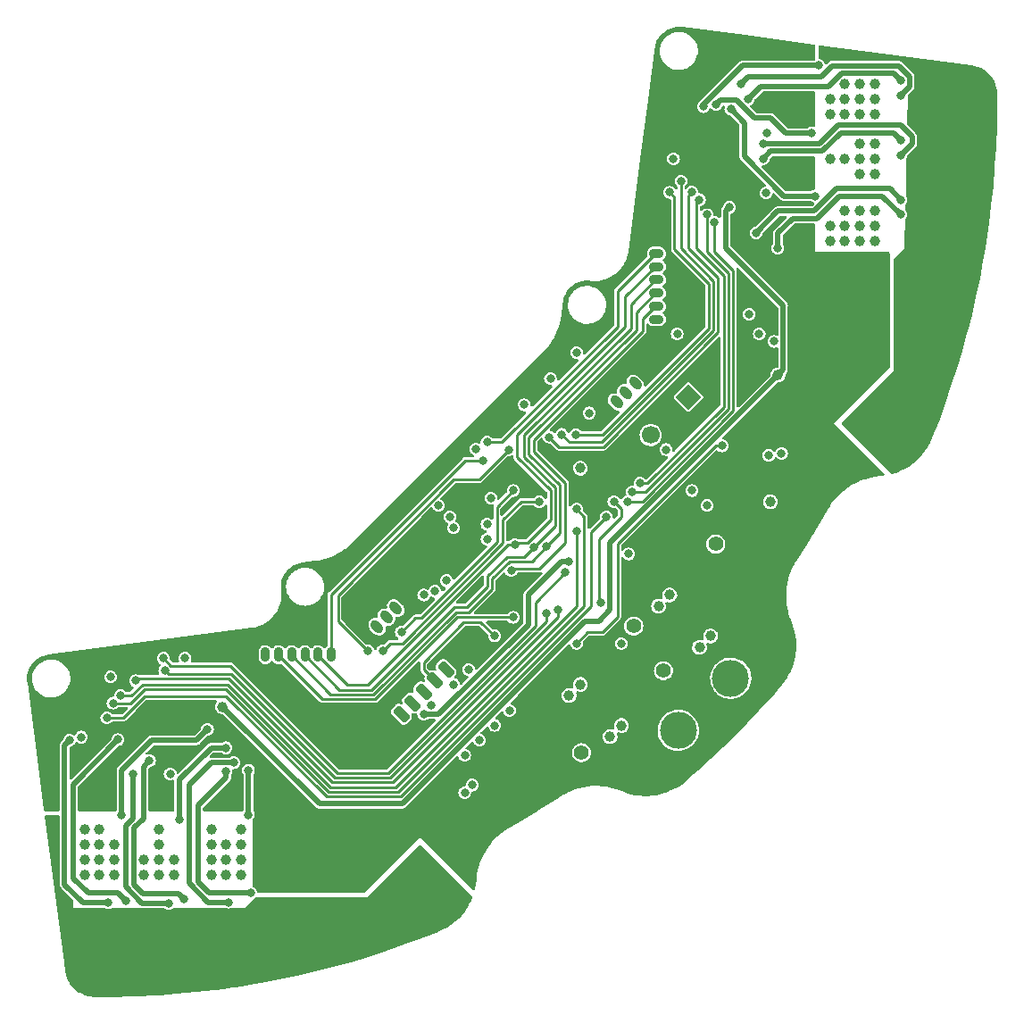
<source format=gbr>
%TF.GenerationSoftware,KiCad,Pcbnew,(6.0.8)*%
%TF.CreationDate,2022-12-08T06:23:49+09:00*%
%TF.ProjectId,ORION_VV_driver_v3,4f52494f-4e5f-4565-965f-647269766572,rev?*%
%TF.SameCoordinates,Original*%
%TF.FileFunction,Copper,L3,Inr*%
%TF.FilePolarity,Positive*%
%FSLAX46Y46*%
G04 Gerber Fmt 4.6, Leading zero omitted, Abs format (unit mm)*
G04 Created by KiCad (PCBNEW (6.0.8)) date 2022-12-08 06:23:49*
%MOMM*%
%LPD*%
G01*
G04 APERTURE LIST*
G04 Aperture macros list*
%AMRoundRect*
0 Rectangle with rounded corners*
0 $1 Rounding radius*
0 $2 $3 $4 $5 $6 $7 $8 $9 X,Y pos of 4 corners*
0 Add a 4 corners polygon primitive as box body*
4,1,4,$2,$3,$4,$5,$6,$7,$8,$9,$2,$3,0*
0 Add four circle primitives for the rounded corners*
1,1,$1+$1,$2,$3*
1,1,$1+$1,$4,$5*
1,1,$1+$1,$6,$7*
1,1,$1+$1,$8,$9*
0 Add four rect primitives between the rounded corners*
20,1,$1+$1,$2,$3,$4,$5,0*
20,1,$1+$1,$4,$5,$6,$7,0*
20,1,$1+$1,$6,$7,$8,$9,0*
20,1,$1+$1,$8,$9,$2,$3,0*%
%AMHorizOval*
0 Thick line with rounded ends*
0 $1 width*
0 $2 $3 position (X,Y) of the first rounded end (center of the circle)*
0 $4 $5 position (X,Y) of the second rounded end (center of the circle)*
0 Add line between two ends*
20,1,$1,$2,$3,$4,$5,0*
0 Add two circle primitives to create the rounded ends*
1,1,$1,$2,$3*
1,1,$1,$4,$5*%
%AMRotRect*
0 Rectangle, with rotation*
0 The origin of the aperture is its center*
0 $1 length*
0 $2 width*
0 $3 Rotation angle, in degrees counterclockwise*
0 Add horizontal line*
21,1,$1,$2,0,0,$3*%
G04 Aperture macros list end*
%TA.AperFunction,ComponentPad*%
%ADD10RoundRect,0.225000X0.176777X-0.494975X0.494975X-0.176777X-0.176777X0.494975X-0.494975X0.176777X0*%
%TD*%
%TA.AperFunction,ComponentPad*%
%ADD11HorizOval,0.900000X-0.176777X0.176777X0.176777X-0.176777X0*%
%TD*%
%TA.AperFunction,ComponentPad*%
%ADD12RotRect,1.700000X1.700000X315.000000*%
%TD*%
%TA.AperFunction,ComponentPad*%
%ADD13HorizOval,1.700000X0.000000X0.000000X0.000000X0.000000X0*%
%TD*%
%TA.AperFunction,ComponentPad*%
%ADD14C,1.400000*%
%TD*%
%TA.AperFunction,ComponentPad*%
%ADD15RotRect,3.500000X3.500000X45.000000*%
%TD*%
%TA.AperFunction,ComponentPad*%
%ADD16C,3.500000*%
%TD*%
%TA.AperFunction,ComponentPad*%
%ADD17RoundRect,0.225000X0.475000X-0.225000X0.475000X0.225000X-0.475000X0.225000X-0.475000X-0.225000X0*%
%TD*%
%TA.AperFunction,ComponentPad*%
%ADD18O,1.400000X0.900000*%
%TD*%
%TA.AperFunction,ComponentPad*%
%ADD19RoundRect,0.225000X-0.176777X0.494975X-0.494975X0.176777X0.176777X-0.494975X0.494975X-0.176777X0*%
%TD*%
%TA.AperFunction,ComponentPad*%
%ADD20RoundRect,0.225000X-0.225000X-0.475000X0.225000X-0.475000X0.225000X0.475000X-0.225000X0.475000X0*%
%TD*%
%TA.AperFunction,ComponentPad*%
%ADD21O,0.900000X1.400000*%
%TD*%
%TA.AperFunction,ComponentPad*%
%ADD22RoundRect,0.225000X-0.247487X0.565685X-0.565685X0.247487X0.247487X-0.565685X0.565685X-0.247487X0*%
%TD*%
%TA.AperFunction,ComponentPad*%
%ADD23RoundRect,0.625000X-0.625000X-0.625000X0.625000X-0.625000X0.625000X0.625000X-0.625000X0.625000X0*%
%TD*%
%TA.AperFunction,ComponentPad*%
%ADD24RoundRect,0.625000X-0.625000X0.625000X-0.625000X-0.625000X0.625000X-0.625000X0.625000X0.625000X0*%
%TD*%
%TA.AperFunction,ViaPad*%
%ADD25C,1.000000*%
%TD*%
%TA.AperFunction,ViaPad*%
%ADD26C,0.800000*%
%TD*%
%TA.AperFunction,Conductor*%
%ADD27C,0.500000*%
%TD*%
%TA.AperFunction,Conductor*%
%ADD28C,0.250000*%
%TD*%
G04 APERTURE END LIST*
D10*
%TO.N,GND*%
%TO.C,J2*%
X103710919Y-124686865D03*
D11*
%TO.N,+5V*%
X104594802Y-123802982D03*
%TO.N,/CAN_H*%
X105478686Y-122919098D03*
%TO.N,/CAN_L*%
X106362569Y-122035215D03*
%TD*%
D12*
%TO.N,Net-(C2-Pad2)*%
%TO.C,J14*%
X111418382Y-123343363D03*
D13*
%TO.N,GND*%
X109622331Y-125139414D03*
%TO.N,+3V3*%
X107826280Y-126935465D03*
%TD*%
D14*
%TO.N,*%
%TO.C,J11*%
X106221148Y-145051540D03*
X113999323Y-137273366D03*
D15*
%TO.N,GND*%
X118949070Y-146465754D03*
D16*
%TO.N,+BATT*%
X115413536Y-150001288D03*
%TD*%
D17*
%TO.N,GND*%
%TO.C,J6*%
X108365171Y-117211545D03*
D18*
%TO.N,+3V3*%
X108365171Y-115961545D03*
%TO.N,/NSS_ENC1*%
X108365171Y-114711545D03*
%TO.N,/SPI_CLK*%
X108365171Y-113461545D03*
%TO.N,/SPI_MISO*%
X108365171Y-112211545D03*
%TO.N,/SPI_MOSI*%
X108365171Y-110961545D03*
%TO.N,/TEMP_1*%
X108365171Y-109711545D03*
%TD*%
D19*
%TO.N,GND*%
%TO.C,J3*%
X84530647Y-142452923D03*
D11*
%TO.N,+5V*%
X83646764Y-143336806D03*
%TO.N,/CAN_H*%
X82762880Y-144220690D03*
%TO.N,/CAN_L*%
X81878997Y-145104573D03*
%TD*%
D14*
%TO.N,*%
%TO.C,J15*%
X101253723Y-157054678D03*
X109031897Y-149276504D03*
D15*
%TO.N,GND*%
X106910577Y-158468892D03*
D16*
%TO.N,+BATT*%
X110446111Y-154933358D03*
%TD*%
D20*
%TO.N,GND*%
%TO.C,J5*%
X70034958Y-147756224D03*
D21*
%TO.N,+3V3*%
X71284958Y-147756224D03*
%TO.N,/NSS_ENC0*%
X72534958Y-147756224D03*
%TO.N,/SPI_CLK*%
X73784958Y-147756224D03*
%TO.N,/SPI_MISO*%
X75034958Y-147756224D03*
%TO.N,/SPI_MOSI*%
X76284958Y-147756224D03*
%TO.N,/TEMP_0*%
X77534958Y-147756224D03*
%TD*%
D22*
%TO.N,GND*%
%TO.C,J4*%
X89480395Y-148109778D03*
%TO.N,Net-(D5-Pad2)*%
X88419735Y-149170438D03*
%TO.N,/SWCLK*%
X87359075Y-150231098D03*
%TO.N,/SWDIO*%
X86298414Y-151291759D03*
%TO.N,/UART1_TX*%
X85237754Y-152352419D03*
%TO.N,/UART1_RX*%
X84177094Y-153413079D03*
%TD*%
D23*
%TO.N,GND*%
%TO.C,GD2*%
X114582685Y-100380070D03*
%TD*%
D24*
%TO.N,GND*%
%TO.C,GD1*%
X61139017Y-153823739D03*
%TD*%
D25*
%TO.N,GND*%
X50589522Y-154473739D03*
X50943075Y-157655719D03*
X115289792Y-90480575D03*
X118118219Y-90480575D03*
%TO.N,+5V*%
X101150963Y-130078555D03*
%TO.N,/M1_W*%
X55539269Y-164373234D03*
X54125055Y-165787447D03*
X55539269Y-167201661D03*
X56953483Y-167201661D03*
X56953483Y-168615874D03*
X55539269Y-168615874D03*
X54125055Y-168615874D03*
D26*
X52710842Y-155887952D03*
D25*
X55539269Y-165787447D03*
X56953483Y-165787447D03*
X54125055Y-164373234D03*
D26*
X56387797Y-171302880D03*
D25*
X54125055Y-167201661D03*
%TO.N,/M1_V*%
X61196123Y-165787447D03*
X62610337Y-167201661D03*
X61196123Y-168615874D03*
X59781910Y-167201661D03*
X59781910Y-168615874D03*
D26*
X58721250Y-159069933D03*
D25*
X62610337Y-168615874D03*
X61196123Y-167201661D03*
D26*
X62115362Y-171373591D03*
D25*
X61196123Y-164373234D03*
%TO.N,/M1_U*%
X68974298Y-165787447D03*
X67560084Y-165787447D03*
D26*
X67772216Y-171232169D03*
D25*
X66145871Y-168615874D03*
X66145871Y-167201661D03*
X66145871Y-165787447D03*
X66145871Y-164373234D03*
X68974298Y-164373234D03*
X68974298Y-168615874D03*
X68974298Y-167201661D03*
X67560084Y-167201661D03*
D26*
X68267191Y-158009273D03*
D25*
X67560084Y-168615874D03*
%TO.N,/M0_W*%
X129078374Y-107097584D03*
X124835734Y-107097584D03*
D26*
X131553248Y-106036924D03*
D25*
X127664161Y-105683371D03*
X129078374Y-108511798D03*
D26*
X119885986Y-109218905D03*
D25*
X124835734Y-108511798D03*
X127664161Y-108511798D03*
X126249947Y-105683371D03*
X129078374Y-105683371D03*
X127664161Y-107097584D03*
X126249947Y-107097584D03*
X126249947Y-108511798D03*
%TO.N,/M0_V*%
X129078374Y-99319410D03*
X127664161Y-102147837D03*
X129078374Y-100733623D03*
D26*
X118471773Y-99319410D03*
D25*
X129078374Y-102147837D03*
D26*
X131553248Y-100380070D03*
D25*
X127664161Y-100733623D03*
X126249947Y-100733623D03*
X124835734Y-100733623D03*
X127664161Y-99319410D03*
D26*
%TO.N,/M1_UL*%
X58960590Y-150231098D03*
X99026336Y-143513584D03*
%TO.N,/M1_VL*%
X99733443Y-139978050D03*
X61620387Y-148109778D03*
%TO.N,/M1_WL*%
X61742745Y-149256733D03*
X97965676Y-143867137D03*
%TO.N,Net-(GD1-Pad9)*%
X69681405Y-162959020D03*
X69681405Y-158716379D03*
%TO.N,Net-(GD1-Pad10)*%
X63109502Y-163360176D03*
X67560084Y-156595059D03*
%TO.N,Net-(GD1-Pad11)*%
X65792070Y-154827540D03*
X57660589Y-162959020D03*
%TO.N,Net-(GD1-Pad13)*%
X69893537Y-170383641D03*
X67560084Y-158858774D03*
%TO.N,Net-(GD1-Pad16)*%
X63529576Y-170949327D03*
X60294209Y-157814465D03*
%TO.N,Net-(GD1-Pad19)*%
X58014143Y-171090748D03*
X57307036Y-155817242D03*
%TO.N,/M1_UH*%
X56246376Y-153766632D03*
X103622530Y-134674749D03*
%TO.N,/M1_VH*%
X100794103Y-133967642D03*
X56839269Y-152352418D03*
%TO.N,/M1_WH*%
X57546376Y-151645312D03*
X100794103Y-136088962D03*
%TO.N,/M0_UL*%
X111725043Y-103902844D03*
X98196179Y-127127077D03*
%TO.N,/M0_VL*%
X110693598Y-102854944D03*
X99379889Y-126879181D03*
%TO.N,/M0_WL*%
X100723943Y-126891123D03*
X109632938Y-103915604D03*
%TO.N,Net-(GD2-Pad9)*%
X123775073Y-91894789D03*
X112814918Y-95783876D03*
%TO.N,Net-(GD2-Pad10)*%
X123067967Y-98289824D03*
X114034324Y-95589068D03*
%TO.N,Net-(GD2-Pad11)*%
X123421520Y-104269157D03*
X115425356Y-96042115D03*
%TO.N,Net-(GD2-Pad13)*%
X131553248Y-93309002D03*
X117074952Y-95076769D03*
%TO.N,Net-(GD2-Pad16)*%
X118471773Y-100733623D03*
X131553248Y-98965856D03*
%TO.N,Net-(GD2-Pad19)*%
X117817345Y-107752012D03*
X131553248Y-104622711D03*
%TO.N,/M0_UH*%
X113875578Y-106744031D03*
X105630490Y-133237803D03*
%TO.N,/M0_VH*%
X106080010Y-132323972D03*
X113140189Y-106036924D03*
%TO.N,/M0_WH*%
X112449111Y-104609907D03*
X106804511Y-131492768D03*
D25*
%TO.N,+BATT*%
X109632938Y-142099370D03*
D26*
X105036744Y-146695564D03*
D25*
X108572278Y-143160030D03*
X105036744Y-154473739D03*
X103976084Y-155534399D03*
X101147656Y-150584651D03*
X119178879Y-133260535D03*
X100086996Y-151645312D03*
D26*
X90894608Y-160130593D03*
X119020134Y-128859149D03*
D25*
X112461365Y-147049117D03*
X113522025Y-145988457D03*
%TO.N,/M0_U*%
X124835734Y-95076769D03*
X126249947Y-93662555D03*
X127664161Y-96490983D03*
D26*
X116350452Y-93662555D03*
D25*
X129078374Y-93662555D03*
X129078374Y-96490983D03*
X129078374Y-95076769D03*
D26*
X131553248Y-94723216D03*
D25*
X127664161Y-95076769D03*
X127664161Y-93662555D03*
X124835734Y-96490983D03*
X126249947Y-96490983D03*
X126249947Y-95076769D03*
D26*
%TO.N,Net-(D1-Pad1)*%
X91601715Y-155887952D03*
%TO.N,Net-(D2-Pad1)*%
X93015928Y-154473739D03*
%TO.N,Net-(D3-Pad1)*%
X94430142Y-153059525D03*
%TO.N,Net-(D4-Pad1)*%
X90187501Y-157302166D03*
%TO.N,/SW0*%
X92308822Y-136796069D03*
%TO.N,/SW1*%
X92308822Y-135381856D03*
%TO.N,/M1_CS*%
X81012507Y-147402671D03*
X94404046Y-128310788D03*
%TO.N,/M0_CS*%
X92662375Y-132906982D03*
X109279384Y-128310788D03*
%TO.N,/CAN_L*%
X111754258Y-132199875D03*
%TO.N,/SW2*%
X89126841Y-135735409D03*
%TO.N,/SW3*%
X88773288Y-134674749D03*
%TO.N,/CAN_H*%
X113168472Y-133614089D03*
%TO.N,/SWCLK*%
X93015928Y-145988457D03*
%TO.N,/UART1_TX*%
X94783695Y-132199875D03*
X84177094Y-145634904D03*
%TO.N,/UART1_RX*%
X97258569Y-133260535D03*
X82409327Y-147402671D03*
%TO.N,/NSS_ENC0*%
X94783695Y-144220690D03*
%TO.N,/NRST*%
X95844356Y-124068147D03*
X100794103Y-119101006D03*
X110340045Y-117350633D03*
X98319229Y-121593273D03*
X87712628Y-133614089D03*
%TO.N,+3V3*%
X91265486Y-128257401D03*
X105743851Y-138210283D03*
X86298414Y-153413078D03*
X101996185Y-124845965D03*
X100069603Y-138917389D03*
%TO.N,GND*%
X67913638Y-161898360D03*
D25*
X72156278Y-151291758D03*
D26*
X95844356Y-136406453D03*
D25*
X71802725Y-167201661D03*
X107511617Y-101794283D03*
D26*
X109632938Y-139978050D03*
X122360860Y-94723216D03*
D25*
X125896394Y-110986672D03*
D26*
X78520239Y-164726787D03*
X85237754Y-141745817D03*
X121653753Y-125835914D03*
D25*
X76045366Y-167201661D03*
X127310607Y-112400885D03*
X123067967Y-110986672D03*
D26*
X60842570Y-161898360D03*
X123421520Y-121946827D03*
D25*
X54478609Y-149170438D03*
D26*
X91601715Y-141038710D03*
D25*
X71802725Y-165787447D03*
D26*
X72156278Y-159069933D03*
X105390297Y-130785661D03*
D25*
X50943075Y-160484146D03*
D26*
X117411112Y-122300380D03*
X79580900Y-165787447D03*
D25*
X107511617Y-106036924D03*
X127310607Y-115229312D03*
D26*
X96197909Y-153413078D03*
X55185716Y-161898360D03*
D25*
X66499424Y-147049117D03*
D26*
X107158064Y-139624496D03*
X66499424Y-161898360D03*
D25*
X71802725Y-161544806D03*
D26*
X87217653Y-137503176D03*
D25*
X108218724Y-98258750D03*
X71802725Y-162959020D03*
D26*
X77459579Y-163666127D03*
D25*
X73216939Y-167201661D03*
X121300200Y-90834128D03*
D26*
X110693598Y-118411293D03*
X117411112Y-132199875D03*
D25*
X121653753Y-110986672D03*
X127310607Y-113815099D03*
X59428356Y-148463331D03*
D26*
X117057559Y-109926011D03*
X96868953Y-135381856D03*
X56599929Y-161898360D03*
X122007306Y-108529191D03*
D25*
X80288006Y-167201661D03*
D26*
X122007306Y-123361040D03*
X122007306Y-102854944D03*
X94430142Y-155180845D03*
X107865171Y-141745817D03*
D25*
X127310607Y-110986672D03*
D26*
X92109542Y-134350711D03*
X100794103Y-148816884D03*
X120946646Y-124421700D03*
X124835734Y-120532613D03*
X105743851Y-141745817D03*
X97965676Y-151645312D03*
X101147656Y-131492768D03*
X90894608Y-158716379D03*
D25*
X71802725Y-164373234D03*
X108925831Y-94723216D03*
D26*
X70742065Y-159069933D03*
X62177376Y-161818952D03*
D25*
X83823540Y-163666127D03*
D26*
X92662375Y-156948612D03*
D25*
X124482180Y-110986672D03*
D26*
X94624950Y-135187048D03*
X102208317Y-147402671D03*
D25*
X77459579Y-167201661D03*
D26*
X114229132Y-135381856D03*
D25*
X78873793Y-167201661D03*
X127310607Y-116643526D03*
D26*
X95649548Y-134162450D03*
D25*
X127310607Y-119471953D03*
D26*
X88419734Y-160484146D03*
X99379889Y-150231098D03*
X100299128Y-125128807D03*
D25*
X127310607Y-118057739D03*
X73570492Y-152705972D03*
X74631152Y-167201661D03*
D26*
X106097404Y-143513584D03*
X111400705Y-138210283D03*
%TO.N,/LED_0*%
X87005521Y-152563577D03*
X88472753Y-140738175D03*
%TO.N,/LED_1*%
X87359074Y-141745817D03*
X89126841Y-150584651D03*
%TO.N,/LED_2*%
X90541055Y-149170438D03*
X86298414Y-142099370D03*
%TO.N,/TEMP_0*%
X91955268Y-129371448D03*
%TO.N,/BATT_V_SENS*%
X104329637Y-133260535D03*
X103126582Y-142806477D03*
%TO.N,/SPI_CLK*%
X97965676Y-137503176D03*
%TO.N,/SPI_MISO*%
X96715281Y-137584739D03*
%TO.N,/SPI_MOSI*%
X94942441Y-137308368D03*
%TO.N,/NSS_ENC1*%
X94588887Y-139783242D03*
%TO.N,/TEMP_1*%
X92308822Y-127603681D03*
%TO.N,/3V3_HARF_REF*%
X114582685Y-127957234D03*
X100794103Y-146695564D03*
D25*
%TO.N,/M1_CSL*%
X55185716Y-177454709D03*
X83116434Y-172151408D03*
X73570492Y-173212068D03*
X72156278Y-173212068D03*
X56599929Y-177454709D03*
X65085211Y-177454709D03*
X60842570Y-177454709D03*
X66499424Y-177454709D03*
D26*
X90187501Y-160837700D03*
D25*
X86298414Y-168969428D03*
X52357289Y-173212068D03*
X74984706Y-173212068D03*
X69327851Y-177454709D03*
X85237754Y-170030088D03*
X70742065Y-177454709D03*
X70742065Y-176040495D03*
X59428356Y-177454709D03*
X70742065Y-173212068D03*
X67913638Y-177454709D03*
X82055773Y-173212068D03*
X62256783Y-177454709D03*
X58014143Y-177454709D03*
X63670997Y-177454709D03*
X77813133Y-173212068D03*
X80641560Y-173212068D03*
X70742065Y-174626282D03*
X76398919Y-173212068D03*
X87359074Y-167908767D03*
X84177094Y-171090748D03*
X51296628Y-165080340D03*
X52357289Y-171797855D03*
X79227346Y-173212068D03*
X53771502Y-177454709D03*
%TO.N,/M0_CSL*%
X133674568Y-114522206D03*
X132684619Y-91894789D03*
X137917209Y-107451138D03*
X137917209Y-94723216D03*
X131199695Y-124068147D03*
X133674568Y-113107992D03*
X129078374Y-126189467D03*
X133674568Y-118764846D03*
X137917209Y-97551643D03*
X137917209Y-110279565D03*
X133674568Y-110279565D03*
X137917209Y-100380070D03*
X137917209Y-101794283D03*
D26*
X120239540Y-128664341D03*
D25*
X135088782Y-110279565D03*
X132260355Y-123007487D03*
X137917209Y-104622711D03*
X137917209Y-108865351D03*
X133674568Y-111693778D03*
X133957411Y-92036210D03*
X130139034Y-125128807D03*
X137917209Y-98965856D03*
X133674568Y-117350633D03*
X128017714Y-127250128D03*
X133674568Y-115936419D03*
X136502995Y-110279565D03*
X137917209Y-96137429D03*
X137917209Y-103208497D03*
X133674568Y-120179060D03*
X133321015Y-121946827D03*
X137917209Y-93309002D03*
X125542840Y-90834128D03*
X137917209Y-106036924D03*
D26*
%TO.N,Net-(C2-Pad2)*%
X118118219Y-117350633D03*
%TO.N,Net-(D14-Pad1)*%
X117163271Y-115477153D03*
%TO.N,Net-(D15-Pad1)*%
X119532433Y-118057739D03*
%TO.N,+12V*%
X56599929Y-149877545D03*
X62256783Y-159069933D03*
X63670997Y-148092384D03*
D25*
X119885986Y-121239720D03*
D26*
X118767879Y-103988072D03*
X118825326Y-98258750D03*
X115289792Y-105329817D03*
X53815554Y-155578451D03*
D25*
X67206531Y-152705972D03*
D26*
X109986491Y-100733623D03*
%TD*%
D27*
%TO.N,/M1_W*%
X56387797Y-171302880D02*
X53983634Y-171302880D01*
X52246628Y-169565874D02*
X52246628Y-156352166D01*
X53983634Y-171302880D02*
X52246628Y-169565874D01*
X52246628Y-156352166D02*
X52710842Y-155887952D01*
%TO.N,/M1_V*%
X59605133Y-171373591D02*
X62115362Y-171373591D01*
X58721250Y-159069933D02*
X58698031Y-159093151D01*
X58698031Y-163335100D02*
X58014143Y-164018989D01*
X58698031Y-159093151D02*
X58698031Y-163335100D01*
X58014143Y-164018989D02*
X58014143Y-169782600D01*
X58014143Y-169782600D02*
X59605133Y-171373591D01*
%TO.N,/M1_U*%
X65827673Y-171232169D02*
X67772216Y-171232169D01*
X66145871Y-158009273D02*
X64024550Y-160130593D01*
X64024550Y-169429047D02*
X65827673Y-171232169D01*
X64024550Y-160130593D02*
X64024550Y-169429047D01*
X68267191Y-158009273D02*
X66145871Y-158009273D01*
%TO.N,/M0_W*%
X129785481Y-104269157D02*
X131553248Y-106036924D01*
X119885986Y-107804691D02*
X121300200Y-106390478D01*
X125719617Y-104269157D02*
X129785481Y-104269157D01*
X121300200Y-106390478D02*
X123598297Y-106390478D01*
X123598297Y-106390478D02*
X125719617Y-104269157D01*
X119885986Y-109218905D02*
X119885986Y-107804691D01*
%TO.N,/M0_V*%
X132613908Y-99319410D02*
X131553248Y-100380070D01*
X132613908Y-98612303D02*
X132613908Y-99319410D01*
X123845784Y-99319410D02*
X125606445Y-97558749D01*
X125606445Y-97558749D02*
X131560354Y-97558749D01*
X131560354Y-97558749D02*
X132613908Y-98612303D01*
X118471773Y-99319410D02*
X123845784Y-99319410D01*
D28*
%TO.N,/M1_UL*%
X99026336Y-144220690D02*
X83374020Y-159873007D01*
X59147465Y-150044222D02*
X58960590Y-150231098D01*
X67797473Y-150044222D02*
X59147465Y-150044222D01*
X77626257Y-159873007D02*
X67797473Y-150044222D01*
X99026336Y-143513584D02*
X99026336Y-144220690D01*
X83374020Y-159873007D02*
X77626257Y-159873007D01*
%TO.N,/M1_VL*%
X82965393Y-158973486D02*
X78140950Y-158973486D01*
X96905016Y-142806477D02*
X96905016Y-145033863D01*
X67984348Y-148816884D02*
X62327494Y-148816884D01*
X62327494Y-148816884D02*
X61620387Y-148109778D01*
X96905016Y-145033863D02*
X82965393Y-158973486D01*
X99733443Y-139978050D02*
X96905016Y-142806477D01*
X78140950Y-158973486D02*
X67984348Y-148816884D01*
%TO.N,/M1_WL*%
X97965676Y-144609599D02*
X83151789Y-159423486D01*
X62080714Y-149594702D02*
X61742745Y-149256733D01*
X77883843Y-159423486D02*
X68055059Y-149594702D01*
X68055059Y-149594702D02*
X62080714Y-149594702D01*
X83151789Y-159423486D02*
X77883843Y-159423486D01*
X97965676Y-143867137D02*
X97965676Y-144609599D01*
D27*
%TO.N,Net-(GD1-Pad9)*%
X69681405Y-158716379D02*
X69681405Y-162959020D01*
%TO.N,Net-(GD1-Pad10)*%
X66145871Y-156595059D02*
X67560084Y-156595059D01*
X63109502Y-159631428D02*
X66145871Y-156595059D01*
X63109502Y-163360176D02*
X63109502Y-159631428D01*
%TO.N,Net-(GD1-Pad11)*%
X64731657Y-155887952D02*
X65792070Y-154827540D01*
X60489017Y-155887952D02*
X64731657Y-155887952D01*
X57660589Y-158716379D02*
X60489017Y-155887952D01*
X57660589Y-162959020D02*
X57660589Y-158716379D01*
%TO.N,Net-(GD1-Pad13)*%
X67560084Y-159423486D02*
X64916013Y-162067558D01*
X65967622Y-170382169D02*
X69892064Y-170382169D01*
X69892064Y-170382169D02*
X69893537Y-170383641D01*
X64916013Y-162067558D02*
X64916013Y-169330560D01*
X64916013Y-169330560D02*
X65967622Y-170382169D01*
X67560084Y-158858774D02*
X67560084Y-159423486D01*
%TO.N,Net-(GD1-Pad16)*%
X58831910Y-164191171D02*
X59710463Y-163312618D01*
X63529576Y-170949327D02*
X63034601Y-170454352D01*
X59710463Y-163312618D02*
X59710463Y-158398210D01*
X58831910Y-169610418D02*
X58831910Y-164191171D01*
X63034601Y-170454352D02*
X59675844Y-170454352D01*
X59710463Y-158398210D02*
X60294209Y-157814465D01*
X59675844Y-170454352D02*
X58831910Y-169610418D01*
%TO.N,Net-(GD1-Pad19)*%
X57307036Y-155817242D02*
X53064395Y-160059882D01*
X53064395Y-160059882D02*
X53064395Y-168969428D01*
X54478609Y-170383641D02*
X57307036Y-170383641D01*
X53064395Y-168969428D02*
X54478609Y-170383641D01*
X57307036Y-170383641D02*
X58014143Y-171090748D01*
D28*
%TO.N,/M1_UH*%
X84146780Y-161221567D02*
X77067665Y-161221567D01*
X67562121Y-151716022D02*
X59852620Y-151716022D01*
X102185589Y-143182758D02*
X84146780Y-161221567D01*
X102185589Y-136111690D02*
X102185589Y-143182758D01*
X103622530Y-134674749D02*
X102185589Y-136111690D01*
X59852620Y-151716022D02*
X57802011Y-153766632D01*
X77067665Y-161221567D02*
X67562121Y-151716022D01*
X57802011Y-153766632D02*
X56246376Y-153766632D01*
%TO.N,/M1_VH*%
X101501210Y-143160030D02*
X83889194Y-160772046D01*
X56856674Y-152369823D02*
X56839269Y-152352418D01*
X101501210Y-137820682D02*
X101501210Y-143160030D01*
X58482195Y-152369823D02*
X56856674Y-152369823D01*
X77253862Y-160772046D02*
X67515988Y-151034172D01*
X83889194Y-160772046D02*
X77253862Y-160772046D01*
X101518615Y-134692154D02*
X101518615Y-137803278D01*
X59817846Y-151034172D02*
X58482195Y-152369823D01*
X100794103Y-133967642D02*
X101518615Y-134692154D01*
X101518615Y-137803278D02*
X101501210Y-137820682D01*
X67515988Y-151034172D02*
X59817846Y-151034172D01*
%TO.N,/M1_WH*%
X58570989Y-151645312D02*
X57546376Y-151645312D01*
X59631650Y-150584651D02*
X58570989Y-151645312D01*
X100794103Y-136088962D02*
X100794103Y-143160030D01*
X83631607Y-160322526D02*
X77440060Y-160322526D01*
X100794103Y-143160030D02*
X83631607Y-160322526D01*
X67702184Y-150584651D02*
X59631650Y-150584651D01*
X77440060Y-160322526D02*
X67702184Y-150584651D01*
%TO.N,/M0_UL*%
X114229132Y-112047332D02*
X114229132Y-117173856D01*
X111725043Y-103902844D02*
X111418109Y-104209777D01*
X111418109Y-104209777D02*
X111418109Y-109236309D01*
X103336865Y-128066123D02*
X99135225Y-128066123D01*
X99135225Y-128066123D02*
X98196179Y-127127077D01*
X111418109Y-109236309D02*
X114229132Y-112047332D01*
X114229132Y-117173856D02*
X103336865Y-128066123D01*
%TO.N,/M0_VL*%
X110693598Y-102854944D02*
X110693598Y-109218905D01*
X103150468Y-127616123D02*
X100116832Y-127616123D01*
X113779132Y-112304439D02*
X113779132Y-116987460D01*
X100116832Y-127616123D02*
X99379889Y-126879181D01*
X110693598Y-109218905D02*
X113779132Y-112304439D01*
X113779132Y-116987460D02*
X103150468Y-127616123D01*
%TO.N,/M0_WL*%
X103233621Y-126896574D02*
X100729394Y-126896574D01*
X113329132Y-116801064D02*
X103233621Y-126896574D01*
X110074880Y-104357546D02*
X110074880Y-109307293D01*
X109632938Y-103915604D02*
X110074880Y-104357546D01*
X113329132Y-112561545D02*
X113329132Y-116801064D01*
X110074880Y-109307293D02*
X113329132Y-112561545D01*
X100729394Y-126896574D02*
X100723943Y-126891123D01*
D27*
%TO.N,Net-(GD2-Pad9)*%
X123775073Y-91894789D02*
X116526522Y-91894789D01*
X112814918Y-95606392D02*
X112814918Y-95783876D01*
X116526522Y-91894789D02*
X112814918Y-95606392D01*
%TO.N,Net-(GD2-Pad10)*%
X119178879Y-96844536D02*
X117640638Y-96844536D01*
X114431277Y-95192114D02*
X114034324Y-95589068D01*
X123067967Y-98289824D02*
X120624167Y-98289824D01*
X120624167Y-98289824D02*
X119178879Y-96844536D01*
X115988216Y-95192114D02*
X114431277Y-95192114D01*
X117640638Y-96844536D02*
X115988216Y-95192114D01*
%TO.N,Net-(GD2-Pad11)*%
X116704006Y-97320764D02*
X115425356Y-96042115D01*
X116704006Y-100523325D02*
X116704006Y-97320764D01*
X123421520Y-104269157D02*
X120449837Y-104269157D01*
X120449837Y-104269157D02*
X116704006Y-100523325D01*
%TO.N,Net-(GD2-Pad13)*%
X125967104Y-92601895D02*
X130846141Y-92601895D01*
X117074952Y-95076769D02*
X118278506Y-93873215D01*
X130846141Y-92601895D02*
X131553248Y-93309002D01*
X118278506Y-93873215D02*
X124695784Y-93873215D01*
X124695784Y-93873215D02*
X125967104Y-92601895D01*
%TO.N,Net-(GD2-Pad16)*%
X130846141Y-98258750D02*
X131553248Y-98965856D01*
X119178879Y-100026517D02*
X124128627Y-100026517D01*
X118471773Y-100733623D02*
X119178879Y-100026517D01*
X125896394Y-98258750D02*
X130846141Y-98258750D01*
X124128627Y-100026517D02*
X125896394Y-98258750D01*
%TO.N,Net-(GD2-Pad19)*%
X117817345Y-107752012D02*
X119885986Y-105683371D01*
X119885986Y-105683371D02*
X123315454Y-105683371D01*
X125436774Y-103562050D02*
X130492588Y-103562050D01*
X123315454Y-105683371D02*
X125436774Y-103562050D01*
X130492588Y-103562050D02*
X131553248Y-104622711D01*
D28*
%TO.N,/M0_UH*%
X113875578Y-106744031D02*
X113875578Y-109572458D01*
X115660750Y-124652462D02*
X107075409Y-133237803D01*
X107075409Y-133237803D02*
X105630490Y-133237803D01*
X113875578Y-109572458D02*
X115660750Y-111357630D01*
X115660750Y-111357630D02*
X115660750Y-124652462D01*
%TO.N,/M0_VH*%
X107353523Y-132323972D02*
X106080010Y-132323972D01*
X113140189Y-106036924D02*
X113151067Y-106047802D01*
X113151067Y-109555053D02*
X115211230Y-111615216D01*
X115211230Y-111615216D02*
X115211230Y-124466265D01*
X115211230Y-124466265D02*
X107353523Y-132323972D01*
X113151067Y-106047802D02*
X113151067Y-109555053D01*
%TO.N,/M0_WH*%
X107511617Y-131492768D02*
X106804511Y-131492768D01*
X114761709Y-111872802D02*
X114761709Y-124242677D01*
X114761709Y-124242677D02*
X107511617Y-131492768D01*
X112142610Y-109253703D02*
X114761709Y-111872802D01*
X112449111Y-104609907D02*
X112142610Y-104916409D01*
X112142610Y-104916409D02*
X112142610Y-109253703D01*
D27*
%TO.N,/M0_U*%
X131553248Y-94723216D02*
X132403248Y-93873215D01*
X131348222Y-91901895D02*
X125046393Y-91901895D01*
X117057559Y-92955449D02*
X116350452Y-93662555D01*
X123992840Y-92955449D02*
X117057559Y-92955449D01*
X125046393Y-91901895D02*
X123992840Y-92955449D01*
X132403248Y-92956921D02*
X131348222Y-91901895D01*
X132403248Y-93873215D02*
X132403248Y-92956921D01*
D28*
%TO.N,/M1_CS*%
X80995113Y-147402671D02*
X78166686Y-144574244D01*
X89162888Y-131139215D02*
X91575618Y-131139215D01*
X81012507Y-147402671D02*
X80995113Y-147402671D01*
X78166686Y-142135417D02*
X89162888Y-131139215D01*
X78166686Y-144574244D02*
X78166686Y-142135417D01*
X91575618Y-131139215D02*
X94404046Y-128310788D01*
%TO.N,/SWCLK*%
X87359074Y-150231098D02*
X86298414Y-149170438D01*
X86298414Y-148463331D02*
X90091055Y-144670690D01*
X91698161Y-144670690D02*
X93015928Y-145988457D01*
X86298414Y-149170438D02*
X86298414Y-148463331D01*
X90091055Y-144670690D02*
X91698161Y-144670690D01*
%TO.N,/UART1_TX*%
X84177094Y-145634904D02*
X85520597Y-144291401D01*
X85520597Y-144291401D02*
X86052976Y-144291401D01*
X93233423Y-137110954D02*
X93233423Y-133750147D01*
X93233423Y-133750147D02*
X94783695Y-132199875D01*
X86052976Y-144291401D02*
X93233423Y-137110954D01*
%TO.N,/UART1_RX*%
X95526849Y-133260535D02*
X97258569Y-133260535D01*
X93793746Y-137186348D02*
X93793746Y-134993638D01*
X84284530Y-146695564D02*
X93793746Y-137186348D01*
X82409327Y-147402671D02*
X83116434Y-146695564D01*
X93793746Y-134993638D02*
X95526849Y-133260535D01*
X83116434Y-146695564D02*
X84284530Y-146695564D01*
%TO.N,/NSS_ENC0*%
X81702220Y-151998865D02*
X76682262Y-151998865D01*
X94783695Y-144220690D02*
X89480395Y-144220690D01*
X72534958Y-147851561D02*
X72534958Y-147756224D01*
X76682262Y-151998865D02*
X72534958Y-147851561D01*
X89480395Y-144220690D02*
X81702220Y-151998865D01*
D27*
%TO.N,+3V3*%
X100069603Y-138917389D02*
X99379889Y-138917389D01*
X99379889Y-138917389D02*
X96197909Y-142099370D01*
X96197909Y-144927797D02*
X87712628Y-153413078D01*
X87712628Y-153413078D02*
X86298414Y-153413078D01*
X96197909Y-142099370D02*
X96197909Y-144927797D01*
D28*
%TO.N,/TEMP_0*%
X90188193Y-129371448D02*
X77534958Y-142024683D01*
X91955268Y-129371448D02*
X90188193Y-129371448D01*
X77534958Y-142024683D02*
X77534958Y-147756224D01*
%TO.N,/BATT_V_SENS*%
X105036744Y-134674749D02*
X105036744Y-133967642D01*
X102915423Y-136796069D02*
X105036744Y-134674749D01*
X102915423Y-142595318D02*
X102915423Y-136796069D01*
X103126582Y-142806477D02*
X102915423Y-142595318D01*
X105036744Y-133967642D02*
X104329637Y-133260535D01*
%TO.N,/SPI_CLK*%
X96276471Y-128742904D02*
X96276471Y-127171565D01*
X90575040Y-143725716D02*
X89338973Y-143725716D01*
X81515344Y-151549344D02*
X77482743Y-151549344D01*
X73784957Y-147851559D02*
X73784957Y-147756224D01*
X77482743Y-151549344D02*
X73784957Y-147851559D01*
X92775746Y-141525009D02*
X90575040Y-143725716D01*
X92775747Y-140571785D02*
X92775746Y-141525009D01*
X108269835Y-113461546D02*
X108365171Y-113461546D01*
X106450957Y-115280423D02*
X108269835Y-113461546D01*
X96551462Y-138917389D02*
X94430142Y-138917389D01*
X99221144Y-131687576D02*
X96276471Y-128742904D01*
X97965676Y-137503176D02*
X99221144Y-136247708D01*
X96276471Y-127171565D02*
X106450957Y-116997079D01*
X99221144Y-136247708D02*
X99221144Y-131687576D01*
X106450957Y-116997079D02*
X106450957Y-115280423D01*
X89338973Y-143725716D02*
X81515344Y-151549344D01*
X97965676Y-137503176D02*
X96551462Y-138917389D01*
X94430142Y-138917389D02*
X92775747Y-140571785D01*
%TO.N,/SPI_MISO*%
X94172556Y-138467869D02*
X92326226Y-140314198D01*
X95826951Y-129000490D02*
X95826951Y-126913979D01*
X78283221Y-151099824D02*
X75034958Y-147851561D01*
X98768750Y-131942289D02*
X95826951Y-129000490D01*
X96715281Y-137584739D02*
X98768750Y-135531270D01*
X90434297Y-143230741D02*
X89197552Y-143230741D01*
X75034958Y-147851561D02*
X75034958Y-147756224D01*
X108269836Y-112211545D02*
X108365171Y-112211545D01*
X95826951Y-126913979D02*
X105935466Y-116805464D01*
X92326226Y-141338812D02*
X90434297Y-143230741D01*
X95832151Y-138467869D02*
X94172556Y-138467869D01*
X96715281Y-137584739D02*
X95832151Y-138467869D01*
X89197552Y-143230741D02*
X81328469Y-151099824D01*
X81328469Y-151099824D02*
X78283221Y-151099824D01*
X105935466Y-114545916D02*
X108269836Y-112211545D01*
X98768750Y-135531270D02*
X98768750Y-131942289D01*
X105935466Y-116805464D02*
X105935466Y-114545916D01*
X92326226Y-140314198D02*
X92326226Y-141338812D01*
%TO.N,/SPI_MOSI*%
X95128546Y-129009192D02*
X95128546Y-126905277D01*
X98319229Y-134956193D02*
X98319229Y-132199875D01*
X105390297Y-116643526D02*
X105390297Y-113815099D01*
X79018050Y-150584651D02*
X76284958Y-147851559D01*
X95119844Y-137130965D02*
X96144457Y-137130965D01*
X76284958Y-147851559D02*
X76284958Y-147756224D01*
X94307443Y-137308368D02*
X81031160Y-150584651D01*
X81031160Y-150584651D02*
X79018050Y-150584651D01*
X94942441Y-137308368D02*
X94307443Y-137308368D01*
X98319229Y-132199875D02*
X95128546Y-129009192D01*
X96144457Y-137130965D02*
X98319229Y-134956193D01*
X94942441Y-137308368D02*
X95119844Y-137130965D01*
X105390297Y-113815099D02*
X108243850Y-110961546D01*
X108243850Y-110961546D02*
X108365171Y-110961546D01*
X95128546Y-126905277D02*
X105390297Y-116643526D01*
%TO.N,/NSS_ENC1*%
X99733443Y-131492768D02*
X96725992Y-128485317D01*
X94747633Y-139624496D02*
X97258569Y-139624496D01*
X107072581Y-117082563D02*
X107072581Y-115908801D01*
X107072581Y-115908801D02*
X108269836Y-114711545D01*
X94588887Y-139783242D02*
X94747633Y-139624496D01*
X96725992Y-128485317D02*
X96725992Y-127429151D01*
X96725992Y-127429151D02*
X107072581Y-117082563D01*
X108269836Y-114711545D02*
X108365171Y-114711545D01*
X99733443Y-137149623D02*
X99733443Y-131492768D01*
X97258569Y-139624496D02*
X99733443Y-137149623D01*
%TO.N,/TEMP_1*%
X108269836Y-109711545D02*
X108365171Y-109711545D01*
X93723035Y-127603681D02*
X104683190Y-116643526D01*
X104683190Y-113298191D02*
X108269836Y-109711545D01*
X104683190Y-116643526D02*
X104683190Y-113298191D01*
X92308822Y-127603681D02*
X93723035Y-127603681D01*
%TO.N,/3V3_HARF_REF*%
X113980966Y-127957234D02*
X114582685Y-127957234D01*
X104683190Y-144220690D02*
X104683190Y-137255010D01*
X103268977Y-145634904D02*
X104683190Y-144220690D01*
X101854763Y-145634904D02*
X103268977Y-145634904D01*
X100794103Y-146695564D02*
X101854763Y-145634904D01*
X104683190Y-137255010D02*
X113980966Y-127957234D01*
D27*
%TO.N,+12V*%
X101607276Y-144574244D02*
X84283160Y-161898360D01*
X114936239Y-109218905D02*
X114936239Y-105683371D01*
X102915423Y-144574244D02*
X101607276Y-144574244D01*
X76398919Y-161898360D02*
X67206531Y-152705972D01*
X103976084Y-143513584D02*
X102915423Y-144574244D01*
X114936239Y-105683371D02*
X115289792Y-105329817D01*
X120382433Y-114665099D02*
X114936239Y-109218905D01*
X119885986Y-121239720D02*
X120382433Y-120743273D01*
X84283160Y-161898360D02*
X76398919Y-161898360D01*
X119885986Y-121239720D02*
X103976084Y-137149623D01*
X120382433Y-120743273D02*
X120382433Y-114665099D01*
X103976084Y-137149623D02*
X103976084Y-143513584D01*
%TD*%
%TA.AperFunction,Conductor*%
%TO.N,/M0_CSL*%
G36*
X138217531Y-91845686D02*
G01*
X138234457Y-91849898D01*
X138239967Y-91850633D01*
X138253265Y-91855591D01*
X138267395Y-91854292D01*
X138281461Y-91856168D01*
X138281384Y-91856742D01*
X138289340Y-91857116D01*
X138549989Y-91906129D01*
X138563441Y-91909433D01*
X138844601Y-91995138D01*
X138857612Y-91999900D01*
X139127674Y-92115961D01*
X139140082Y-92122123D01*
X139395756Y-92267124D01*
X139407414Y-92274611D01*
X139645631Y-92446813D01*
X139656395Y-92455534D01*
X139863724Y-92643300D01*
X139874261Y-92652843D01*
X139884004Y-92662695D01*
X140078894Y-92882737D01*
X140087496Y-92893597D01*
X140257049Y-93133703D01*
X140264406Y-93145442D01*
X140406574Y-93402713D01*
X140412598Y-93415190D01*
X140525658Y-93686508D01*
X140530276Y-93699570D01*
X140612865Y-93981665D01*
X140616021Y-93995155D01*
X140667140Y-94284612D01*
X140668796Y-94298367D01*
X140685923Y-94562344D01*
X140685808Y-94563864D01*
X140686971Y-94580611D01*
X140683084Y-94598304D01*
X140683085Y-94598306D01*
X140683084Y-94598309D01*
X140687129Y-94615403D01*
X140686806Y-94622627D01*
X140688223Y-94634798D01*
X140687244Y-96357096D01*
X140687215Y-96359683D01*
X140669464Y-97192161D01*
X140649755Y-98116448D01*
X140649673Y-98119040D01*
X140613177Y-98985957D01*
X140575765Y-99874650D01*
X140575628Y-99877261D01*
X140551459Y-100261454D01*
X140469505Y-101564212D01*
X140465307Y-101630938D01*
X140465116Y-101633546D01*
X140318428Y-103384563D01*
X140318183Y-103387166D01*
X140135190Y-105134766D01*
X140134891Y-105137363D01*
X139915668Y-106880838D01*
X139915314Y-106883429D01*
X139673972Y-108526576D01*
X139659978Y-108621849D01*
X139659577Y-108624400D01*
X139566874Y-109175726D01*
X139368192Y-110357328D01*
X139367731Y-110359902D01*
X139040479Y-112086247D01*
X139039966Y-112088811D01*
X138825892Y-113102664D01*
X138677023Y-113807710D01*
X138676939Y-113808106D01*
X138676376Y-113810642D01*
X138455912Y-114757143D01*
X138277759Y-115521991D01*
X138277145Y-115524505D01*
X137874355Y-117104609D01*
X137843102Y-117227213D01*
X137842436Y-117229718D01*
X137743817Y-117585570D01*
X137373151Y-118923061D01*
X137372427Y-118925573D01*
X136868111Y-120608791D01*
X136867335Y-120611288D01*
X136328177Y-122283749D01*
X136327348Y-122286229D01*
X135753646Y-123947012D01*
X135752767Y-123949475D01*
X135144692Y-125598085D01*
X135143762Y-125600528D01*
X134514574Y-127203141D01*
X134507632Y-127216084D01*
X134504629Y-127223468D01*
X134496495Y-127235094D01*
X134494207Y-127249099D01*
X134488863Y-127262241D01*
X134488767Y-127262202D01*
X134486445Y-127269900D01*
X134432040Y-127390368D01*
X134313686Y-127652439D01*
X134309210Y-127661385D01*
X134091828Y-128055912D01*
X134086678Y-128064440D01*
X133838665Y-128440502D01*
X133832841Y-128448611D01*
X133555809Y-128803771D01*
X133549350Y-128811407D01*
X133245002Y-129143483D01*
X133237970Y-129150570D01*
X133073096Y-129304020D01*
X132908228Y-129457464D01*
X132900640Y-129463983D01*
X132731101Y-129598331D01*
X132547608Y-129743737D01*
X132539543Y-129749622D01*
X132165413Y-130000499D01*
X132156909Y-130005724D01*
X131898760Y-130150555D01*
X131764070Y-130226121D01*
X131755158Y-130230666D01*
X131346069Y-130419206D01*
X131336824Y-130423029D01*
X130914076Y-130578516D01*
X130904566Y-130581591D01*
X130770456Y-130619144D01*
X130699465Y-130618251D01*
X130647386Y-130586906D01*
X125985489Y-125925009D01*
X125951463Y-125862697D01*
X125956528Y-125791882D01*
X125985489Y-125746819D01*
X130846141Y-120886167D01*
X130846141Y-110331755D01*
X130866143Y-110263634D01*
X130883046Y-110242660D01*
X131906801Y-109218905D01*
X131919450Y-108624432D01*
X131964052Y-106528113D01*
X131985498Y-106460433D01*
X131990061Y-106454089D01*
X132072754Y-106346321D01*
X132072756Y-106346318D01*
X132077784Y-106339765D01*
X132138292Y-106193686D01*
X132158930Y-106036924D01*
X132138292Y-105880162D01*
X132077784Y-105734083D01*
X132033202Y-105675982D01*
X132010509Y-105646408D01*
X131984909Y-105580187D01*
X131984501Y-105567024D01*
X131995000Y-105073568D01*
X132016446Y-105005888D01*
X132021008Y-104999544D01*
X132033480Y-104983290D01*
X132077784Y-104925552D01*
X132138292Y-104779473D01*
X132158930Y-104622711D01*
X132138292Y-104465949D01*
X132077784Y-104319870D01*
X132039787Y-104270351D01*
X132014187Y-104204130D01*
X132013779Y-104190967D01*
X132088490Y-100679517D01*
X132098051Y-100633982D01*
X132138292Y-100536832D01*
X132148583Y-100458660D01*
X132177305Y-100393733D01*
X132184410Y-100386011D01*
X132908258Y-99662163D01*
X132919347Y-99652309D01*
X132938619Y-99637116D01*
X132938623Y-99637112D01*
X132946018Y-99631282D01*
X132951372Y-99623535D01*
X132951376Y-99623531D01*
X132979385Y-99583006D01*
X132981666Y-99579812D01*
X133016543Y-99532593D01*
X133018937Y-99525776D01*
X133023039Y-99519841D01*
X133040720Y-99463935D01*
X133041968Y-99460195D01*
X133058308Y-99413665D01*
X133058309Y-99413662D01*
X133061428Y-99404779D01*
X133061711Y-99397594D01*
X133061725Y-99397521D01*
X133063888Y-99390680D01*
X133064408Y-99384073D01*
X133064408Y-99331404D01*
X133064505Y-99326458D01*
X133066376Y-99278825D01*
X133066746Y-99269416D01*
X133064862Y-99262310D01*
X133064408Y-99254063D01*
X133064408Y-98646522D01*
X133065281Y-98631713D01*
X133068165Y-98607344D01*
X133069272Y-98597992D01*
X133067580Y-98588729D01*
X133067580Y-98588722D01*
X133058733Y-98540285D01*
X133058082Y-98536378D01*
X133050758Y-98487659D01*
X133050758Y-98487658D01*
X133049357Y-98478341D01*
X133046229Y-98471828D01*
X133044933Y-98464730D01*
X133017880Y-98412650D01*
X133016131Y-98409148D01*
X132994795Y-98364716D01*
X132994794Y-98364715D01*
X132990717Y-98356224D01*
X132985831Y-98350939D01*
X132985800Y-98350892D01*
X132982487Y-98344514D01*
X132978183Y-98339475D01*
X132940956Y-98302248D01*
X132937526Y-98298682D01*
X132905154Y-98263662D01*
X132898762Y-98256747D01*
X132892403Y-98253054D01*
X132886245Y-98247537D01*
X132193797Y-97555089D01*
X132159771Y-97492777D01*
X132156921Y-97463314D01*
X132214684Y-94748421D01*
X132236130Y-94680741D01*
X132251560Y-94662006D01*
X132697599Y-94215967D01*
X132708688Y-94206112D01*
X132718115Y-94198680D01*
X132735358Y-94185087D01*
X132740713Y-94177339D01*
X132740715Y-94177337D01*
X132768722Y-94136815D01*
X132771022Y-94133596D01*
X132800286Y-94093975D01*
X132800287Y-94093974D01*
X132805882Y-94086398D01*
X132808275Y-94079584D01*
X132812379Y-94073646D01*
X132830075Y-94017691D01*
X132831326Y-94013943D01*
X132847644Y-93967477D01*
X132850767Y-93958584D01*
X132851049Y-93951397D01*
X132851061Y-93951335D01*
X132853228Y-93944485D01*
X132853748Y-93937878D01*
X132853748Y-93885199D01*
X132853845Y-93880252D01*
X132855526Y-93837470D01*
X132856086Y-93823221D01*
X132854202Y-93816115D01*
X132853748Y-93807868D01*
X132853748Y-92991141D01*
X132854621Y-92976332D01*
X132857505Y-92951964D01*
X132858612Y-92942611D01*
X132856920Y-92933346D01*
X132848076Y-92884920D01*
X132847426Y-92881017D01*
X132840098Y-92832276D01*
X132840098Y-92832275D01*
X132838697Y-92822959D01*
X132835569Y-92816446D01*
X132834273Y-92809348D01*
X132807223Y-92757274D01*
X132805473Y-92753771D01*
X132784133Y-92709331D01*
X132780057Y-92700842D01*
X132775171Y-92695556D01*
X132775138Y-92695508D01*
X132771827Y-92689133D01*
X132767523Y-92684093D01*
X132730296Y-92646866D01*
X132726866Y-92643300D01*
X132694494Y-92608280D01*
X132688102Y-92601365D01*
X132681743Y-92597672D01*
X132675585Y-92592155D01*
X131690975Y-91607545D01*
X131681121Y-91596456D01*
X131665929Y-91577186D01*
X131665927Y-91577184D01*
X131660094Y-91569785D01*
X131652347Y-91564430D01*
X131652345Y-91564429D01*
X131616098Y-91539378D01*
X131611837Y-91536433D01*
X131608625Y-91534138D01*
X131568980Y-91504855D01*
X131568979Y-91504854D01*
X131561406Y-91499261D01*
X131554590Y-91496868D01*
X131548653Y-91492764D01*
X131539673Y-91489924D01*
X131539671Y-91489923D01*
X131519505Y-91483545D01*
X131492703Y-91475069D01*
X131488972Y-91473824D01*
X131442485Y-91457499D01*
X131442483Y-91457499D01*
X131433591Y-91454376D01*
X131426403Y-91454094D01*
X131426344Y-91454083D01*
X131419492Y-91451915D01*
X131412885Y-91451395D01*
X131360206Y-91451395D01*
X131355259Y-91451298D01*
X131298228Y-91449057D01*
X131291122Y-91450941D01*
X131282875Y-91451395D01*
X125080613Y-91451395D01*
X125065804Y-91450522D01*
X125046379Y-91448223D01*
X125032083Y-91446531D01*
X125022819Y-91448223D01*
X125022815Y-91448223D01*
X124974382Y-91457068D01*
X124970481Y-91457717D01*
X124921748Y-91465044D01*
X124921740Y-91465046D01*
X124912431Y-91466446D01*
X124905921Y-91469572D01*
X124898820Y-91470869D01*
X124890465Y-91475209D01*
X124846756Y-91497913D01*
X124843218Y-91499681D01*
X124842352Y-91500097D01*
X124790314Y-91525086D01*
X124785028Y-91529973D01*
X124784988Y-91530000D01*
X124778605Y-91533315D01*
X124773565Y-91537620D01*
X124736339Y-91574846D01*
X124732774Y-91578275D01*
X124690837Y-91617041D01*
X124687144Y-91623400D01*
X124681627Y-91629558D01*
X124555856Y-91755329D01*
X124493544Y-91789355D01*
X124422729Y-91784290D01*
X124365893Y-91741743D01*
X124350352Y-91714452D01*
X124341744Y-91693671D01*
X124299609Y-91591948D01*
X124203355Y-91466507D01*
X124183798Y-91451500D01*
X124084465Y-91375280D01*
X124077914Y-91370253D01*
X123931835Y-91309745D01*
X123884627Y-91303530D01*
X123819700Y-91274808D01*
X123780608Y-91215543D01*
X123775073Y-91178608D01*
X123775073Y-90087975D01*
X123795075Y-90019854D01*
X123848731Y-89973361D01*
X123917517Y-89963053D01*
X138217531Y-91845686D01*
G37*
%TD.AperFunction*%
%TD*%
%TA.AperFunction,Conductor*%
%TO.N,/M1_CSL*%
G36*
X51738249Y-162979022D02*
G01*
X51784742Y-163032678D01*
X51796128Y-163085020D01*
X51796128Y-169531654D01*
X51795255Y-169546463D01*
X51791264Y-169580184D01*
X51792956Y-169589448D01*
X51792956Y-169589449D01*
X51801800Y-169637875D01*
X51802450Y-169641778D01*
X51809765Y-169690429D01*
X51811179Y-169699836D01*
X51814307Y-169706349D01*
X51815603Y-169713447D01*
X51842653Y-169765521D01*
X51844396Y-169769011D01*
X51869819Y-169821953D01*
X51874705Y-169827239D01*
X51874738Y-169827287D01*
X51878049Y-169833662D01*
X51882353Y-169838702D01*
X51919580Y-169875929D01*
X51923009Y-169879494D01*
X51961774Y-169921430D01*
X51968133Y-169925123D01*
X51974291Y-169930640D01*
X53027490Y-170983839D01*
X53061516Y-171046151D01*
X53064395Y-171072934D01*
X53064395Y-171797855D01*
X56003660Y-171797855D01*
X56071781Y-171817857D01*
X56077401Y-171821809D01*
X56078402Y-171822387D01*
X56084956Y-171827416D01*
X56231035Y-171887924D01*
X56387797Y-171908562D01*
X56395985Y-171907484D01*
X56536371Y-171889002D01*
X56544559Y-171887924D01*
X56690638Y-171827416D01*
X56697193Y-171822386D01*
X56704340Y-171818260D01*
X56705336Y-171819985D01*
X56761456Y-171798291D01*
X56771934Y-171797855D01*
X59432061Y-171797855D01*
X59473809Y-171804972D01*
X59510873Y-171817988D01*
X59510875Y-171817988D01*
X59519764Y-171821110D01*
X59526952Y-171821392D01*
X59527011Y-171821403D01*
X59533863Y-171823571D01*
X59540470Y-171824091D01*
X59593149Y-171824091D01*
X59598095Y-171824188D01*
X59655126Y-171826429D01*
X59662232Y-171824545D01*
X59670479Y-171824091D01*
X61673263Y-171824091D01*
X61741384Y-171844093D01*
X61749967Y-171850128D01*
X61812521Y-171898127D01*
X61958600Y-171958635D01*
X62115362Y-171979273D01*
X62123550Y-171978195D01*
X62263936Y-171959713D01*
X62272124Y-171958635D01*
X62418203Y-171898127D01*
X62514948Y-171823892D01*
X62581168Y-171798292D01*
X62591652Y-171797855D01*
X67543657Y-171797855D01*
X67591876Y-171807447D01*
X67607821Y-171814052D01*
X67607826Y-171814053D01*
X67615454Y-171817213D01*
X67623642Y-171818291D01*
X67640087Y-171820456D01*
X67772216Y-171837851D01*
X67780404Y-171836773D01*
X67920790Y-171818291D01*
X67928978Y-171817213D01*
X67936606Y-171814053D01*
X67936611Y-171814052D01*
X67952556Y-171807447D01*
X68000775Y-171797855D01*
X69327851Y-171797855D01*
X70281437Y-170844269D01*
X70293829Y-170833401D01*
X70315270Y-170816949D01*
X70315273Y-170816946D01*
X70321819Y-170811923D01*
X70326843Y-170805376D01*
X70341335Y-170786490D01*
X70398673Y-170744623D01*
X70441297Y-170737195D01*
X80995113Y-170737195D01*
X85855766Y-165876542D01*
X85918078Y-165842516D01*
X85988893Y-165847581D01*
X86033956Y-165876542D01*
X90867858Y-170710444D01*
X90901884Y-170772756D01*
X90897018Y-170843032D01*
X90885511Y-170874319D01*
X90881691Y-170883556D01*
X90793270Y-171075407D01*
X90693151Y-171292638D01*
X90688611Y-171301541D01*
X90473471Y-171685007D01*
X90468211Y-171694382D01*
X90462980Y-171702895D01*
X90277651Y-171979273D01*
X90212108Y-172077016D01*
X90206217Y-172085089D01*
X90061006Y-172268335D01*
X89926463Y-172438119D01*
X89919944Y-172445707D01*
X89866393Y-172503245D01*
X89613051Y-172775448D01*
X89605964Y-172782480D01*
X89273888Y-173086828D01*
X89266259Y-173093281D01*
X88911093Y-173370319D01*
X88902968Y-173376154D01*
X88526939Y-173624147D01*
X88518376Y-173629318D01*
X88123872Y-173846692D01*
X88114926Y-173851168D01*
X87732859Y-174023717D01*
X87725342Y-174025972D01*
X87725429Y-174026188D01*
X87712266Y-174031487D01*
X87698258Y-174033726D01*
X87686607Y-174041818D01*
X87680021Y-174044469D01*
X87666177Y-174051863D01*
X86063029Y-174681262D01*
X86060586Y-174682192D01*
X84411976Y-175290268D01*
X84409513Y-175291147D01*
X82748729Y-175864849D01*
X82746249Y-175865678D01*
X81073788Y-176404836D01*
X81071291Y-176405612D01*
X79388073Y-176909928D01*
X79385561Y-176910652D01*
X77692217Y-177379937D01*
X77689822Y-177380575D01*
X75986968Y-177814655D01*
X75984503Y-177815256D01*
X74273148Y-178213875D01*
X74270595Y-178214442D01*
X72551311Y-178577467D01*
X72548747Y-178577980D01*
X70822402Y-178905232D01*
X70819828Y-178905693D01*
X69827371Y-179072571D01*
X69086900Y-179197078D01*
X69084384Y-179197474D01*
X67610180Y-179414002D01*
X67345929Y-179452815D01*
X67343338Y-179453169D01*
X65599864Y-179672392D01*
X65597267Y-179672691D01*
X63849666Y-179855683D01*
X63847063Y-179855928D01*
X62795825Y-179943994D01*
X62096032Y-180002618D01*
X62093453Y-180002807D01*
X61235253Y-180056795D01*
X60339761Y-180113128D01*
X60337150Y-180113265D01*
X59653422Y-180142049D01*
X58581541Y-180187173D01*
X58578972Y-180187254D01*
X56822183Y-180224715D01*
X56819621Y-180224744D01*
X56213312Y-180225088D01*
X55097883Y-180225722D01*
X55086580Y-180224386D01*
X55078726Y-180224724D01*
X55061536Y-180220592D01*
X55061533Y-180220593D01*
X55061527Y-180220591D01*
X55044971Y-180224167D01*
X55028065Y-180223244D01*
X55025536Y-180223432D01*
X54760895Y-180206246D01*
X54747143Y-180204590D01*
X54457690Y-180153456D01*
X54444206Y-180150301D01*
X54289025Y-180104862D01*
X54162107Y-180067698D01*
X54149046Y-180063079D01*
X53877748Y-179950017D01*
X53865273Y-179943994D01*
X53705471Y-179855683D01*
X53607998Y-179801816D01*
X53596275Y-179794469D01*
X53356166Y-179624909D01*
X53345308Y-179616309D01*
X53125281Y-179421429D01*
X53115431Y-179411688D01*
X52918120Y-179193822D01*
X52909399Y-179183058D01*
X52737197Y-178944849D01*
X52729711Y-178933193D01*
X52584708Y-178677530D01*
X52578546Y-178665123D01*
X52462478Y-178395071D01*
X52457716Y-178382062D01*
X52406440Y-178213875D01*
X52371999Y-178100909D01*
X52368695Y-178087461D01*
X52323054Y-177844805D01*
X52319740Y-177827187D01*
X52319396Y-177819566D01*
X52318664Y-177819661D01*
X52316836Y-177805588D01*
X52318183Y-177791465D01*
X52313272Y-177778154D01*
X52312649Y-177773360D01*
X52308259Y-177755589D01*
X52197021Y-176910652D01*
X50379007Y-163101466D01*
X50389946Y-163031318D01*
X50437074Y-162978219D01*
X50503929Y-162959020D01*
X51670128Y-162959020D01*
X51738249Y-162979022D01*
G37*
%TD.AperFunction*%
%TD*%
%TA.AperFunction,Conductor*%
%TO.N,GND*%
G36*
X110532185Y-88217296D02*
G01*
X110765721Y-88233787D01*
X110773513Y-88234581D01*
X110787256Y-88236415D01*
X110800549Y-88241372D01*
X110814676Y-88240074D01*
X110819462Y-88240713D01*
X110837767Y-88241072D01*
X116108745Y-88935009D01*
X123311966Y-89883331D01*
X123376893Y-89912053D01*
X123415985Y-89971319D01*
X123421520Y-90008253D01*
X123421520Y-91318289D01*
X123401518Y-91386410D01*
X123347862Y-91432903D01*
X123295520Y-91444289D01*
X116560742Y-91444289D01*
X116545933Y-91443416D01*
X116521565Y-91440532D01*
X116512212Y-91439425D01*
X116502948Y-91441117D01*
X116502947Y-91441117D01*
X116454521Y-91449961D01*
X116450618Y-91450611D01*
X116401877Y-91457939D01*
X116401876Y-91457939D01*
X116392560Y-91459340D01*
X116386047Y-91462468D01*
X116378949Y-91463764D01*
X116326875Y-91490814D01*
X116323385Y-91492557D01*
X116270443Y-91517980D01*
X116265157Y-91522866D01*
X116265109Y-91522899D01*
X116258734Y-91526210D01*
X116253694Y-91530514D01*
X116216467Y-91567741D01*
X116212902Y-91571170D01*
X116170966Y-91609935D01*
X116167273Y-91616294D01*
X116161756Y-91622452D01*
X112551125Y-95233082D01*
X112525029Y-95253107D01*
X112519708Y-95256179D01*
X112512077Y-95259340D01*
X112386636Y-95355594D01*
X112290382Y-95481035D01*
X112229874Y-95627114D01*
X112209236Y-95783876D01*
X112229874Y-95940638D01*
X112290382Y-96086717D01*
X112386636Y-96212158D01*
X112512077Y-96308412D01*
X112658156Y-96368920D01*
X112814918Y-96389558D01*
X112823106Y-96388480D01*
X112963492Y-96369998D01*
X112971680Y-96368920D01*
X113117759Y-96308412D01*
X113243200Y-96212158D01*
X113339454Y-96086717D01*
X113342613Y-96079089D01*
X113342616Y-96079085D01*
X113368055Y-96017668D01*
X113412603Y-95962386D01*
X113479966Y-95939965D01*
X113548757Y-95957523D01*
X113584426Y-95989181D01*
X113601015Y-96010800D01*
X113601019Y-96010804D01*
X113606042Y-96017350D01*
X113731483Y-96113604D01*
X113877562Y-96174112D01*
X114034324Y-96194750D01*
X114042512Y-96193672D01*
X114065171Y-96190689D01*
X114191086Y-96174112D01*
X114337165Y-96113604D01*
X114462606Y-96017350D01*
X114558860Y-95891909D01*
X114619368Y-95745830D01*
X114620446Y-95737641D01*
X114620885Y-95736003D01*
X114657837Y-95675380D01*
X114721697Y-95644359D01*
X114742592Y-95642614D01*
X114752285Y-95642614D01*
X114820406Y-95662616D01*
X114866899Y-95716272D01*
X114877003Y-95786546D01*
X114868694Y-95816832D01*
X114862326Y-95832207D01*
X114840312Y-95885353D01*
X114819674Y-96042115D01*
X114840312Y-96198877D01*
X114900820Y-96344956D01*
X114997074Y-96470397D01*
X115122515Y-96566651D01*
X115268594Y-96627159D01*
X115346766Y-96637450D01*
X115411692Y-96666172D01*
X115419414Y-96673276D01*
X116216601Y-97470462D01*
X116250626Y-97532775D01*
X116253506Y-97559558D01*
X116253506Y-100489105D01*
X116252633Y-100503914D01*
X116248642Y-100537635D01*
X116250334Y-100546899D01*
X116250334Y-100546900D01*
X116259178Y-100595326D01*
X116259828Y-100599229D01*
X116268557Y-100657287D01*
X116271685Y-100663800D01*
X116272981Y-100670898D01*
X116300031Y-100722972D01*
X116301774Y-100726462D01*
X116327197Y-100779404D01*
X116332083Y-100784690D01*
X116332116Y-100784738D01*
X116335427Y-100791113D01*
X116339731Y-100796153D01*
X116376958Y-100833380D01*
X116380387Y-100836945D01*
X116419152Y-100878881D01*
X116425511Y-100882574D01*
X116431669Y-100888091D01*
X118726908Y-103183331D01*
X118760934Y-103245643D01*
X118755869Y-103316459D01*
X118713322Y-103373294D01*
X118654260Y-103397348D01*
X118619305Y-103401950D01*
X118611117Y-103403028D01*
X118465038Y-103463536D01*
X118339597Y-103559790D01*
X118243343Y-103685231D01*
X118182835Y-103831310D01*
X118162197Y-103988072D01*
X118182835Y-104144834D01*
X118243343Y-104290913D01*
X118339597Y-104416354D01*
X118465038Y-104512608D01*
X118611117Y-104573116D01*
X118767879Y-104593754D01*
X118776067Y-104592676D01*
X118916453Y-104574194D01*
X118924641Y-104573116D01*
X119070720Y-104512608D01*
X119196161Y-104416354D01*
X119292415Y-104290913D01*
X119352923Y-104144834D01*
X119358603Y-104101691D01*
X119387326Y-104036764D01*
X119446591Y-103997673D01*
X119517583Y-103996828D01*
X119572620Y-104029043D01*
X120107084Y-104563507D01*
X120116938Y-104574596D01*
X120132129Y-104593866D01*
X120132135Y-104593871D01*
X120137965Y-104601267D01*
X120145712Y-104606621D01*
X120145716Y-104606625D01*
X120186241Y-104634634D01*
X120189435Y-104636915D01*
X120236654Y-104671792D01*
X120243471Y-104674186D01*
X120249406Y-104678288D01*
X120258381Y-104681126D01*
X120258382Y-104681127D01*
X120280344Y-104688072D01*
X120305312Y-104695969D01*
X120309052Y-104697217D01*
X120355582Y-104713557D01*
X120355585Y-104713558D01*
X120364468Y-104716677D01*
X120371653Y-104716960D01*
X120371726Y-104716974D01*
X120378567Y-104719137D01*
X120385174Y-104719657D01*
X120437843Y-104719657D01*
X120442789Y-104719754D01*
X120499831Y-104721995D01*
X120506937Y-104720111D01*
X120515184Y-104719657D01*
X122979421Y-104719657D01*
X123047542Y-104739659D01*
X123056125Y-104745694D01*
X123118679Y-104793693D01*
X123262201Y-104853142D01*
X123317481Y-104897689D01*
X123339902Y-104965053D01*
X123322344Y-105033844D01*
X123303077Y-105058645D01*
X123165756Y-105195966D01*
X123103444Y-105229992D01*
X123076661Y-105232871D01*
X119920205Y-105232871D01*
X119905396Y-105231998D01*
X119902579Y-105231665D01*
X119871675Y-105228007D01*
X119862412Y-105229699D01*
X119862405Y-105229699D01*
X119813968Y-105238546D01*
X119810069Y-105239196D01*
X119787339Y-105242613D01*
X119761342Y-105246521D01*
X119761341Y-105246521D01*
X119752024Y-105247922D01*
X119745511Y-105251050D01*
X119738413Y-105252346D01*
X119686333Y-105279399D01*
X119682831Y-105281148D01*
X119638399Y-105302484D01*
X119629907Y-105306562D01*
X119624622Y-105311448D01*
X119624575Y-105311479D01*
X119618197Y-105314792D01*
X119613158Y-105319096D01*
X119575931Y-105356323D01*
X119572366Y-105359752D01*
X119530430Y-105398517D01*
X119526737Y-105404876D01*
X119521220Y-105411034D01*
X117811404Y-107120850D01*
X117749092Y-107154876D01*
X117738760Y-107156676D01*
X117660583Y-107166968D01*
X117514504Y-107227476D01*
X117507953Y-107232503D01*
X117402634Y-107313317D01*
X117389063Y-107323730D01*
X117292809Y-107449171D01*
X117232301Y-107595250D01*
X117231223Y-107603438D01*
X117223752Y-107660186D01*
X117211663Y-107752012D01*
X117232301Y-107908774D01*
X117292809Y-108054853D01*
X117389063Y-108180294D01*
X117514504Y-108276548D01*
X117660583Y-108337056D01*
X117817345Y-108357694D01*
X117825533Y-108356616D01*
X117965919Y-108338134D01*
X117974107Y-108337056D01*
X118120186Y-108276548D01*
X118245627Y-108180294D01*
X118341881Y-108054853D01*
X118402389Y-107908774D01*
X118412680Y-107830602D01*
X118441402Y-107765675D01*
X118448507Y-107757953D01*
X120035684Y-106170776D01*
X120097996Y-106136750D01*
X120124779Y-106133871D01*
X120615514Y-106133871D01*
X120683635Y-106153873D01*
X120730128Y-106207529D01*
X120740232Y-106277803D01*
X120710738Y-106342383D01*
X120704611Y-106348964D01*
X120138938Y-106914636D01*
X119591636Y-107461938D01*
X119580547Y-107471792D01*
X119561277Y-107486984D01*
X119561275Y-107486986D01*
X119553876Y-107492819D01*
X119548521Y-107500566D01*
X119548520Y-107500568D01*
X119520531Y-107541066D01*
X119518236Y-107544278D01*
X119483352Y-107591507D01*
X119480959Y-107598323D01*
X119476855Y-107604260D01*
X119474015Y-107613240D01*
X119474014Y-107613242D01*
X119459168Y-107660186D01*
X119457915Y-107663941D01*
X119450404Y-107685331D01*
X119438467Y-107719322D01*
X119438185Y-107726510D01*
X119438174Y-107726569D01*
X119436006Y-107733421D01*
X119435486Y-107740028D01*
X119435486Y-107792707D01*
X119435389Y-107797653D01*
X119433148Y-107854685D01*
X119435032Y-107861791D01*
X119435486Y-107870038D01*
X119435486Y-108776806D01*
X119415484Y-108844927D01*
X119409449Y-108853510D01*
X119361450Y-108916064D01*
X119300942Y-109062143D01*
X119280304Y-109218905D01*
X119300942Y-109375667D01*
X119361450Y-109521746D01*
X119457704Y-109647187D01*
X119583145Y-109743441D01*
X119729224Y-109803949D01*
X119885986Y-109824587D01*
X119894174Y-109823509D01*
X120034560Y-109805027D01*
X120042748Y-109803949D01*
X120188827Y-109743441D01*
X120314268Y-109647187D01*
X120410522Y-109521746D01*
X120471030Y-109375667D01*
X120491668Y-109218905D01*
X120471030Y-109062143D01*
X120410522Y-108916064D01*
X120362523Y-108853510D01*
X120336923Y-108787289D01*
X120336486Y-108776806D01*
X120336486Y-108043484D01*
X120356488Y-107975363D01*
X120373391Y-107954389D01*
X121449898Y-106877883D01*
X121512210Y-106843857D01*
X121538993Y-106840978D01*
X123295520Y-106840978D01*
X123363641Y-106860980D01*
X123410134Y-106914636D01*
X123421520Y-106966978D01*
X123421520Y-109572458D01*
X130366588Y-109572458D01*
X130434709Y-109592460D01*
X130481202Y-109646116D01*
X130492588Y-109698458D01*
X130492588Y-120480423D01*
X130472586Y-120548544D01*
X130455683Y-120569518D01*
X125189287Y-125835914D01*
X129948227Y-130594854D01*
X129982253Y-130657166D01*
X129977188Y-130727981D01*
X129934641Y-130784817D01*
X129873489Y-130809128D01*
X129593007Y-130841298D01*
X129571210Y-130840873D01*
X129571179Y-130841648D01*
X129564065Y-130841361D01*
X129557031Y-130840274D01*
X129556315Y-130840326D01*
X129554245Y-130840964D01*
X129552567Y-130840896D01*
X129552631Y-130841461D01*
X129091708Y-130893477D01*
X129091697Y-130893479D01*
X129089346Y-130893744D01*
X129087024Y-130894186D01*
X129087018Y-130894187D01*
X128630000Y-130981200D01*
X128629996Y-130981201D01*
X128627653Y-130981647D01*
X128173937Y-131104243D01*
X128046673Y-131149213D01*
X127733053Y-131260033D01*
X127733039Y-131260038D01*
X127730802Y-131260829D01*
X127300791Y-131450506D01*
X127298683Y-131451634D01*
X127298676Y-131451637D01*
X126928723Y-131649530D01*
X126886369Y-131672186D01*
X126884361Y-131673464D01*
X126884360Y-131673465D01*
X126521224Y-131904664D01*
X126489914Y-131924598D01*
X126488012Y-131926022D01*
X126488005Y-131926027D01*
X126350801Y-132028761D01*
X126113702Y-132206293D01*
X126111895Y-132207873D01*
X125791100Y-132488367D01*
X125759891Y-132515655D01*
X125628418Y-132649472D01*
X125483713Y-132796757D01*
X125430509Y-132850909D01*
X125127448Y-133210133D01*
X124852445Y-133591264D01*
X124816084Y-133650667D01*
X124609452Y-133988240D01*
X124609446Y-133988250D01*
X124606809Y-133991142D01*
X124606457Y-133991768D01*
X124604447Y-133998575D01*
X124604445Y-133998580D01*
X124604316Y-133999018D01*
X124592803Y-134025971D01*
X123915465Y-135208201D01*
X123914335Y-135210134D01*
X123503095Y-135899235D01*
X123219624Y-136374238D01*
X123197923Y-136410601D01*
X123196768Y-136412496D01*
X122909451Y-136875063D01*
X122459194Y-137599954D01*
X122457996Y-137601846D01*
X121718921Y-138745857D01*
X121704625Y-138763111D01*
X121704667Y-138763146D01*
X121700071Y-138768640D01*
X121694879Y-138773581D01*
X121694484Y-138774180D01*
X121693712Y-138776243D01*
X121692657Y-138777504D01*
X121693132Y-138777792D01*
X121501416Y-139094325D01*
X121451600Y-139176573D01*
X121239243Y-139595848D01*
X121059231Y-140029993D01*
X121058484Y-140032268D01*
X120915084Y-140468937D01*
X120912594Y-140476518D01*
X120912024Y-140478830D01*
X120912021Y-140478842D01*
X120850152Y-140729987D01*
X120800174Y-140932860D01*
X120799783Y-140935198D01*
X120799782Y-140935202D01*
X120777452Y-141068665D01*
X120722617Y-141396403D01*
X120722404Y-141398764D01*
X120722403Y-141398771D01*
X120682139Y-141844868D01*
X120680368Y-141864485D01*
X120677803Y-142044393D01*
X120673804Y-142324846D01*
X120673667Y-142334423D01*
X120702555Y-142803520D01*
X120702879Y-142805864D01*
X120702880Y-142805876D01*
X120727569Y-142984607D01*
X120766866Y-143269086D01*
X120770363Y-143285253D01*
X120865726Y-143726125D01*
X120865729Y-143726138D01*
X120866229Y-143728448D01*
X121000077Y-144178971D01*
X121000923Y-144181187D01*
X121000925Y-144181194D01*
X121103978Y-144451248D01*
X121154387Y-144583344D01*
X121165980Y-144613725D01*
X121166028Y-144613868D01*
X121166703Y-144617690D01*
X121166983Y-144618351D01*
X121171165Y-144624126D01*
X121174666Y-144630332D01*
X121174076Y-144630665D01*
X121184496Y-144649978D01*
X121331766Y-145038022D01*
X121333331Y-145042146D01*
X121336502Y-145051623D01*
X121418011Y-145331586D01*
X121462414Y-145484102D01*
X121464827Y-145493810D01*
X121553359Y-145921975D01*
X121556035Y-145934918D01*
X121557668Y-145944778D01*
X121573113Y-146068209D01*
X121613594Y-146391736D01*
X121614441Y-146401703D01*
X121634734Y-146851676D01*
X121634788Y-146861680D01*
X121623714Y-147183940D01*
X121619721Y-147300168D01*
X121619319Y-147311853D01*
X121618579Y-147321829D01*
X121567445Y-147769363D01*
X121565915Y-147779249D01*
X121533416Y-147945387D01*
X121480121Y-148217838D01*
X121479446Y-148221287D01*
X121477139Y-148231016D01*
X121357189Y-148660102D01*
X121355865Y-148664837D01*
X121352794Y-148674347D01*
X121197484Y-149097184D01*
X121193675Y-149106407D01*
X121007349Y-149511164D01*
X121005316Y-149515581D01*
X121000777Y-149524491D01*
X120798992Y-149884530D01*
X120780560Y-149917417D01*
X120775327Y-149925943D01*
X120524624Y-150300172D01*
X120518731Y-150308255D01*
X120258546Y-150636894D01*
X120252867Y-150642393D01*
X120253031Y-150642534D01*
X120243769Y-150653285D01*
X120234486Y-150660131D01*
X120232353Y-150661704D01*
X120225717Y-150674240D01*
X120221216Y-150679465D01*
X120212191Y-150692578D01*
X119569708Y-151426773D01*
X119175487Y-151877267D01*
X119173893Y-151879054D01*
X118091318Y-153069721D01*
X118089690Y-153071478D01*
X116984661Y-154241380D01*
X116983000Y-154243105D01*
X115855962Y-155391769D01*
X115854269Y-155393462D01*
X114705605Y-156520500D01*
X114703880Y-156522161D01*
X113533978Y-157627190D01*
X113532221Y-157628818D01*
X112341554Y-158711393D01*
X112339767Y-158712987D01*
X111519793Y-159430534D01*
X111156999Y-159748010D01*
X111155513Y-159749310D01*
X111143203Y-159757752D01*
X111137313Y-159762791D01*
X111132597Y-159765266D01*
X111124748Y-159769386D01*
X111116286Y-159780777D01*
X111105506Y-159789999D01*
X111105439Y-159789920D01*
X111099836Y-159795698D01*
X110770764Y-160056229D01*
X110762681Y-160062123D01*
X110388445Y-160312833D01*
X110379922Y-160318065D01*
X109986985Y-160538290D01*
X109978089Y-160542821D01*
X109568922Y-160731178D01*
X109559680Y-160734996D01*
X109136852Y-160890302D01*
X109127345Y-160893372D01*
X108893670Y-160958695D01*
X108693528Y-161014644D01*
X108683795Y-161016952D01*
X108241754Y-161103422D01*
X108231868Y-161104952D01*
X107920374Y-161140541D01*
X107784332Y-161156084D01*
X107774358Y-161156824D01*
X107712328Y-161158955D01*
X107324185Y-161172290D01*
X107314182Y-161172236D01*
X107136620Y-161164227D01*
X106864200Y-161151940D01*
X106854252Y-161151095D01*
X106407289Y-161095164D01*
X106397430Y-161093531D01*
X105956323Y-161002319D01*
X105946614Y-160999906D01*
X105674917Y-160920801D01*
X105514125Y-160873987D01*
X105504653Y-160870816D01*
X105112952Y-160722154D01*
X105093941Y-160711852D01*
X105093551Y-160712539D01*
X105087315Y-160708998D01*
X105081517Y-160704768D01*
X105081186Y-160704627D01*
X105081184Y-160704625D01*
X105081181Y-160704624D01*
X105080857Y-160704486D01*
X105078681Y-160704094D01*
X105077860Y-160703628D01*
X105075911Y-160703375D01*
X104643697Y-160538426D01*
X104643688Y-160538423D01*
X104641474Y-160537578D01*
X104639190Y-160536899D01*
X104639180Y-160536896D01*
X104193246Y-160404401D01*
X104190951Y-160403719D01*
X104188625Y-160403216D01*
X104188614Y-160403213D01*
X103883680Y-160337247D01*
X103731589Y-160304345D01*
X103549338Y-160279167D01*
X103268370Y-160240351D01*
X103268360Y-160240350D01*
X103266022Y-160240027D01*
X103263661Y-160239882D01*
X103263655Y-160239881D01*
X102799301Y-160211280D01*
X102799289Y-160211280D01*
X102796923Y-160211134D01*
X102794535Y-160211168D01*
X102794534Y-160211168D01*
X102561952Y-160214483D01*
X102326982Y-160217831D01*
X102324616Y-160218045D01*
X102324607Y-160218045D01*
X101861278Y-160259864D01*
X101858896Y-160260079D01*
X101395351Y-160337638D01*
X100939007Y-160450061D01*
X100669935Y-160538426D01*
X100494749Y-160595958D01*
X100494745Y-160595960D01*
X100492481Y-160596703D01*
X100490295Y-160597609D01*
X100490280Y-160597615D01*
X100269589Y-160689126D01*
X100058336Y-160776723D01*
X100056232Y-160777789D01*
X100056227Y-160777791D01*
X100019359Y-160796465D01*
X99639063Y-160989089D01*
X99527988Y-161056368D01*
X99246050Y-161227140D01*
X99245583Y-161227264D01*
X99243274Y-161228792D01*
X99243208Y-161228862D01*
X99240943Y-161230234D01*
X99237276Y-161231592D01*
X99236981Y-161231786D01*
X99236979Y-161231787D01*
X99236978Y-161231788D01*
X99236676Y-161231987D01*
X99231787Y-161237089D01*
X99231784Y-161237092D01*
X99231458Y-161237432D01*
X99208851Y-161256100D01*
X98358320Y-161805578D01*
X98064345Y-161995498D01*
X98062453Y-161996696D01*
X97531615Y-162326420D01*
X97011267Y-162649628D01*
X96875012Y-162734261D01*
X96873115Y-162735417D01*
X96736954Y-162816675D01*
X95672632Y-163451839D01*
X95670699Y-163452969D01*
X94488974Y-164130017D01*
X94468327Y-164138794D01*
X94468348Y-164138844D01*
X94461752Y-164141610D01*
X94454889Y-164143610D01*
X94454580Y-164143783D01*
X94454576Y-164143784D01*
X94454573Y-164143787D01*
X94454263Y-164143960D01*
X94452638Y-164145431D01*
X94451133Y-164146062D01*
X94451421Y-164146533D01*
X94081062Y-164373234D01*
X94053758Y-164389947D01*
X93672627Y-164664949D01*
X93471874Y-164834317D01*
X93321738Y-164960981D01*
X93313405Y-164968011D01*
X92978151Y-165297392D01*
X92668789Y-165651204D01*
X92387094Y-166027416D01*
X92134683Y-166423870D01*
X92133563Y-166425965D01*
X92133560Y-166425969D01*
X91971202Y-166729492D01*
X91913003Y-166838292D01*
X91896927Y-166874738D01*
X91732556Y-167247379D01*
X91723326Y-167268303D01*
X91722529Y-167270558D01*
X91722528Y-167270561D01*
X91703242Y-167325142D01*
X91566741Y-167711438D01*
X91444145Y-168165153D01*
X91443699Y-168167496D01*
X91443698Y-168167500D01*
X91428236Y-168248714D01*
X91356242Y-168626846D01*
X91355977Y-168629197D01*
X91355975Y-168629208D01*
X91304054Y-169089286D01*
X91304039Y-169089386D01*
X91302881Y-169093099D01*
X91302854Y-169093454D01*
X91302853Y-169093456D01*
X91302853Y-169093459D01*
X91302826Y-169093815D01*
X91303887Y-169100847D01*
X91304150Y-169107955D01*
X91303475Y-169107980D01*
X91303865Y-169129958D01*
X91256063Y-169546674D01*
X91254530Y-169556557D01*
X91171772Y-169978614D01*
X91167858Y-169998574D01*
X91165550Y-170008288D01*
X91160329Y-170026933D01*
X91159600Y-170029537D01*
X91121968Y-170089739D01*
X91057762Y-170120040D01*
X90987367Y-170110818D01*
X90949173Y-170084652D01*
X85944861Y-165080340D01*
X80678465Y-170346736D01*
X80616153Y-170380762D01*
X80589370Y-170383641D01*
X70609718Y-170383641D01*
X70541597Y-170363639D01*
X70495104Y-170309983D01*
X70484796Y-170274087D01*
X70479659Y-170235067D01*
X70478581Y-170226879D01*
X70418073Y-170080800D01*
X70321819Y-169955359D01*
X70196378Y-169859105D01*
X70112740Y-169824461D01*
X70057459Y-169779913D01*
X70034958Y-169708052D01*
X70034958Y-163506779D01*
X70054960Y-163438658D01*
X70084253Y-163406818D01*
X70109687Y-163387302D01*
X70117377Y-163377281D01*
X70200914Y-163268412D01*
X70205941Y-163261861D01*
X70266449Y-163115782D01*
X70287087Y-162959020D01*
X70266449Y-162802258D01*
X70205941Y-162656179D01*
X70174867Y-162615682D01*
X70157942Y-162593625D01*
X70132342Y-162527404D01*
X70131905Y-162516921D01*
X70131905Y-159158478D01*
X70151907Y-159090357D01*
X70157942Y-159081774D01*
X70189420Y-159040751D01*
X70205941Y-159019220D01*
X70266449Y-158873141D01*
X70287087Y-158716379D01*
X70266449Y-158559617D01*
X70205941Y-158413538D01*
X70109687Y-158288097D01*
X69984246Y-158191843D01*
X69838167Y-158131335D01*
X69681405Y-158110697D01*
X69524643Y-158131335D01*
X69378564Y-158191843D01*
X69253123Y-158288097D01*
X69156869Y-158413538D01*
X69096361Y-158559617D01*
X69075723Y-158716379D01*
X69096361Y-158873141D01*
X69156869Y-159019220D01*
X69173390Y-159040751D01*
X69204868Y-159081774D01*
X69230468Y-159147995D01*
X69230905Y-159158478D01*
X69230905Y-162479467D01*
X69210903Y-162547588D01*
X69157247Y-162594081D01*
X69104905Y-162605467D01*
X65492513Y-162605467D01*
X65424392Y-162585465D01*
X65377899Y-162531809D01*
X65366513Y-162479467D01*
X65366513Y-162306351D01*
X65386515Y-162238230D01*
X65403418Y-162217256D01*
X67854434Y-159766239D01*
X67865523Y-159756385D01*
X67884795Y-159741192D01*
X67884799Y-159741188D01*
X67892194Y-159735358D01*
X67897548Y-159727611D01*
X67897552Y-159727607D01*
X67925561Y-159687082D01*
X67927842Y-159683888D01*
X67962719Y-159636669D01*
X67965113Y-159629852D01*
X67969215Y-159623917D01*
X67974864Y-159606057D01*
X67986891Y-159568026D01*
X67988144Y-159564271D01*
X68004484Y-159517741D01*
X68004485Y-159517738D01*
X68007604Y-159508855D01*
X68007887Y-159501670D01*
X68007901Y-159501597D01*
X68010064Y-159494756D01*
X68010584Y-159488149D01*
X68010584Y-159435480D01*
X68010681Y-159430534D01*
X68012552Y-159382901D01*
X68012922Y-159373492D01*
X68011038Y-159366386D01*
X68010584Y-159358139D01*
X68010584Y-159300873D01*
X68030586Y-159232752D01*
X68036621Y-159224169D01*
X68079593Y-159168166D01*
X68084620Y-159161615D01*
X68145128Y-159015536D01*
X68165766Y-158858774D01*
X68152278Y-158756323D01*
X68163217Y-158686175D01*
X68210345Y-158633076D01*
X68267419Y-158616686D01*
X68267191Y-158614955D01*
X68423953Y-158594317D01*
X68570032Y-158533809D01*
X68695473Y-158437555D01*
X68791727Y-158312114D01*
X68852235Y-158166035D01*
X68872873Y-158009273D01*
X68852235Y-157852511D01*
X68791727Y-157706432D01*
X68695473Y-157580991D01*
X68570032Y-157484737D01*
X68423953Y-157424229D01*
X68267191Y-157403591D01*
X68110429Y-157424229D01*
X67964350Y-157484737D01*
X67929310Y-157511624D01*
X67901796Y-157532736D01*
X67835575Y-157558336D01*
X67825092Y-157558773D01*
X66180091Y-157558773D01*
X66165282Y-157557900D01*
X66162465Y-157557567D01*
X66131561Y-157553909D01*
X66127884Y-157554581D01*
X66062068Y-157537481D01*
X66013914Y-157485312D01*
X66001608Y-157415390D01*
X66029058Y-157349915D01*
X66037732Y-157340301D01*
X66295569Y-157082464D01*
X66357881Y-157048438D01*
X66384664Y-157045559D01*
X67117985Y-157045559D01*
X67186106Y-157065561D01*
X67194689Y-157071596D01*
X67257243Y-157119595D01*
X67403322Y-157180103D01*
X67560084Y-157200741D01*
X67568272Y-157199663D01*
X67708658Y-157181181D01*
X67716846Y-157180103D01*
X67862925Y-157119595D01*
X67988366Y-157023341D01*
X68084620Y-156897900D01*
X68145128Y-156751821D01*
X68165766Y-156595059D01*
X68145128Y-156438297D01*
X68084620Y-156292218D01*
X67988366Y-156166777D01*
X67980469Y-156160717D01*
X67909351Y-156106147D01*
X67862925Y-156070523D01*
X67716846Y-156010015D01*
X67560084Y-155989377D01*
X67403322Y-156010015D01*
X67257243Y-156070523D01*
X67221486Y-156097960D01*
X67194689Y-156118522D01*
X67128468Y-156144122D01*
X67117985Y-156144559D01*
X66180090Y-156144559D01*
X66165281Y-156143686D01*
X66162464Y-156143353D01*
X66131560Y-156139695D01*
X66122297Y-156141387D01*
X66122290Y-156141387D01*
X66073853Y-156150234D01*
X66069954Y-156150884D01*
X66048041Y-156154178D01*
X66021227Y-156158209D01*
X66021226Y-156158209D01*
X66011909Y-156159610D01*
X66005396Y-156162738D01*
X65998298Y-156164034D01*
X65946218Y-156191087D01*
X65942716Y-156192836D01*
X65898284Y-156214172D01*
X65889792Y-156218250D01*
X65884507Y-156223136D01*
X65884460Y-156223167D01*
X65878082Y-156226480D01*
X65873043Y-156230784D01*
X65835816Y-156268011D01*
X65832251Y-156271440D01*
X65790315Y-156310205D01*
X65786622Y-156316564D01*
X65781105Y-156322722D01*
X63063076Y-159040751D01*
X63000764Y-159074777D01*
X62929949Y-159069712D01*
X62873113Y-159027165D01*
X62849059Y-158968103D01*
X62842905Y-158921359D01*
X62841827Y-158913171D01*
X62781319Y-158767092D01*
X62685065Y-158641651D01*
X62559624Y-158545397D01*
X62413545Y-158484889D01*
X62256783Y-158464251D01*
X62100021Y-158484889D01*
X61953942Y-158545397D01*
X61828501Y-158641651D01*
X61732247Y-158767092D01*
X61671739Y-158913171D01*
X61651101Y-159069933D01*
X61671739Y-159226695D01*
X61732247Y-159372774D01*
X61828501Y-159498215D01*
X61953942Y-159594469D01*
X62100021Y-159654977D01*
X62256783Y-159675615D01*
X62264971Y-159674537D01*
X62405357Y-159656055D01*
X62413545Y-159654977D01*
X62421172Y-159651818D01*
X62421175Y-159651817D01*
X62484784Y-159625469D01*
X62555374Y-159617880D01*
X62618861Y-159649659D01*
X62655088Y-159710718D01*
X62659002Y-159741878D01*
X62659002Y-162479467D01*
X62639000Y-162547588D01*
X62585344Y-162594081D01*
X62533002Y-162605467D01*
X60286963Y-162605467D01*
X60218842Y-162585465D01*
X60172349Y-162531809D01*
X60160963Y-162479467D01*
X60160963Y-158637003D01*
X60180965Y-158568882D01*
X60197868Y-158547908D01*
X60300149Y-158445627D01*
X60362461Y-158411601D01*
X60372792Y-158409801D01*
X60450971Y-158399509D01*
X60597050Y-158339001D01*
X60722491Y-158242747D01*
X60818745Y-158117306D01*
X60879253Y-157971227D01*
X60899891Y-157814465D01*
X60879253Y-157657703D01*
X60818745Y-157511624D01*
X60722491Y-157386183D01*
X60597050Y-157289929D01*
X60450971Y-157229421D01*
X60431777Y-157226894D01*
X60302397Y-157209861D01*
X60294209Y-157208783D01*
X60286021Y-157209861D01*
X60156642Y-157226894D01*
X60137447Y-157229421D01*
X60129819Y-157232581D01*
X60129814Y-157232582D01*
X60120408Y-157236478D01*
X60049818Y-157244065D01*
X59986332Y-157212284D01*
X59950106Y-157151225D01*
X59952642Y-157080274D01*
X59983095Y-157030976D01*
X60638717Y-156375355D01*
X60701027Y-156341331D01*
X60727810Y-156338452D01*
X64697437Y-156338452D01*
X64712246Y-156339325D01*
X64745967Y-156343316D01*
X64755231Y-156341624D01*
X64755232Y-156341624D01*
X64803658Y-156332780D01*
X64807561Y-156332130D01*
X64856302Y-156324802D01*
X64856303Y-156324802D01*
X64865619Y-156323401D01*
X64872132Y-156320273D01*
X64879230Y-156318977D01*
X64887588Y-156314635D01*
X64887595Y-156314633D01*
X64931304Y-156291928D01*
X64934806Y-156290178D01*
X64987736Y-156264761D01*
X64993019Y-156259878D01*
X64993069Y-156259844D01*
X64999445Y-156256532D01*
X65004485Y-156252227D01*
X65041712Y-156215000D01*
X65045278Y-156211570D01*
X65064789Y-156193534D01*
X65087213Y-156172806D01*
X65090905Y-156166449D01*
X65096420Y-156160292D01*
X65798010Y-155458702D01*
X65860322Y-155424676D01*
X65870653Y-155422876D01*
X65948832Y-155412584D01*
X66094911Y-155352076D01*
X66220352Y-155255822D01*
X66316606Y-155130381D01*
X66377114Y-154984302D01*
X66397752Y-154827540D01*
X66377114Y-154670778D01*
X66316606Y-154524699D01*
X66220352Y-154399258D01*
X66094911Y-154303004D01*
X65948832Y-154242496D01*
X65792070Y-154221858D01*
X65635308Y-154242496D01*
X65489229Y-154303004D01*
X65363788Y-154399258D01*
X65267534Y-154524699D01*
X65207026Y-154670778D01*
X65205948Y-154678966D01*
X65196735Y-154748949D01*
X65168013Y-154813876D01*
X65160908Y-154821598D01*
X64581959Y-155400547D01*
X64519647Y-155434573D01*
X64492864Y-155437452D01*
X60523237Y-155437452D01*
X60508428Y-155436579D01*
X60484060Y-155433695D01*
X60474707Y-155432588D01*
X60465443Y-155434280D01*
X60465439Y-155434280D01*
X60417006Y-155443125D01*
X60413105Y-155443774D01*
X60364372Y-155451101D01*
X60364364Y-155451103D01*
X60355055Y-155452503D01*
X60348545Y-155455629D01*
X60341444Y-155456926D01*
X60333089Y-155461266D01*
X60289380Y-155483970D01*
X60285842Y-155485738D01*
X60241428Y-155507066D01*
X60232938Y-155511143D01*
X60227657Y-155516026D01*
X60227605Y-155516061D01*
X60221229Y-155519372D01*
X60216189Y-155523676D01*
X60178949Y-155560916D01*
X60175383Y-155564346D01*
X60140374Y-155596707D01*
X60140372Y-155596710D01*
X60133461Y-155603098D01*
X60129770Y-155609454D01*
X60124257Y-155615608D01*
X57366239Y-158373626D01*
X57355150Y-158383480D01*
X57335880Y-158398672D01*
X57335878Y-158398674D01*
X57328479Y-158404507D01*
X57323124Y-158412254D01*
X57323123Y-158412256D01*
X57305638Y-158437555D01*
X57300060Y-158445627D01*
X57295134Y-158452754D01*
X57292839Y-158455966D01*
X57257955Y-158503195D01*
X57255562Y-158510011D01*
X57251458Y-158515948D01*
X57248618Y-158524928D01*
X57248617Y-158524930D01*
X57243144Y-158542237D01*
X57234096Y-158570847D01*
X57233771Y-158571874D01*
X57232518Y-158575629D01*
X57222659Y-158603705D01*
X57213070Y-158631010D01*
X57212788Y-158638198D01*
X57212777Y-158638257D01*
X57210609Y-158645109D01*
X57210089Y-158651716D01*
X57210089Y-158704395D01*
X57209992Y-158709341D01*
X57207751Y-158766373D01*
X57209635Y-158773479D01*
X57210089Y-158781726D01*
X57210089Y-162479467D01*
X57190087Y-162547588D01*
X57136431Y-162594081D01*
X57084089Y-162605467D01*
X53640895Y-162605467D01*
X53572774Y-162585465D01*
X53526281Y-162531809D01*
X53514895Y-162479467D01*
X53514895Y-160298675D01*
X53534897Y-160230554D01*
X53551800Y-160209580D01*
X57312977Y-156448404D01*
X57375289Y-156414378D01*
X57385621Y-156412578D01*
X57463798Y-156402286D01*
X57609877Y-156341778D01*
X57702733Y-156270527D01*
X57728772Y-156250547D01*
X57735318Y-156245524D01*
X57742490Y-156236178D01*
X57783252Y-156183055D01*
X57831572Y-156120083D01*
X57892080Y-155974004D01*
X57912718Y-155817242D01*
X57899525Y-155717033D01*
X57893158Y-155668668D01*
X57892080Y-155660480D01*
X57831572Y-155514401D01*
X57735318Y-155388960D01*
X57609877Y-155292706D01*
X57463798Y-155232198D01*
X57307036Y-155211560D01*
X57150274Y-155232198D01*
X57004195Y-155292706D01*
X56878754Y-155388960D01*
X56782500Y-155514401D01*
X56721992Y-155660480D01*
X56712154Y-155735213D01*
X56711701Y-155738651D01*
X56682979Y-155803579D01*
X56675874Y-155811301D01*
X52912223Y-159574951D01*
X52849911Y-159608977D01*
X52779095Y-159603912D01*
X52722260Y-159561365D01*
X52697449Y-159494845D01*
X52697128Y-159485856D01*
X52697128Y-156605938D01*
X52717130Y-156537817D01*
X52770786Y-156491324D01*
X52806681Y-156481016D01*
X52867604Y-156472996D01*
X53013683Y-156412488D01*
X53130669Y-156322722D01*
X53132578Y-156321257D01*
X53139124Y-156316234D01*
X53235378Y-156190793D01*
X53267025Y-156114389D01*
X53311573Y-156059109D01*
X53378937Y-156036688D01*
X53447728Y-156054246D01*
X53460138Y-156062645D01*
X53512713Y-156102987D01*
X53658792Y-156163495D01*
X53815554Y-156184133D01*
X53823742Y-156183055D01*
X53964128Y-156164573D01*
X53972316Y-156163495D01*
X54118395Y-156102987D01*
X54243836Y-156006733D01*
X54340090Y-155881292D01*
X54400598Y-155735213D01*
X54421236Y-155578451D01*
X54400598Y-155421689D01*
X54340090Y-155275610D01*
X54243836Y-155150169D01*
X54118395Y-155053915D01*
X53972316Y-154993407D01*
X53815554Y-154972769D01*
X53658792Y-154993407D01*
X53512713Y-155053915D01*
X53387272Y-155150169D01*
X53291018Y-155275610D01*
X53259371Y-155352013D01*
X53214823Y-155407294D01*
X53147459Y-155429715D01*
X53078668Y-155412157D01*
X53066258Y-155403758D01*
X53046973Y-155388960D01*
X53013683Y-155363416D01*
X52867604Y-155302908D01*
X52710842Y-155282270D01*
X52554080Y-155302908D01*
X52408001Y-155363416D01*
X52282560Y-155459670D01*
X52186306Y-155585111D01*
X52125798Y-155731190D01*
X52124720Y-155739378D01*
X52124720Y-155739379D01*
X52115507Y-155809361D01*
X52086785Y-155874289D01*
X52079680Y-155882011D01*
X51952278Y-156009413D01*
X51941189Y-156019267D01*
X51921919Y-156034459D01*
X51921917Y-156034461D01*
X51914518Y-156040294D01*
X51909163Y-156048041D01*
X51909162Y-156048043D01*
X51881173Y-156088541D01*
X51878878Y-156091753D01*
X51843994Y-156138982D01*
X51841601Y-156145798D01*
X51837497Y-156151735D01*
X51834657Y-156160715D01*
X51834656Y-156160717D01*
X51833740Y-156163614D01*
X51823073Y-156197344D01*
X51819810Y-156207661D01*
X51818557Y-156211416D01*
X51802714Y-156256532D01*
X51799109Y-156266797D01*
X51798827Y-156273985D01*
X51798816Y-156274044D01*
X51796648Y-156280896D01*
X51796128Y-156287503D01*
X51796128Y-156340182D01*
X51796031Y-156345128D01*
X51793790Y-156402160D01*
X51795674Y-156409266D01*
X51796128Y-156417513D01*
X51796128Y-162479467D01*
X51776126Y-162547588D01*
X51722470Y-162594081D01*
X51670128Y-162605467D01*
X50424207Y-162605467D01*
X50356086Y-162585465D01*
X50309593Y-162531809D01*
X50299285Y-162495913D01*
X49488867Y-156340182D01*
X49150053Y-153766632D01*
X55640694Y-153766632D01*
X55661332Y-153923394D01*
X55721840Y-154069473D01*
X55818094Y-154194914D01*
X55943535Y-154291168D01*
X56089614Y-154351676D01*
X56097802Y-154352754D01*
X56167995Y-154361995D01*
X56246376Y-154372314D01*
X56254564Y-154371236D01*
X56394950Y-154352754D01*
X56403138Y-154351676D01*
X56549217Y-154291168D01*
X56674658Y-154194914D01*
X56715699Y-154141428D01*
X56773037Y-154099561D01*
X56815662Y-154092132D01*
X57782301Y-154092132D01*
X57793283Y-154092612D01*
X57819831Y-154094935D01*
X57819833Y-154094935D01*
X57830818Y-154095896D01*
X57867226Y-154086140D01*
X57877953Y-154083762D01*
X57881312Y-154083170D01*
X57915056Y-154077220D01*
X57924601Y-154071709D01*
X57927877Y-154070517D01*
X57931045Y-154069040D01*
X57941695Y-154066186D01*
X57972555Y-154044577D01*
X57981826Y-154038671D01*
X58004917Y-154025339D01*
X58014466Y-154019826D01*
X58038696Y-153990949D01*
X58046122Y-153982847D01*
X58996337Y-153032632D01*
X59950541Y-152078427D01*
X60012853Y-152044402D01*
X60039636Y-152041522D01*
X66574712Y-152041522D01*
X66642833Y-152061524D01*
X66689326Y-152115180D01*
X66699430Y-152185454D01*
X66677799Y-152239972D01*
X66584644Y-152372519D01*
X66523055Y-152530485D01*
X66522063Y-152538018D01*
X66522063Y-152538019D01*
X66505044Y-152667299D01*
X66500925Y-152698583D01*
X66519530Y-152867107D01*
X66545671Y-152938540D01*
X66568736Y-153001567D01*
X66577797Y-153026328D01*
X66672361Y-153167055D01*
X66677973Y-153172162D01*
X66677976Y-153172165D01*
X66792143Y-153276049D01*
X66792147Y-153276052D01*
X66797764Y-153281163D01*
X66804437Y-153284786D01*
X66804441Y-153284789D01*
X66940089Y-153358439D01*
X66940091Y-153358440D01*
X66946766Y-153362064D01*
X66954115Y-153363992D01*
X67103414Y-153403160D01*
X67103416Y-153403160D01*
X67110764Y-153405088D01*
X67220034Y-153406804D01*
X67287831Y-153427873D01*
X67307149Y-153443693D01*
X76056166Y-162192710D01*
X76066020Y-162203799D01*
X76081213Y-162223071D01*
X76081217Y-162223075D01*
X76087047Y-162230470D01*
X76094794Y-162235824D01*
X76094798Y-162235828D01*
X76135323Y-162263837D01*
X76138517Y-162266118D01*
X76185736Y-162300995D01*
X76192553Y-162303389D01*
X76198488Y-162307491D01*
X76207463Y-162310329D01*
X76207464Y-162310330D01*
X76229426Y-162317275D01*
X76254394Y-162325172D01*
X76258134Y-162326420D01*
X76304664Y-162342760D01*
X76304667Y-162342761D01*
X76313550Y-162345880D01*
X76320735Y-162346163D01*
X76320808Y-162346177D01*
X76327649Y-162348340D01*
X76334256Y-162348860D01*
X76386925Y-162348860D01*
X76391871Y-162348957D01*
X76448913Y-162351198D01*
X76456019Y-162349314D01*
X76464266Y-162348860D01*
X84248940Y-162348860D01*
X84263749Y-162349733D01*
X84297470Y-162353724D01*
X84306734Y-162352032D01*
X84306735Y-162352032D01*
X84355161Y-162343188D01*
X84359064Y-162342538D01*
X84407805Y-162335210D01*
X84407806Y-162335210D01*
X84417122Y-162333809D01*
X84423635Y-162330681D01*
X84430733Y-162329385D01*
X84482807Y-162302335D01*
X84486297Y-162300592D01*
X84539239Y-162275169D01*
X84544525Y-162270283D01*
X84544573Y-162270250D01*
X84550948Y-162266939D01*
X84555988Y-162262635D01*
X84593215Y-162225408D01*
X84596781Y-162221978D01*
X84631801Y-162189606D01*
X84638716Y-162183214D01*
X84642409Y-162176855D01*
X84647926Y-162170697D01*
X85980923Y-160837700D01*
X89581819Y-160837700D01*
X89602457Y-160994462D01*
X89662965Y-161140541D01*
X89759219Y-161265982D01*
X89884660Y-161362236D01*
X90030739Y-161422744D01*
X90187501Y-161443382D01*
X90195689Y-161442304D01*
X90200437Y-161441679D01*
X90344263Y-161422744D01*
X90490342Y-161362236D01*
X90615783Y-161265982D01*
X90712037Y-161140541D01*
X90772545Y-160994462D01*
X90777944Y-160953451D01*
X90792363Y-160843931D01*
X90821086Y-160779003D01*
X90880351Y-160739912D01*
X90900839Y-160735455D01*
X91011409Y-160720898D01*
X91051370Y-160715637D01*
X91197449Y-160655129D01*
X91322890Y-160558875D01*
X91419144Y-160433434D01*
X91479652Y-160287355D01*
X91500290Y-160130593D01*
X91479652Y-159973831D01*
X91419144Y-159827752D01*
X91322890Y-159702311D01*
X91197449Y-159606057D01*
X91051370Y-159545549D01*
X90894608Y-159524911D01*
X90737846Y-159545549D01*
X90591767Y-159606057D01*
X90466326Y-159702311D01*
X90370072Y-159827752D01*
X90309564Y-159973831D01*
X90308486Y-159982019D01*
X90308486Y-159982020D01*
X90289746Y-160124362D01*
X90261023Y-160189290D01*
X90201758Y-160228381D01*
X90181270Y-160232838D01*
X90077613Y-160246485D01*
X90030739Y-160252656D01*
X89884660Y-160313164D01*
X89852765Y-160337638D01*
X89767306Y-160403213D01*
X89759219Y-160409418D01*
X89662965Y-160534859D01*
X89602457Y-160680938D01*
X89581819Y-160837700D01*
X85980923Y-160837700D01*
X89398013Y-157420610D01*
X89460325Y-157386584D01*
X89531140Y-157391649D01*
X89587976Y-157434196D01*
X89603517Y-157461487D01*
X89662965Y-157605007D01*
X89759219Y-157730448D01*
X89884660Y-157826702D01*
X90030739Y-157887210D01*
X90187501Y-157907848D01*
X90195689Y-157906770D01*
X90336075Y-157888288D01*
X90344263Y-157887210D01*
X90490342Y-157826702D01*
X90615783Y-157730448D01*
X90712037Y-157605007D01*
X90772545Y-157458928D01*
X90793183Y-157302166D01*
X90772545Y-157145404D01*
X90734965Y-157054678D01*
X100348263Y-157054678D01*
X100348953Y-157061243D01*
X100364828Y-157212284D01*
X100368049Y-157242934D01*
X100426544Y-157422962D01*
X100429847Y-157428684D01*
X100429848Y-157428685D01*
X100453313Y-157469328D01*
X100521190Y-157586894D01*
X100525608Y-157591801D01*
X100525609Y-157591802D01*
X100608618Y-157683992D01*
X100647852Y-157727566D01*
X100653191Y-157731445D01*
X100784302Y-157826702D01*
X100800993Y-157838829D01*
X100973920Y-157915822D01*
X101071935Y-157936656D01*
X101152620Y-157953806D01*
X101152624Y-157953806D01*
X101159077Y-157955178D01*
X101348369Y-157955178D01*
X101354822Y-157953806D01*
X101354826Y-157953806D01*
X101435511Y-157936656D01*
X101533526Y-157915822D01*
X101706453Y-157838829D01*
X101723145Y-157826702D01*
X101854255Y-157731445D01*
X101859594Y-157727566D01*
X101898829Y-157683992D01*
X101981837Y-157591802D01*
X101981838Y-157591801D01*
X101986256Y-157586894D01*
X102054133Y-157469328D01*
X102077598Y-157428685D01*
X102077599Y-157428684D01*
X102080902Y-157422962D01*
X102139397Y-157242934D01*
X102142619Y-157212284D01*
X102158493Y-157061243D01*
X102159183Y-157054678D01*
X102143394Y-156904451D01*
X102140087Y-156872985D01*
X102140087Y-156872983D01*
X102139397Y-156866422D01*
X102080902Y-156686394D01*
X102073404Y-156673406D01*
X101989559Y-156528183D01*
X101986256Y-156522462D01*
X101981837Y-156517554D01*
X101864009Y-156386693D01*
X101864007Y-156386692D01*
X101859594Y-156381790D01*
X101791243Y-156332130D01*
X101711795Y-156274408D01*
X101711794Y-156274407D01*
X101706453Y-156270527D01*
X101533526Y-156193534D01*
X101435511Y-156172700D01*
X101354826Y-156155550D01*
X101354822Y-156155550D01*
X101348369Y-156154178D01*
X101159077Y-156154178D01*
X101152624Y-156155550D01*
X101152620Y-156155550D01*
X101071935Y-156172700D01*
X100973920Y-156193534D01*
X100800993Y-156270527D01*
X100795652Y-156274407D01*
X100795651Y-156274408D01*
X100716203Y-156332130D01*
X100647852Y-156381790D01*
X100643439Y-156386692D01*
X100643437Y-156386693D01*
X100525609Y-156517554D01*
X100521190Y-156522462D01*
X100517887Y-156528183D01*
X100434043Y-156673406D01*
X100426544Y-156686394D01*
X100368049Y-156866422D01*
X100367359Y-156872983D01*
X100367359Y-156872985D01*
X100364052Y-156904451D01*
X100348263Y-157054678D01*
X90734965Y-157054678D01*
X90712037Y-156999325D01*
X90615783Y-156873884D01*
X90490342Y-156777630D01*
X90346822Y-156718182D01*
X90291541Y-156673634D01*
X90269120Y-156606270D01*
X90286678Y-156537479D01*
X90305945Y-156512678D01*
X90812227Y-156006396D01*
X90874539Y-155972370D01*
X90945354Y-155977435D01*
X91002190Y-156019982D01*
X91017731Y-156047273D01*
X91077179Y-156190793D01*
X91173433Y-156316234D01*
X91179979Y-156321257D01*
X91181888Y-156322722D01*
X91298874Y-156412488D01*
X91444953Y-156472996D01*
X91453141Y-156474074D01*
X91486699Y-156478492D01*
X91601715Y-156493634D01*
X91609903Y-156492556D01*
X91750289Y-156474074D01*
X91758477Y-156472996D01*
X91904556Y-156412488D01*
X92021542Y-156322722D01*
X92023451Y-156321257D01*
X92029997Y-156316234D01*
X92126251Y-156190793D01*
X92186759Y-156044714D01*
X92207397Y-155887952D01*
X92186759Y-155731190D01*
X92126251Y-155585111D01*
X92081669Y-155527010D01*
X103270478Y-155527010D01*
X103289083Y-155695534D01*
X103320380Y-155781057D01*
X103336619Y-155825430D01*
X103347350Y-155854755D01*
X103351586Y-155861058D01*
X103351586Y-155861059D01*
X103364155Y-155879764D01*
X103441914Y-155995482D01*
X103447526Y-156000589D01*
X103447529Y-156000592D01*
X103561696Y-156104476D01*
X103561700Y-156104479D01*
X103567317Y-156109590D01*
X103573990Y-156113213D01*
X103573994Y-156113216D01*
X103709642Y-156186866D01*
X103709644Y-156186867D01*
X103716319Y-156190491D01*
X103723668Y-156192419D01*
X103872967Y-156231587D01*
X103872969Y-156231587D01*
X103880317Y-156233515D01*
X103966693Y-156234872D01*
X104042245Y-156236059D01*
X104042248Y-156236059D01*
X104049844Y-156236178D01*
X104057249Y-156234482D01*
X104057250Y-156234482D01*
X104130551Y-156217694D01*
X104215113Y-156198327D01*
X104366582Y-156122146D01*
X104495507Y-156012033D01*
X104594445Y-155874346D01*
X104604881Y-155848386D01*
X104654850Y-155724086D01*
X104654851Y-155724084D01*
X104657685Y-155717033D01*
X104673900Y-155603098D01*
X104680993Y-155553261D01*
X104680993Y-155553258D01*
X104681574Y-155549177D01*
X104681729Y-155534399D01*
X104679924Y-155519479D01*
X104670727Y-155443483D01*
X104661360Y-155366079D01*
X104635834Y-155298526D01*
X104630466Y-155227732D01*
X104664224Y-155165275D01*
X104726390Y-155130983D01*
X104785673Y-155132112D01*
X104933627Y-155170927D01*
X104933629Y-155170927D01*
X104940977Y-155172855D01*
X105027353Y-155174212D01*
X105102905Y-155175399D01*
X105102908Y-155175399D01*
X105110504Y-155175518D01*
X105117909Y-155173822D01*
X105117910Y-155173822D01*
X105178330Y-155159984D01*
X105275773Y-155137667D01*
X105427242Y-155061486D01*
X105527199Y-154976114D01*
X105550395Y-154956303D01*
X105550396Y-154956302D01*
X105556167Y-154951373D01*
X105613249Y-154871935D01*
X108491594Y-154871935D01*
X108491769Y-154876387D01*
X108501469Y-155123265D01*
X108502438Y-155147941D01*
X108514057Y-155211560D01*
X108545539Y-155383937D01*
X108552064Y-155419667D01*
X108639481Y-155681689D01*
X108689132Y-155781057D01*
X108738454Y-155879764D01*
X108762945Y-155928779D01*
X108919993Y-156156009D01*
X108958203Y-156197344D01*
X109092532Y-156342660D01*
X109107491Y-156358843D01*
X109110945Y-156361655D01*
X109318242Y-156530421D01*
X109318246Y-156530424D01*
X109321699Y-156533235D01*
X109325521Y-156535536D01*
X109488872Y-156633881D01*
X109558341Y-156675705D01*
X109607412Y-156696484D01*
X109808593Y-156781674D01*
X109808598Y-156781676D01*
X109812696Y-156783411D01*
X109816993Y-156784550D01*
X109816998Y-156784552D01*
X109924292Y-156813000D01*
X110079690Y-156854203D01*
X110353995Y-156886669D01*
X110630138Y-156880162D01*
X110715698Y-156865921D01*
X110898219Y-156835541D01*
X110898223Y-156835540D01*
X110902609Y-156834810D01*
X110906850Y-156833469D01*
X110906853Y-156833468D01*
X111161726Y-156752862D01*
X111161728Y-156752861D01*
X111165972Y-156751519D01*
X111169983Y-156749593D01*
X111169988Y-156749591D01*
X111410953Y-156633881D01*
X111410954Y-156633880D01*
X111414972Y-156631951D01*
X111418678Y-156629475D01*
X111640932Y-156480970D01*
X111640936Y-156480967D01*
X111644640Y-156478492D01*
X111807722Y-156332423D01*
X111847076Y-156297175D01*
X111847077Y-156297174D01*
X111850394Y-156294203D01*
X112028129Y-156082761D01*
X112174299Y-155848386D01*
X112190085Y-155812680D01*
X112284188Y-155599821D01*
X112285986Y-155595754D01*
X112360964Y-155329905D01*
X112368257Y-155275610D01*
X112397307Y-155059326D01*
X112397308Y-155059319D01*
X112397734Y-155056144D01*
X112397961Y-155048930D01*
X112401492Y-154936580D01*
X112401492Y-154936575D01*
X112401593Y-154933358D01*
X112382084Y-154657828D01*
X112380151Y-154648847D01*
X112324884Y-154392143D01*
X112324884Y-154392141D01*
X112323948Y-154387796D01*
X112228344Y-154128649D01*
X112209132Y-154093042D01*
X112099292Y-153889474D01*
X112097179Y-153885558D01*
X111933071Y-153663374D01*
X111915621Y-153645647D01*
X111753796Y-153481261D01*
X111739294Y-153466529D01*
X111519715Y-153298952D01*
X111487951Y-153281163D01*
X111282601Y-153166161D01*
X111282598Y-153166160D01*
X111278715Y-153163985D01*
X111274570Y-153162381D01*
X111274567Y-153162380D01*
X111037368Y-153070615D01*
X111021102Y-153064322D01*
X111016777Y-153063319D01*
X111016772Y-153063318D01*
X110826407Y-153019194D01*
X110752016Y-153001951D01*
X110476826Y-152978117D01*
X110472391Y-152978361D01*
X110472387Y-152978361D01*
X110205467Y-152993051D01*
X110205460Y-152993052D01*
X110201024Y-152993296D01*
X110034959Y-153026328D01*
X109934475Y-153046315D01*
X109934473Y-153046316D01*
X109930112Y-153047183D01*
X109669495Y-153138705D01*
X109424374Y-153266036D01*
X109420759Y-153268619D01*
X109420753Y-153268623D01*
X109203261Y-153424045D01*
X109203257Y-153424048D01*
X109199640Y-153426633D01*
X109160655Y-153463823D01*
X109014665Y-153603091D01*
X108999776Y-153617294D01*
X108997020Y-153620789D01*
X108997019Y-153620791D01*
X108876509Y-153773658D01*
X108828770Y-153834214D01*
X108768930Y-153937236D01*
X108692272Y-154069211D01*
X108692269Y-154069217D01*
X108690034Y-154073065D01*
X108665325Y-154134069D01*
X108591240Y-154316977D01*
X108586337Y-154329081D01*
X108585266Y-154333394D01*
X108585264Y-154333399D01*
X108520820Y-154592833D01*
X108519747Y-154597154D01*
X108519293Y-154601582D01*
X108519293Y-154601584D01*
X108495539Y-154833430D01*
X108491594Y-154871935D01*
X105613249Y-154871935D01*
X105655105Y-154813686D01*
X105662981Y-154794095D01*
X105715510Y-154663426D01*
X105715511Y-154663424D01*
X105718345Y-154656373D01*
X105742234Y-154488517D01*
X105742389Y-154473739D01*
X105740584Y-154458819D01*
X105731989Y-154387796D01*
X105722020Y-154305419D01*
X105662089Y-154146816D01*
X105629611Y-154099561D01*
X105570358Y-154013347D01*
X105570357Y-154013346D01*
X105566056Y-154007088D01*
X105554258Y-153996576D01*
X105445136Y-153899351D01*
X105445132Y-153899349D01*
X105439465Y-153894299D01*
X105430619Y-153889615D01*
X105339480Y-153841360D01*
X105289625Y-153814963D01*
X105125185Y-153773658D01*
X105117587Y-153773618D01*
X105117585Y-153773618D01*
X105040412Y-153773214D01*
X104955639Y-153772770D01*
X104948252Y-153774544D01*
X104948248Y-153774544D01*
X104804906Y-153808959D01*
X104790776Y-153812351D01*
X104784032Y-153815832D01*
X104784029Y-153815833D01*
X104663647Y-153877967D01*
X104640113Y-153890114D01*
X104512348Y-154001570D01*
X104495643Y-154025339D01*
X104423036Y-154128649D01*
X104414857Y-154140286D01*
X104353268Y-154298252D01*
X104352276Y-154305785D01*
X104352276Y-154305786D01*
X104339109Y-154405804D01*
X104331138Y-154466350D01*
X104349743Y-154634874D01*
X104377207Y-154709923D01*
X104381834Y-154780767D01*
X104347424Y-154842868D01*
X104284902Y-154876507D01*
X104228185Y-154875427D01*
X104071894Y-154836169D01*
X104064525Y-154834318D01*
X104056927Y-154834278D01*
X104056925Y-154834278D01*
X103979752Y-154833874D01*
X103894979Y-154833430D01*
X103887592Y-154835204D01*
X103887588Y-154835204D01*
X103753058Y-154867503D01*
X103730116Y-154873011D01*
X103723372Y-154876492D01*
X103723369Y-154876493D01*
X103673910Y-154902021D01*
X103579453Y-154950774D01*
X103573731Y-154955766D01*
X103573729Y-154955767D01*
X103526959Y-154996567D01*
X103451688Y-155062230D01*
X103447321Y-155068444D01*
X103372152Y-155175399D01*
X103354197Y-155200946D01*
X103292608Y-155358912D01*
X103291616Y-155366445D01*
X103291616Y-155366446D01*
X103271484Y-155519372D01*
X103270478Y-155527010D01*
X92081669Y-155527010D01*
X92029997Y-155459670D01*
X91904556Y-155363416D01*
X91761036Y-155303968D01*
X91705755Y-155259420D01*
X91683334Y-155192056D01*
X91700892Y-155123265D01*
X91720159Y-155098464D01*
X92226440Y-154592183D01*
X92288752Y-154558157D01*
X92359567Y-154563222D01*
X92416403Y-154605769D01*
X92431944Y-154633060D01*
X92491392Y-154776580D01*
X92587646Y-154902021D01*
X92713087Y-154998275D01*
X92859166Y-155058783D01*
X93015928Y-155079421D01*
X93024116Y-155078343D01*
X93164502Y-155059861D01*
X93172690Y-155058783D01*
X93318769Y-154998275D01*
X93444210Y-154902021D01*
X93540464Y-154776580D01*
X93600972Y-154630501D01*
X93621610Y-154473739D01*
X93600972Y-154316977D01*
X93540464Y-154170898D01*
X93444210Y-154045457D01*
X93318769Y-153949203D01*
X93175249Y-153889755D01*
X93119968Y-153845207D01*
X93097547Y-153777843D01*
X93115105Y-153709052D01*
X93134372Y-153684251D01*
X93640654Y-153177969D01*
X93702966Y-153143943D01*
X93773781Y-153149008D01*
X93830617Y-153191555D01*
X93846158Y-153218846D01*
X93905606Y-153362366D01*
X94001860Y-153487807D01*
X94127301Y-153584061D01*
X94273380Y-153644569D01*
X94430142Y-153665207D01*
X94438330Y-153664129D01*
X94578716Y-153645647D01*
X94586904Y-153644569D01*
X94732983Y-153584061D01*
X94858424Y-153487807D01*
X94954678Y-153362366D01*
X95015186Y-153216287D01*
X95035824Y-153059525D01*
X95015186Y-152902763D01*
X94954678Y-152756684D01*
X94858424Y-152631243D01*
X94732983Y-152534989D01*
X94589463Y-152475541D01*
X94534182Y-152430993D01*
X94511761Y-152363629D01*
X94529319Y-152294838D01*
X94548586Y-152270037D01*
X95180700Y-151637923D01*
X99381390Y-151637923D01*
X99399995Y-151806447D01*
X99458262Y-151965668D01*
X99462498Y-151971971D01*
X99462498Y-151971972D01*
X99475570Y-151991425D01*
X99552826Y-152106395D01*
X99558438Y-152111502D01*
X99558441Y-152111505D01*
X99672608Y-152215389D01*
X99672612Y-152215392D01*
X99678229Y-152220503D01*
X99684902Y-152224126D01*
X99684906Y-152224129D01*
X99820554Y-152297779D01*
X99820556Y-152297780D01*
X99827231Y-152301404D01*
X99834580Y-152303332D01*
X99983879Y-152342500D01*
X99983881Y-152342500D01*
X99991229Y-152344428D01*
X100077605Y-152345785D01*
X100153157Y-152346972D01*
X100153160Y-152346972D01*
X100160756Y-152347091D01*
X100168161Y-152345395D01*
X100168162Y-152345395D01*
X100243550Y-152328129D01*
X100326025Y-152309240D01*
X100477494Y-152233059D01*
X100591960Y-152135295D01*
X100600647Y-152127876D01*
X100600648Y-152127875D01*
X100606419Y-152122946D01*
X100705357Y-151985259D01*
X100714408Y-151962744D01*
X100765762Y-151834999D01*
X100765763Y-151834997D01*
X100768597Y-151827946D01*
X100780349Y-151745373D01*
X100791905Y-151664174D01*
X100791905Y-151664171D01*
X100792486Y-151660090D01*
X100792641Y-151645312D01*
X100790836Y-151630392D01*
X100775312Y-151502116D01*
X100772272Y-151476992D01*
X100746745Y-151409436D01*
X100741377Y-151338645D01*
X100775134Y-151276188D01*
X100837300Y-151241896D01*
X100896584Y-151243024D01*
X101044539Y-151281839D01*
X101044541Y-151281839D01*
X101051889Y-151283767D01*
X101138265Y-151285124D01*
X101213817Y-151286311D01*
X101213820Y-151286311D01*
X101221416Y-151286430D01*
X101228821Y-151284734D01*
X101228822Y-151284734D01*
X101315357Y-151264915D01*
X101386685Y-151248579D01*
X101538154Y-151172398D01*
X101667079Y-151062285D01*
X101766017Y-150924598D01*
X101784001Y-150879862D01*
X101826422Y-150774338D01*
X101826423Y-150774336D01*
X101829257Y-150767285D01*
X101845028Y-150656471D01*
X101852565Y-150603513D01*
X101852565Y-150603510D01*
X101853146Y-150599429D01*
X101853301Y-150584651D01*
X101851496Y-150569731D01*
X101837907Y-150457445D01*
X101832932Y-150416331D01*
X101773001Y-150257728D01*
X101741176Y-150211422D01*
X101681270Y-150124259D01*
X101681269Y-150124258D01*
X101676968Y-150118000D01*
X101627961Y-150074336D01*
X101556048Y-150010263D01*
X101556044Y-150010261D01*
X101550377Y-150005211D01*
X101536885Y-149998067D01*
X101444953Y-149949392D01*
X101400537Y-149925875D01*
X101236097Y-149884570D01*
X101228499Y-149884530D01*
X101228497Y-149884530D01*
X101151324Y-149884126D01*
X101066551Y-149883682D01*
X101059164Y-149885456D01*
X101059160Y-149885456D01*
X100970326Y-149906784D01*
X100901688Y-149923263D01*
X100894944Y-149926744D01*
X100894941Y-149926745D01*
X100760098Y-149996343D01*
X100751025Y-150001026D01*
X100745303Y-150006018D01*
X100745301Y-150006019D01*
X100705103Y-150041086D01*
X100623260Y-150112482D01*
X100605573Y-150137648D01*
X100538060Y-150233710D01*
X100525769Y-150251198D01*
X100464180Y-150409164D01*
X100463188Y-150416697D01*
X100463188Y-150416698D01*
X100445096Y-150554127D01*
X100442050Y-150577262D01*
X100460655Y-150745786D01*
X100463265Y-150752918D01*
X100488119Y-150820835D01*
X100492745Y-150891681D01*
X100458335Y-150953781D01*
X100395814Y-150987420D01*
X100339097Y-150986340D01*
X100182806Y-150947082D01*
X100175437Y-150945231D01*
X100167839Y-150945191D01*
X100167837Y-150945191D01*
X100090664Y-150944787D01*
X100005891Y-150944343D01*
X99998504Y-150946117D01*
X99998500Y-150946117D01*
X99909662Y-150967446D01*
X99841028Y-150983924D01*
X99834284Y-150987405D01*
X99834281Y-150987406D01*
X99731011Y-151040708D01*
X99690365Y-151061687D01*
X99684643Y-151066679D01*
X99684641Y-151066680D01*
X99617164Y-151125544D01*
X99562600Y-151173143D01*
X99555182Y-151183698D01*
X99482981Y-151286430D01*
X99465109Y-151311859D01*
X99403520Y-151469825D01*
X99402528Y-151477358D01*
X99402528Y-151477359D01*
X99384267Y-151616072D01*
X99381390Y-151637923D01*
X95180700Y-151637923D01*
X97542119Y-149276504D01*
X108126437Y-149276504D01*
X108127127Y-149283069D01*
X108145274Y-149455726D01*
X108146223Y-149464760D01*
X108204718Y-149644788D01*
X108208021Y-149650510D01*
X108208022Y-149650511D01*
X108244189Y-149713154D01*
X108299364Y-149808720D01*
X108303782Y-149813627D01*
X108303783Y-149813628D01*
X108401087Y-149921694D01*
X108426026Y-149949392D01*
X108431365Y-149953271D01*
X108549275Y-150038937D01*
X108579167Y-150060655D01*
X108752094Y-150137648D01*
X108816539Y-150151346D01*
X108930794Y-150175632D01*
X108930798Y-150175632D01*
X108937251Y-150177004D01*
X109126543Y-150177004D01*
X109132996Y-150175632D01*
X109133000Y-150175632D01*
X109247255Y-150151346D01*
X109311700Y-150137648D01*
X109484627Y-150060655D01*
X109514520Y-150038937D01*
X109632429Y-149953271D01*
X109637768Y-149949392D01*
X109646346Y-149939865D01*
X113459019Y-149939865D01*
X113461155Y-149994239D01*
X113463744Y-150060115D01*
X113469863Y-150215871D01*
X113486173Y-150305177D01*
X113506474Y-150416331D01*
X113519489Y-150487597D01*
X113606906Y-150749619D01*
X113640146Y-150816142D01*
X113725729Y-150987420D01*
X113730370Y-150996709D01*
X113760780Y-151040708D01*
X113864192Y-151190333D01*
X113887418Y-151223939D01*
X113973380Y-151316932D01*
X114063710Y-151414650D01*
X114074916Y-151426773D01*
X114078370Y-151429585D01*
X114285667Y-151598351D01*
X114285671Y-151598354D01*
X114289124Y-151601165D01*
X114292946Y-151603466D01*
X114459946Y-151704008D01*
X114525766Y-151743635D01*
X114589290Y-151770534D01*
X114776018Y-151849604D01*
X114776023Y-151849606D01*
X114780121Y-151851341D01*
X114784418Y-151852480D01*
X114784423Y-151852482D01*
X114884641Y-151879054D01*
X115047115Y-151922133D01*
X115321420Y-151954599D01*
X115597563Y-151948092D01*
X115741489Y-151924136D01*
X115865644Y-151903471D01*
X115865648Y-151903470D01*
X115870034Y-151902740D01*
X115874275Y-151901399D01*
X115874278Y-151901398D01*
X116129151Y-151820792D01*
X116129153Y-151820791D01*
X116133397Y-151819449D01*
X116137408Y-151817523D01*
X116137413Y-151817521D01*
X116378378Y-151701811D01*
X116378379Y-151701810D01*
X116382397Y-151699881D01*
X116422081Y-151673365D01*
X116608357Y-151548900D01*
X116608361Y-151548897D01*
X116612065Y-151546422D01*
X116765003Y-151409439D01*
X116814501Y-151365105D01*
X116814502Y-151365104D01*
X116817819Y-151362133D01*
X116995554Y-151150691D01*
X117141724Y-150916316D01*
X117146992Y-150904402D01*
X117251613Y-150667751D01*
X117253411Y-150663684D01*
X117328389Y-150397835D01*
X117347016Y-150259151D01*
X117364732Y-150127256D01*
X117364733Y-150127249D01*
X117365159Y-150124074D01*
X117365686Y-150107302D01*
X117368917Y-150004510D01*
X117368917Y-150004505D01*
X117369018Y-150001288D01*
X117349509Y-149725758D01*
X117346796Y-149713154D01*
X117292309Y-149460073D01*
X117292309Y-149460071D01*
X117291373Y-149455726D01*
X117204127Y-149219235D01*
X117197310Y-149200756D01*
X117195769Y-149196579D01*
X117064604Y-148953488D01*
X116900496Y-148731304D01*
X116896624Y-148727370D01*
X116771896Y-148600668D01*
X116706719Y-148534459D01*
X116487140Y-148366882D01*
X116452940Y-148347729D01*
X116250026Y-148234091D01*
X116250023Y-148234090D01*
X116246140Y-148231915D01*
X116241995Y-148230311D01*
X116241992Y-148230310D01*
X115992670Y-148133855D01*
X115988527Y-148132252D01*
X115984202Y-148131249D01*
X115984197Y-148131248D01*
X115836103Y-148096922D01*
X115719441Y-148069881D01*
X115444251Y-148046047D01*
X115439816Y-148046291D01*
X115439812Y-148046291D01*
X115172892Y-148060981D01*
X115172885Y-148060982D01*
X115168449Y-148061226D01*
X115011805Y-148092384D01*
X114901900Y-148114245D01*
X114901898Y-148114246D01*
X114897537Y-148115113D01*
X114636920Y-148206635D01*
X114391799Y-148333966D01*
X114388184Y-148336549D01*
X114388178Y-148336553D01*
X114170686Y-148491975D01*
X114170682Y-148491978D01*
X114167065Y-148494563D01*
X114098654Y-148559824D01*
X113978593Y-148674357D01*
X113967201Y-148685224D01*
X113964445Y-148688719D01*
X113964444Y-148688721D01*
X113817415Y-148875227D01*
X113796195Y-148902144D01*
X113743774Y-148992394D01*
X113659697Y-149137141D01*
X113659694Y-149137147D01*
X113657459Y-149140995D01*
X113592659Y-149300980D01*
X113561672Y-149377483D01*
X113553762Y-149397011D01*
X113552691Y-149401324D01*
X113552689Y-149401329D01*
X113492167Y-149644976D01*
X113487172Y-149665084D01*
X113486718Y-149669512D01*
X113486718Y-149669514D01*
X113460363Y-149926745D01*
X113459019Y-149939865D01*
X109646346Y-149939865D01*
X109662708Y-149921694D01*
X109760011Y-149813628D01*
X109760012Y-149813627D01*
X109764430Y-149808720D01*
X109819605Y-149713154D01*
X109855772Y-149650511D01*
X109855773Y-149650510D01*
X109859076Y-149644788D01*
X109917571Y-149464760D01*
X109918521Y-149455726D01*
X109936667Y-149283069D01*
X109937357Y-149276504D01*
X109925292Y-149161710D01*
X109918261Y-149094811D01*
X109918261Y-149094809D01*
X109917571Y-149088248D01*
X109859076Y-148908220D01*
X109813022Y-148828451D01*
X109767733Y-148750009D01*
X109764430Y-148744288D01*
X109757988Y-148737133D01*
X109642183Y-148608519D01*
X109642181Y-148608518D01*
X109637768Y-148603616D01*
X109628348Y-148596772D01*
X109489969Y-148496234D01*
X109489968Y-148496233D01*
X109484627Y-148492353D01*
X109311700Y-148415360D01*
X109203817Y-148392429D01*
X109133000Y-148377376D01*
X109132996Y-148377376D01*
X109126543Y-148376004D01*
X108937251Y-148376004D01*
X108930798Y-148377376D01*
X108930794Y-148377376D01*
X108859977Y-148392429D01*
X108752094Y-148415360D01*
X108579167Y-148492353D01*
X108573826Y-148496233D01*
X108573825Y-148496234D01*
X108435446Y-148596772D01*
X108426026Y-148603616D01*
X108421613Y-148608518D01*
X108421611Y-148608519D01*
X108305806Y-148737133D01*
X108299364Y-148744288D01*
X108296061Y-148750009D01*
X108250773Y-148828451D01*
X108204718Y-148908220D01*
X108146223Y-149088248D01*
X108145533Y-149094809D01*
X108145533Y-149094811D01*
X108138502Y-149161710D01*
X108126437Y-149276504D01*
X97542119Y-149276504D01*
X100004615Y-146814008D01*
X100066927Y-146779982D01*
X100137742Y-146785047D01*
X100194578Y-146827594D01*
X100210119Y-146854885D01*
X100269567Y-146998405D01*
X100365821Y-147123846D01*
X100491262Y-147220100D01*
X100601307Y-147265682D01*
X100621934Y-147274226D01*
X100637341Y-147280608D01*
X100794103Y-147301246D01*
X100802291Y-147300168D01*
X100813389Y-147298707D01*
X100950865Y-147280608D01*
X100966273Y-147274226D01*
X100986899Y-147265682D01*
X101096944Y-147220100D01*
X101222385Y-147123846D01*
X101318639Y-146998405D01*
X101379147Y-146852326D01*
X101399785Y-146695564D01*
X104431062Y-146695564D01*
X104451700Y-146852326D01*
X104512208Y-146998405D01*
X104608462Y-147123846D01*
X104733903Y-147220100D01*
X104843948Y-147265682D01*
X104864575Y-147274226D01*
X104879982Y-147280608D01*
X105036744Y-147301246D01*
X105044932Y-147300168D01*
X105056030Y-147298707D01*
X105193506Y-147280608D01*
X105208914Y-147274226D01*
X105229540Y-147265682D01*
X105339585Y-147220100D01*
X105465026Y-147123846D01*
X105528037Y-147041728D01*
X111755759Y-147041728D01*
X111774364Y-147210252D01*
X111800111Y-147280608D01*
X111825944Y-147351199D01*
X111832631Y-147369473D01*
X111836867Y-147375776D01*
X111836867Y-147375777D01*
X111849436Y-147394481D01*
X111927195Y-147510200D01*
X111932807Y-147515307D01*
X111932810Y-147515310D01*
X112046977Y-147619194D01*
X112046981Y-147619197D01*
X112052598Y-147624308D01*
X112059271Y-147627931D01*
X112059275Y-147627934D01*
X112194923Y-147701584D01*
X112194925Y-147701585D01*
X112201600Y-147705209D01*
X112208949Y-147707137D01*
X112358248Y-147746305D01*
X112358250Y-147746305D01*
X112365598Y-147748233D01*
X112451974Y-147749590D01*
X112527526Y-147750777D01*
X112527529Y-147750777D01*
X112535125Y-147750896D01*
X112542530Y-147749200D01*
X112542531Y-147749200D01*
X112602951Y-147735362D01*
X112700394Y-147713045D01*
X112851863Y-147636864D01*
X112943501Y-147558597D01*
X112975016Y-147531681D01*
X112975017Y-147531680D01*
X112980788Y-147526751D01*
X113079726Y-147389064D01*
X113087602Y-147369473D01*
X113140131Y-147238804D01*
X113140132Y-147238802D01*
X113142966Y-147231751D01*
X113157608Y-147128869D01*
X113166274Y-147067979D01*
X113166274Y-147067976D01*
X113166855Y-147063895D01*
X113167010Y-147049117D01*
X113165205Y-147034197D01*
X113157321Y-146969053D01*
X113146641Y-146880797D01*
X113121404Y-146814008D01*
X113121115Y-146813244D01*
X113115747Y-146742450D01*
X113149505Y-146679993D01*
X113211671Y-146645701D01*
X113270954Y-146646830D01*
X113418908Y-146685645D01*
X113418910Y-146685645D01*
X113426258Y-146687573D01*
X113512634Y-146688930D01*
X113588186Y-146690117D01*
X113588189Y-146690117D01*
X113595785Y-146690236D01*
X113603190Y-146688540D01*
X113603191Y-146688540D01*
X113663611Y-146674702D01*
X113761054Y-146652385D01*
X113912523Y-146576204D01*
X114025932Y-146479343D01*
X114035676Y-146471021D01*
X114035677Y-146471020D01*
X114041448Y-146466091D01*
X114140386Y-146328404D01*
X114152669Y-146297849D01*
X114200791Y-146178144D01*
X114200792Y-146178142D01*
X114203626Y-146171091D01*
X114218983Y-146063186D01*
X114226934Y-146007319D01*
X114226934Y-146007316D01*
X114227515Y-146003235D01*
X114227670Y-145988457D01*
X114225865Y-145973537D01*
X114219581Y-145921615D01*
X114207301Y-145820137D01*
X114147370Y-145661534D01*
X114093914Y-145583756D01*
X114055639Y-145528065D01*
X114055638Y-145528064D01*
X114051337Y-145521806D01*
X114030735Y-145503450D01*
X113930417Y-145414069D01*
X113930413Y-145414067D01*
X113924746Y-145409017D01*
X113877220Y-145383853D01*
X113793815Y-145339693D01*
X113774906Y-145329681D01*
X113610466Y-145288376D01*
X113602868Y-145288336D01*
X113602866Y-145288336D01*
X113525693Y-145287932D01*
X113440920Y-145287488D01*
X113433533Y-145289262D01*
X113433529Y-145289262D01*
X113349635Y-145309404D01*
X113276057Y-145327069D01*
X113269313Y-145330550D01*
X113269310Y-145330551D01*
X113166040Y-145383853D01*
X113125394Y-145404832D01*
X112997629Y-145516288D01*
X112900138Y-145655004D01*
X112838549Y-145812970D01*
X112837557Y-145820503D01*
X112837557Y-145820504D01*
X112818644Y-145964168D01*
X112816419Y-145981068D01*
X112835024Y-146149592D01*
X112862488Y-146224641D01*
X112867115Y-146295485D01*
X112832705Y-146357586D01*
X112770183Y-146391225D01*
X112713466Y-146390145D01*
X112557175Y-146350887D01*
X112549806Y-146349036D01*
X112542208Y-146348996D01*
X112542206Y-146348996D01*
X112465033Y-146348592D01*
X112380260Y-146348148D01*
X112372873Y-146349922D01*
X112372869Y-146349922D01*
X112254125Y-146378431D01*
X112215397Y-146387729D01*
X112208653Y-146391210D01*
X112208650Y-146391211D01*
X112120213Y-146436857D01*
X112064734Y-146465492D01*
X112059012Y-146470484D01*
X112059010Y-146470485D01*
X111989442Y-146531173D01*
X111936969Y-146576948D01*
X111932602Y-146583162D01*
X111857433Y-146690117D01*
X111839478Y-146715664D01*
X111777889Y-146873630D01*
X111776898Y-146881159D01*
X111776897Y-146881164D01*
X111763955Y-146979473D01*
X111755759Y-147041728D01*
X105528037Y-147041728D01*
X105561280Y-146998405D01*
X105621788Y-146852326D01*
X105642426Y-146695564D01*
X105621788Y-146538802D01*
X105561280Y-146392723D01*
X105465026Y-146267282D01*
X105339585Y-146171028D01*
X105193506Y-146110520D01*
X105036744Y-146089882D01*
X104879982Y-146110520D01*
X104733903Y-146171028D01*
X104608462Y-146267282D01*
X104512208Y-146392723D01*
X104451700Y-146538802D01*
X104431062Y-146695564D01*
X101399785Y-146695564D01*
X101390985Y-146628721D01*
X101401924Y-146558574D01*
X101426812Y-146523181D01*
X101952684Y-145997309D01*
X102014996Y-145963283D01*
X102041779Y-145960404D01*
X103249267Y-145960404D01*
X103260249Y-145960884D01*
X103286797Y-145963207D01*
X103286799Y-145963207D01*
X103297784Y-145964168D01*
X103334192Y-145954412D01*
X103344919Y-145952034D01*
X103348278Y-145951442D01*
X103382022Y-145945492D01*
X103391567Y-145939981D01*
X103394843Y-145938789D01*
X103398011Y-145937312D01*
X103408661Y-145934458D01*
X103439521Y-145912849D01*
X103448792Y-145906943D01*
X103471883Y-145893611D01*
X103481432Y-145888098D01*
X103505662Y-145859221D01*
X103513088Y-145851119D01*
X104312666Y-145051540D01*
X105315688Y-145051540D01*
X105316378Y-145058105D01*
X105333260Y-145218727D01*
X105335474Y-145239796D01*
X105393969Y-145419824D01*
X105397272Y-145425546D01*
X105397273Y-145425547D01*
X105475001Y-145560175D01*
X105488615Y-145583756D01*
X105493033Y-145588663D01*
X105493034Y-145588664D01*
X105587201Y-145693246D01*
X105615277Y-145724428D01*
X105620616Y-145728307D01*
X105757388Y-145827677D01*
X105768418Y-145835691D01*
X105941345Y-145912684D01*
X106039360Y-145933518D01*
X106120045Y-145950668D01*
X106120049Y-145950668D01*
X106126502Y-145952040D01*
X106315794Y-145952040D01*
X106322247Y-145950668D01*
X106322251Y-145950668D01*
X106402936Y-145933518D01*
X106500951Y-145912684D01*
X106673878Y-145835691D01*
X106684909Y-145827677D01*
X106821680Y-145728307D01*
X106827019Y-145724428D01*
X106855096Y-145693246D01*
X106949262Y-145588664D01*
X106949263Y-145588663D01*
X106953681Y-145583756D01*
X106967295Y-145560175D01*
X107045023Y-145425547D01*
X107045024Y-145425546D01*
X107048327Y-145419824D01*
X107106822Y-145239796D01*
X107109037Y-145218727D01*
X107125918Y-145058105D01*
X107126608Y-145051540D01*
X107118807Y-144977318D01*
X107107512Y-144869847D01*
X107107512Y-144869845D01*
X107106822Y-144863284D01*
X107048327Y-144683256D01*
X107040292Y-144669338D01*
X106956984Y-144525045D01*
X106953681Y-144519324D01*
X106949262Y-144514416D01*
X106831434Y-144383555D01*
X106831432Y-144383554D01*
X106827019Y-144378652D01*
X106784895Y-144348047D01*
X106679220Y-144271270D01*
X106679219Y-144271269D01*
X106673878Y-144267389D01*
X106500951Y-144190396D01*
X106394127Y-144167690D01*
X106322251Y-144152412D01*
X106322247Y-144152412D01*
X106315794Y-144151040D01*
X106126502Y-144151040D01*
X106120049Y-144152412D01*
X106120045Y-144152412D01*
X106048169Y-144167690D01*
X105941345Y-144190396D01*
X105768418Y-144267389D01*
X105763077Y-144271269D01*
X105763076Y-144271270D01*
X105657401Y-144348047D01*
X105615277Y-144378652D01*
X105610864Y-144383554D01*
X105610862Y-144383555D01*
X105493034Y-144514416D01*
X105488615Y-144519324D01*
X105485312Y-144525045D01*
X105402005Y-144669338D01*
X105393969Y-144683256D01*
X105335474Y-144863284D01*
X105334784Y-144869845D01*
X105334784Y-144869847D01*
X105323489Y-144977318D01*
X105315688Y-145051540D01*
X104312666Y-145051540D01*
X104899406Y-144464800D01*
X104907510Y-144457373D01*
X104907646Y-144457259D01*
X104936384Y-144433145D01*
X104947431Y-144414011D01*
X104955229Y-144400505D01*
X104961135Y-144391234D01*
X104963940Y-144387228D01*
X104982744Y-144360374D01*
X104985598Y-144349724D01*
X104987075Y-144346556D01*
X104988267Y-144343280D01*
X104993778Y-144333735D01*
X105000320Y-144296632D01*
X105002699Y-144285900D01*
X105005971Y-144273689D01*
X105012454Y-144249497D01*
X105009170Y-144211962D01*
X105008690Y-144200980D01*
X105008690Y-143152641D01*
X107866672Y-143152641D01*
X107885277Y-143321165D01*
X107910396Y-143389806D01*
X107938866Y-143467602D01*
X107943544Y-143480386D01*
X107947780Y-143486689D01*
X107947780Y-143486690D01*
X107960350Y-143505396D01*
X108038108Y-143621113D01*
X108043720Y-143626220D01*
X108043723Y-143626223D01*
X108157890Y-143730107D01*
X108157894Y-143730110D01*
X108163511Y-143735221D01*
X108170184Y-143738844D01*
X108170188Y-143738847D01*
X108305836Y-143812497D01*
X108305838Y-143812498D01*
X108312513Y-143816122D01*
X108319862Y-143818050D01*
X108469161Y-143857218D01*
X108469163Y-143857218D01*
X108476511Y-143859146D01*
X108562887Y-143860503D01*
X108638439Y-143861690D01*
X108638442Y-143861690D01*
X108646038Y-143861809D01*
X108653443Y-143860113D01*
X108653444Y-143860113D01*
X108715528Y-143845894D01*
X108811307Y-143823958D01*
X108962776Y-143747777D01*
X109091701Y-143637664D01*
X109190639Y-143499977D01*
X109198873Y-143479495D01*
X109251044Y-143349717D01*
X109251045Y-143349715D01*
X109253879Y-143342664D01*
X109265062Y-143264085D01*
X109277187Y-143178892D01*
X109277187Y-143178889D01*
X109277768Y-143174808D01*
X109277923Y-143160030D01*
X109276118Y-143145110D01*
X109272689Y-143116778D01*
X109257554Y-142991710D01*
X109252171Y-142977464D01*
X109232028Y-142924157D01*
X109226660Y-142853363D01*
X109260418Y-142790906D01*
X109322584Y-142756614D01*
X109381867Y-142757743D01*
X109529821Y-142796558D01*
X109529823Y-142796558D01*
X109537171Y-142798486D01*
X109623547Y-142799843D01*
X109699099Y-142801030D01*
X109699102Y-142801030D01*
X109706698Y-142801149D01*
X109714103Y-142799453D01*
X109714104Y-142799453D01*
X109796696Y-142780537D01*
X109871967Y-142763298D01*
X110023436Y-142687117D01*
X110117085Y-142607133D01*
X110146589Y-142581934D01*
X110146590Y-142581933D01*
X110152361Y-142577004D01*
X110251299Y-142439317D01*
X110263582Y-142408762D01*
X110311704Y-142289057D01*
X110311705Y-142289055D01*
X110314539Y-142282004D01*
X110338428Y-142114148D01*
X110338583Y-142099370D01*
X110337732Y-142092333D01*
X110321733Y-141960130D01*
X110318214Y-141931050D01*
X110258283Y-141772447D01*
X110247403Y-141756617D01*
X110166552Y-141638978D01*
X110166551Y-141638977D01*
X110162250Y-141632719D01*
X110150452Y-141622207D01*
X110041330Y-141524982D01*
X110041326Y-141524980D01*
X110035659Y-141519930D01*
X110028770Y-141516282D01*
X109904728Y-141450606D01*
X109885819Y-141440594D01*
X109721379Y-141399289D01*
X109713781Y-141399249D01*
X109713779Y-141399249D01*
X109636606Y-141398845D01*
X109551833Y-141398401D01*
X109544446Y-141400175D01*
X109544442Y-141400175D01*
X109401100Y-141434590D01*
X109386970Y-141437982D01*
X109380226Y-141441463D01*
X109380223Y-141441464D01*
X109243055Y-141512262D01*
X109236307Y-141515745D01*
X109108542Y-141627201D01*
X109100265Y-141638978D01*
X109049136Y-141711728D01*
X109011051Y-141765917D01*
X108949462Y-141923883D01*
X108948470Y-141931416D01*
X108948470Y-141931417D01*
X108931366Y-142061342D01*
X108927332Y-142091981D01*
X108945937Y-142260505D01*
X108973401Y-142335554D01*
X108978028Y-142406398D01*
X108943618Y-142468499D01*
X108881096Y-142502138D01*
X108824379Y-142501058D01*
X108668088Y-142461800D01*
X108660719Y-142459949D01*
X108653121Y-142459909D01*
X108653119Y-142459909D01*
X108575946Y-142459505D01*
X108491173Y-142459061D01*
X108483786Y-142460835D01*
X108483782Y-142460835D01*
X108340440Y-142495250D01*
X108326310Y-142498642D01*
X108319566Y-142502123D01*
X108319563Y-142502124D01*
X108206553Y-142560453D01*
X108175647Y-142576405D01*
X108169925Y-142581397D01*
X108169923Y-142581398D01*
X108136398Y-142610644D01*
X108047882Y-142687861D01*
X108024666Y-142720894D01*
X107966596Y-142803520D01*
X107950391Y-142826577D01*
X107888802Y-142984543D01*
X107887810Y-142992076D01*
X107887810Y-142992077D01*
X107871162Y-143118539D01*
X107866672Y-143152641D01*
X105008690Y-143152641D01*
X105008690Y-138609817D01*
X105028692Y-138541696D01*
X105082348Y-138495203D01*
X105152622Y-138485099D01*
X105217202Y-138514593D01*
X105234653Y-138533113D01*
X105315569Y-138638565D01*
X105441010Y-138734819D01*
X105587089Y-138795327D01*
X105743851Y-138815965D01*
X105752039Y-138814887D01*
X105782233Y-138810912D01*
X105900613Y-138795327D01*
X106046692Y-138734819D01*
X106172133Y-138638565D01*
X106268387Y-138513124D01*
X106328895Y-138367045D01*
X106349533Y-138210283D01*
X106328895Y-138053521D01*
X106268387Y-137907442D01*
X106172133Y-137782001D01*
X106046692Y-137685747D01*
X105900613Y-137625239D01*
X105743851Y-137604601D01*
X105587089Y-137625239D01*
X105441010Y-137685747D01*
X105315569Y-137782001D01*
X105310546Y-137788547D01*
X105234653Y-137887453D01*
X105177315Y-137929320D01*
X105106444Y-137933542D01*
X105044541Y-137898778D01*
X105011260Y-137836065D01*
X105008690Y-137810749D01*
X105008690Y-137442026D01*
X105028692Y-137373905D01*
X105045595Y-137352931D01*
X105125160Y-137273366D01*
X113093863Y-137273366D01*
X113094553Y-137279931D01*
X113110279Y-137429554D01*
X113113649Y-137461622D01*
X113172144Y-137641650D01*
X113175447Y-137647372D01*
X113175448Y-137647373D01*
X113253176Y-137782001D01*
X113266790Y-137805582D01*
X113271208Y-137810489D01*
X113271209Y-137810490D01*
X113382290Y-137933857D01*
X113393452Y-137946254D01*
X113546593Y-138057517D01*
X113719520Y-138134510D01*
X113791370Y-138149782D01*
X113898220Y-138172494D01*
X113898224Y-138172494D01*
X113904677Y-138173866D01*
X114093969Y-138173866D01*
X114100422Y-138172494D01*
X114100426Y-138172494D01*
X114207276Y-138149782D01*
X114279126Y-138134510D01*
X114452053Y-138057517D01*
X114605194Y-137946254D01*
X114616357Y-137933857D01*
X114727437Y-137810490D01*
X114727438Y-137810489D01*
X114731856Y-137805582D01*
X114745470Y-137782001D01*
X114823198Y-137647373D01*
X114823199Y-137647372D01*
X114826502Y-137641650D01*
X114884997Y-137461622D01*
X114888368Y-137429554D01*
X114904093Y-137279931D01*
X114904783Y-137273366D01*
X114899190Y-137220148D01*
X114885687Y-137091673D01*
X114885687Y-137091671D01*
X114884997Y-137085110D01*
X114826502Y-136905082D01*
X114794160Y-136849063D01*
X114735159Y-136746871D01*
X114731856Y-136741150D01*
X114717804Y-136725544D01*
X114609609Y-136605381D01*
X114609607Y-136605380D01*
X114605194Y-136600478D01*
X114547120Y-136558285D01*
X114457395Y-136493096D01*
X114457394Y-136493095D01*
X114452053Y-136489215D01*
X114279126Y-136412222D01*
X114181111Y-136391388D01*
X114100426Y-136374238D01*
X114100422Y-136374238D01*
X114093969Y-136372866D01*
X113904677Y-136372866D01*
X113898224Y-136374238D01*
X113898220Y-136374238D01*
X113817535Y-136391388D01*
X113719520Y-136412222D01*
X113546593Y-136489215D01*
X113541252Y-136493095D01*
X113541251Y-136493096D01*
X113451526Y-136558285D01*
X113393452Y-136600478D01*
X113389039Y-136605380D01*
X113389037Y-136605381D01*
X113280842Y-136725544D01*
X113266790Y-136741150D01*
X113263487Y-136746871D01*
X113204487Y-136849063D01*
X113172144Y-136905082D01*
X113113649Y-137085110D01*
X113112959Y-137091671D01*
X113112959Y-137091673D01*
X113099456Y-137220148D01*
X113093863Y-137273366D01*
X105125160Y-137273366D01*
X108784437Y-133614089D01*
X112562790Y-133614089D01*
X112583428Y-133770851D01*
X112643936Y-133916930D01*
X112740190Y-134042371D01*
X112865631Y-134138625D01*
X113011710Y-134199133D01*
X113168472Y-134219771D01*
X113176660Y-134218693D01*
X113317046Y-134200211D01*
X113325234Y-134199133D01*
X113471313Y-134138625D01*
X113596754Y-134042371D01*
X113693008Y-133916930D01*
X113753516Y-133770851D01*
X113774154Y-133614089D01*
X113753516Y-133457327D01*
X113693008Y-133311248D01*
X113648425Y-133253146D01*
X118473273Y-133253146D01*
X118491878Y-133421670D01*
X118517625Y-133492026D01*
X118546133Y-133569927D01*
X118550145Y-133580891D01*
X118554381Y-133587194D01*
X118554381Y-133587195D01*
X118566951Y-133605901D01*
X118644709Y-133721618D01*
X118650321Y-133726725D01*
X118650324Y-133726728D01*
X118764491Y-133830612D01*
X118764495Y-133830615D01*
X118770112Y-133835726D01*
X118776785Y-133839349D01*
X118776789Y-133839352D01*
X118912437Y-133913002D01*
X118912439Y-133913003D01*
X118919114Y-133916627D01*
X118926463Y-133918555D01*
X119075762Y-133957723D01*
X119075764Y-133957723D01*
X119083112Y-133959651D01*
X119169488Y-133961008D01*
X119245040Y-133962195D01*
X119245043Y-133962195D01*
X119252639Y-133962314D01*
X119260044Y-133960618D01*
X119260045Y-133960618D01*
X119355155Y-133938835D01*
X119417908Y-133924463D01*
X119569377Y-133848282D01*
X119698302Y-133738169D01*
X119797240Y-133600482D01*
X119805116Y-133580891D01*
X119857645Y-133450222D01*
X119857646Y-133450220D01*
X119860480Y-133443169D01*
X119875837Y-133335264D01*
X119883788Y-133279397D01*
X119883788Y-133279394D01*
X119884369Y-133275313D01*
X119884524Y-133260535D01*
X119882719Y-133245615D01*
X119879180Y-133216374D01*
X119864155Y-133092215D01*
X119804224Y-132933612D01*
X119795463Y-132920865D01*
X119712493Y-132800143D01*
X119712492Y-132800142D01*
X119708191Y-132793884D01*
X119696393Y-132783372D01*
X119587271Y-132686147D01*
X119587267Y-132686145D01*
X119581600Y-132681095D01*
X119535906Y-132656901D01*
X119450669Y-132611771D01*
X119431760Y-132601759D01*
X119267320Y-132560454D01*
X119259722Y-132560414D01*
X119259720Y-132560414D01*
X119182547Y-132560010D01*
X119097774Y-132559566D01*
X119090387Y-132561340D01*
X119090383Y-132561340D01*
X118947041Y-132595755D01*
X118932911Y-132599147D01*
X118926167Y-132602628D01*
X118926164Y-132602629D01*
X118798976Y-132668276D01*
X118782248Y-132676910D01*
X118776526Y-132681902D01*
X118776524Y-132681903D01*
X118744776Y-132709599D01*
X118654483Y-132788366D01*
X118556992Y-132927082D01*
X118495403Y-133085048D01*
X118494411Y-133092581D01*
X118494411Y-133092582D01*
X118475293Y-133237803D01*
X118473273Y-133253146D01*
X113648425Y-133253146D01*
X113596754Y-133185807D01*
X113471313Y-133089553D01*
X113325234Y-133029045D01*
X113168472Y-133008407D01*
X113011710Y-133029045D01*
X112865631Y-133089553D01*
X112740190Y-133185807D01*
X112643936Y-133311248D01*
X112583428Y-133457327D01*
X112562790Y-133614089D01*
X108784437Y-133614089D01*
X110198651Y-132199875D01*
X111148576Y-132199875D01*
X111169214Y-132356637D01*
X111229722Y-132502716D01*
X111325976Y-132628157D01*
X111451417Y-132724411D01*
X111597496Y-132784919D01*
X111754258Y-132805557D01*
X111762446Y-132804479D01*
X111795382Y-132800143D01*
X111911020Y-132784919D01*
X112057099Y-132724411D01*
X112182540Y-132628157D01*
X112278794Y-132502716D01*
X112339302Y-132356637D01*
X112359940Y-132199875D01*
X112339302Y-132043113D01*
X112278794Y-131897034D01*
X112182540Y-131771593D01*
X112057099Y-131675339D01*
X111911020Y-131614831D01*
X111754258Y-131594193D01*
X111597496Y-131614831D01*
X111451417Y-131675339D01*
X111325976Y-131771593D01*
X111229722Y-131897034D01*
X111169214Y-132043113D01*
X111148576Y-132199875D01*
X110198651Y-132199875D01*
X113539377Y-128859149D01*
X118414452Y-128859149D01*
X118435090Y-129015911D01*
X118495598Y-129161990D01*
X118591852Y-129287431D01*
X118717293Y-129383685D01*
X118863372Y-129444193D01*
X119020134Y-129464831D01*
X119028322Y-129463753D01*
X119168708Y-129445271D01*
X119176896Y-129444193D01*
X119322975Y-129383685D01*
X119448416Y-129287431D01*
X119544670Y-129161990D01*
X119547829Y-129154362D01*
X119547832Y-129154358D01*
X119573271Y-129092941D01*
X119617819Y-129037659D01*
X119685182Y-129015238D01*
X119753973Y-129032796D01*
X119789642Y-129064454D01*
X119806231Y-129086073D01*
X119806235Y-129086077D01*
X119811258Y-129092623D01*
X119936699Y-129188877D01*
X120082778Y-129249385D01*
X120239540Y-129270023D01*
X120247728Y-129268945D01*
X120388114Y-129250463D01*
X120396302Y-129249385D01*
X120542381Y-129188877D01*
X120667822Y-129092623D01*
X120673569Y-129085134D01*
X120742747Y-128994978D01*
X120764076Y-128967182D01*
X120824584Y-128821103D01*
X120845222Y-128664341D01*
X120824584Y-128507579D01*
X120764076Y-128361500D01*
X120667822Y-128236059D01*
X120542381Y-128139805D01*
X120396302Y-128079297D01*
X120239540Y-128058659D01*
X120082778Y-128079297D01*
X119936699Y-128139805D01*
X119811258Y-128236059D01*
X119715004Y-128361500D01*
X119711845Y-128369128D01*
X119711842Y-128369132D01*
X119686403Y-128430549D01*
X119641855Y-128485831D01*
X119574492Y-128508252D01*
X119505701Y-128490694D01*
X119470032Y-128459036D01*
X119453443Y-128437417D01*
X119453439Y-128437413D01*
X119448416Y-128430867D01*
X119322975Y-128334613D01*
X119176896Y-128274105D01*
X119020134Y-128253467D01*
X118863372Y-128274105D01*
X118717293Y-128334613D01*
X118591852Y-128430867D01*
X118586829Y-128437413D01*
X118570237Y-128459036D01*
X118495598Y-128556308D01*
X118435090Y-128702387D01*
X118414452Y-128859149D01*
X113539377Y-128859149D01*
X113996264Y-128402262D01*
X114058576Y-128368236D01*
X114129391Y-128373301D01*
X114162063Y-128391394D01*
X114201679Y-128421792D01*
X114279844Y-128481770D01*
X114425923Y-128542278D01*
X114582685Y-128562916D01*
X114590873Y-128561838D01*
X114731259Y-128543356D01*
X114739447Y-128542278D01*
X114885526Y-128481770D01*
X115010967Y-128385516D01*
X115107221Y-128260075D01*
X115167729Y-128113996D01*
X115169488Y-128100639D01*
X115187289Y-127965422D01*
X115188367Y-127957234D01*
X115167729Y-127800472D01*
X115107221Y-127654393D01*
X115010967Y-127528952D01*
X114885526Y-127432698D01*
X114739447Y-127372190D01*
X114724119Y-127370172D01*
X114684517Y-127364958D01*
X114619590Y-127336235D01*
X114580499Y-127276969D01*
X114579654Y-127205978D01*
X114611869Y-127150941D01*
X119785724Y-121977085D01*
X119848036Y-121943059D01*
X119876798Y-121940196D01*
X119952147Y-121941380D01*
X119952150Y-121941380D01*
X119959746Y-121941499D01*
X119967151Y-121939803D01*
X119967152Y-121939803D01*
X120027572Y-121925965D01*
X120125015Y-121903648D01*
X120276484Y-121827467D01*
X120405409Y-121717354D01*
X120504347Y-121579667D01*
X120507180Y-121572620D01*
X120564752Y-121429407D01*
X120564753Y-121429405D01*
X120567587Y-121422354D01*
X120585843Y-121294076D01*
X120590895Y-121258582D01*
X120590895Y-121258579D01*
X120591476Y-121254498D01*
X120591631Y-121239720D01*
X120591134Y-121235614D01*
X120590908Y-121231509D01*
X120592986Y-121231395D01*
X120603181Y-121169607D01*
X120627590Y-121135219D01*
X120676783Y-121086026D01*
X120687872Y-121076172D01*
X120707142Y-121060980D01*
X120707144Y-121060978D01*
X120714543Y-121055145D01*
X120747895Y-121006888D01*
X120750190Y-121003676D01*
X120779473Y-120964031D01*
X120779474Y-120964030D01*
X120785067Y-120956457D01*
X120787460Y-120949641D01*
X120791564Y-120943704D01*
X120809259Y-120887754D01*
X120810504Y-120884023D01*
X120826829Y-120837536D01*
X120826829Y-120837534D01*
X120829952Y-120828642D01*
X120830234Y-120821454D01*
X120830245Y-120821395D01*
X120832413Y-120814543D01*
X120832933Y-120807936D01*
X120832933Y-120755257D01*
X120833030Y-120750310D01*
X120834901Y-120702688D01*
X120835271Y-120693279D01*
X120833387Y-120686173D01*
X120832933Y-120677926D01*
X120832933Y-114699318D01*
X120833806Y-114684509D01*
X120836690Y-114660140D01*
X120837797Y-114650788D01*
X120836105Y-114641525D01*
X120836105Y-114641518D01*
X120827258Y-114593081D01*
X120826607Y-114589174D01*
X120826534Y-114588685D01*
X120820743Y-114550167D01*
X120819283Y-114540455D01*
X120819283Y-114540454D01*
X120817882Y-114531137D01*
X120814754Y-114524624D01*
X120813458Y-114517526D01*
X120786405Y-114465446D01*
X120784656Y-114461944D01*
X120763320Y-114417512D01*
X120763319Y-114417511D01*
X120759242Y-114409020D01*
X120754356Y-114403735D01*
X120754325Y-114403688D01*
X120751012Y-114397310D01*
X120746708Y-114392271D01*
X120709481Y-114355044D01*
X120706051Y-114351478D01*
X120673679Y-114316458D01*
X120667287Y-114309543D01*
X120660928Y-114305850D01*
X120654770Y-114300333D01*
X115423644Y-109069207D01*
X115389618Y-109006895D01*
X115386739Y-108980112D01*
X115386739Y-106023828D01*
X115406741Y-105955707D01*
X115464521Y-105907419D01*
X115510555Y-105888351D01*
X115592633Y-105854353D01*
X115718074Y-105758099D01*
X115814328Y-105632658D01*
X115874836Y-105486579D01*
X115895474Y-105329817D01*
X115874836Y-105173055D01*
X115814328Y-105026976D01*
X115718074Y-104901535D01*
X115592633Y-104805281D01*
X115446554Y-104744773D01*
X115289792Y-104724135D01*
X115133030Y-104744773D01*
X114986951Y-104805281D01*
X114861510Y-104901535D01*
X114765256Y-105026976D01*
X114704748Y-105173055D01*
X114696041Y-105239197D01*
X114694457Y-105251226D01*
X114665735Y-105316154D01*
X114658630Y-105323876D01*
X114641883Y-105340623D01*
X114630794Y-105350478D01*
X114604129Y-105371499D01*
X114598777Y-105379243D01*
X114598775Y-105379245D01*
X114570787Y-105419741D01*
X114568486Y-105422961D01*
X114547923Y-105450802D01*
X114533604Y-105470188D01*
X114531210Y-105477005D01*
X114527108Y-105482940D01*
X114516953Y-105515051D01*
X114509427Y-105538847D01*
X114508174Y-105542602D01*
X114491840Y-105589113D01*
X114491839Y-105589119D01*
X114488719Y-105598003D01*
X114488437Y-105605190D01*
X114488424Y-105605256D01*
X114486259Y-105612101D01*
X114485739Y-105618708D01*
X114485739Y-105671378D01*
X114485642Y-105676324D01*
X114483401Y-105733366D01*
X114485285Y-105740472D01*
X114485739Y-105748716D01*
X114485739Y-106199806D01*
X114465737Y-106267927D01*
X114412081Y-106314420D01*
X114341807Y-106324524D01*
X114283035Y-106299769D01*
X114184970Y-106224522D01*
X114178419Y-106219495D01*
X114032340Y-106158987D01*
X113875578Y-106138349D01*
X113869099Y-106139202D01*
X113801744Y-106119425D01*
X113755251Y-106065769D01*
X113744943Y-106029873D01*
X113726311Y-105888351D01*
X113725233Y-105880162D01*
X113664725Y-105734083D01*
X113568471Y-105608642D01*
X113443030Y-105512388D01*
X113296951Y-105451880D01*
X113140189Y-105431242D01*
X112983427Y-105451880D01*
X112837348Y-105512388D01*
X112711907Y-105608642D01*
X112706884Y-105615188D01*
X112706881Y-105615191D01*
X112694073Y-105631883D01*
X112636735Y-105673751D01*
X112565864Y-105677973D01*
X112503961Y-105643209D01*
X112470680Y-105580497D01*
X112468110Y-105555180D01*
X112468110Y-105323587D01*
X112488112Y-105255466D01*
X112541768Y-105208973D01*
X112577663Y-105198665D01*
X112597685Y-105196029D01*
X112605873Y-105194951D01*
X112751952Y-105134443D01*
X112850734Y-105058645D01*
X112870847Y-105043212D01*
X112877393Y-105038189D01*
X112973647Y-104912748D01*
X113034155Y-104766669D01*
X113054793Y-104609907D01*
X113039993Y-104497488D01*
X113035233Y-104461333D01*
X113034155Y-104453145D01*
X112973647Y-104307066D01*
X112877393Y-104181625D01*
X112751952Y-104085371D01*
X112605873Y-104024863D01*
X112449111Y-104004225D01*
X112449183Y-104003679D01*
X112386592Y-103985301D01*
X112340099Y-103931645D01*
X112329791Y-103895749D01*
X112311165Y-103754270D01*
X112310087Y-103746082D01*
X112249579Y-103600003D01*
X112153325Y-103474562D01*
X112027884Y-103378308D01*
X111881805Y-103317800D01*
X111725043Y-103297162D01*
X111568281Y-103317800D01*
X111422202Y-103378308D01*
X111296761Y-103474562D01*
X111291738Y-103481108D01*
X111245061Y-103541939D01*
X111187723Y-103583806D01*
X111116852Y-103588028D01*
X111054949Y-103553264D01*
X111021668Y-103490551D01*
X111019098Y-103465235D01*
X111019098Y-103424230D01*
X111039100Y-103356109D01*
X111068394Y-103324267D01*
X111115334Y-103288249D01*
X111121880Y-103283226D01*
X111218134Y-103157785D01*
X111278642Y-103011706D01*
X111299280Y-102854944D01*
X111278642Y-102698182D01*
X111218134Y-102552103D01*
X111121880Y-102426662D01*
X110996439Y-102330408D01*
X110850360Y-102269900D01*
X110693598Y-102249262D01*
X110536836Y-102269900D01*
X110390757Y-102330408D01*
X110265316Y-102426662D01*
X110169062Y-102552103D01*
X110108554Y-102698182D01*
X110087916Y-102854944D01*
X110108554Y-103011706D01*
X110169062Y-103157785D01*
X110265316Y-103283226D01*
X110271862Y-103288249D01*
X110318802Y-103324267D01*
X110360669Y-103381605D01*
X110368098Y-103424230D01*
X110368098Y-103516069D01*
X110348096Y-103584190D01*
X110294440Y-103630683D01*
X110224166Y-103640787D01*
X110159586Y-103611293D01*
X110142135Y-103592773D01*
X110135255Y-103583806D01*
X110061220Y-103487322D01*
X109935779Y-103391068D01*
X109789700Y-103330560D01*
X109632938Y-103309922D01*
X109476176Y-103330560D01*
X109330097Y-103391068D01*
X109204656Y-103487322D01*
X109108402Y-103612763D01*
X109047894Y-103758842D01*
X109027256Y-103915604D01*
X109047894Y-104072366D01*
X109108402Y-104218445D01*
X109204656Y-104343886D01*
X109330097Y-104440140D01*
X109476176Y-104500648D01*
X109484364Y-104501726D01*
X109632938Y-104521286D01*
X109632719Y-104522950D01*
X109691501Y-104540210D01*
X109737994Y-104593866D01*
X109749380Y-104646208D01*
X109749380Y-109287583D01*
X109748900Y-109298565D01*
X109745616Y-109336100D01*
X109754025Y-109367479D01*
X109755371Y-109372503D01*
X109757750Y-109383235D01*
X109764292Y-109420338D01*
X109769803Y-109429883D01*
X109770995Y-109433159D01*
X109772472Y-109436327D01*
X109775326Y-109446977D01*
X109781650Y-109456008D01*
X109796935Y-109477837D01*
X109802841Y-109487108D01*
X109816173Y-109510199D01*
X109821686Y-109519748D01*
X109830131Y-109526834D01*
X109850562Y-109543978D01*
X109858665Y-109551404D01*
X112966727Y-112659467D01*
X113000753Y-112721779D01*
X113003632Y-112748562D01*
X113003632Y-116614048D01*
X112983630Y-116682169D01*
X112966727Y-116703143D01*
X107404211Y-122265659D01*
X107341899Y-122299685D01*
X107271084Y-122294620D01*
X107214248Y-122252073D01*
X107189178Y-122180523D01*
X107187239Y-122118836D01*
X107186943Y-122109423D01*
X107141090Y-121951594D01*
X107057427Y-121810127D01*
X106616827Y-121369527D01*
X106519556Y-121294076D01*
X106368718Y-121228803D01*
X106360895Y-121227564D01*
X106360892Y-121227563D01*
X106243305Y-121208939D01*
X106206387Y-121203091D01*
X106198496Y-121203837D01*
X106050651Y-121217813D01*
X106050649Y-121217814D01*
X106042763Y-121218559D01*
X106035309Y-121221243D01*
X106035307Y-121221243D01*
X105895584Y-121271546D01*
X105895582Y-121271547D01*
X105888124Y-121274232D01*
X105752190Y-121366613D01*
X105746952Y-121372554D01*
X105746950Y-121372556D01*
X105648738Y-121483955D01*
X105648736Y-121483958D01*
X105643500Y-121489897D01*
X105568884Y-121636338D01*
X105533032Y-121796734D01*
X105538005Y-121954959D01*
X105538195Y-121961007D01*
X105537219Y-121961038D01*
X105529012Y-122024542D01*
X105483291Y-122078856D01*
X105415463Y-122099829D01*
X105393951Y-122098290D01*
X105330340Y-122088214D01*
X105330331Y-122088214D01*
X105322504Y-122086974D01*
X105314613Y-122087720D01*
X105166768Y-122101696D01*
X105166766Y-122101697D01*
X105158880Y-122102442D01*
X105151426Y-122105126D01*
X105151424Y-122105126D01*
X105011701Y-122155429D01*
X105011699Y-122155430D01*
X105004241Y-122158115D01*
X104868307Y-122250496D01*
X104863069Y-122256437D01*
X104863067Y-122256439D01*
X104764855Y-122367838D01*
X104764853Y-122367841D01*
X104759617Y-122373780D01*
X104685001Y-122520221D01*
X104649149Y-122680617D01*
X104649398Y-122688540D01*
X104652463Y-122786044D01*
X104654122Y-122838845D01*
X104654312Y-122844890D01*
X104653337Y-122844921D01*
X104645129Y-122908428D01*
X104599406Y-122962741D01*
X104531577Y-122983713D01*
X104510070Y-122982175D01*
X104438620Y-122970858D01*
X104430729Y-122971604D01*
X104282884Y-122985580D01*
X104282882Y-122985581D01*
X104274996Y-122986326D01*
X104267542Y-122989010D01*
X104267540Y-122989010D01*
X104127817Y-123039313D01*
X104127815Y-123039314D01*
X104120357Y-123041999D01*
X103984423Y-123134380D01*
X103979185Y-123140321D01*
X103979183Y-123140323D01*
X103880971Y-123251722D01*
X103880969Y-123251725D01*
X103875733Y-123257664D01*
X103801117Y-123404105D01*
X103765265Y-123564501D01*
X103770428Y-123728774D01*
X103816281Y-123886603D01*
X103899944Y-124028070D01*
X104340544Y-124468670D01*
X104437816Y-124544122D01*
X104588653Y-124609395D01*
X104750984Y-124635106D01*
X104750467Y-124638370D01*
X104803524Y-124655781D01*
X104848304Y-124710875D01*
X104856189Y-124781432D01*
X104821193Y-124848676D01*
X103135700Y-126534169D01*
X103073388Y-126568195D01*
X103046605Y-126571074D01*
X101297412Y-126571074D01*
X101229291Y-126551072D01*
X101197450Y-126521778D01*
X101157252Y-126469391D01*
X101157248Y-126469387D01*
X101152225Y-126462841D01*
X101026784Y-126366587D01*
X100880705Y-126306079D01*
X100723943Y-126285441D01*
X100567181Y-126306079D01*
X100421102Y-126366587D01*
X100295661Y-126462841D01*
X100199407Y-126588282D01*
X100173615Y-126650550D01*
X100170798Y-126657350D01*
X100126249Y-126712630D01*
X100058885Y-126735051D01*
X99990094Y-126717492D01*
X99941716Y-126665530D01*
X99937980Y-126657349D01*
X99917360Y-126607568D01*
X99904425Y-126576340D01*
X99808171Y-126450899D01*
X99682730Y-126354645D01*
X99536651Y-126294137D01*
X99379889Y-126273499D01*
X99223127Y-126294137D01*
X99077048Y-126354645D01*
X98951607Y-126450899D01*
X98855353Y-126576340D01*
X98842418Y-126607568D01*
X98823577Y-126653054D01*
X98779028Y-126708334D01*
X98711665Y-126730755D01*
X98642873Y-126713196D01*
X98624646Y-126699037D01*
X98624461Y-126698795D01*
X98499020Y-126602541D01*
X98410765Y-126565985D01*
X98360573Y-126545194D01*
X98360571Y-126545193D01*
X98352941Y-126542033D01*
X98344751Y-126540955D01*
X98342423Y-126540331D01*
X98281801Y-126503379D01*
X98250779Y-126439518D01*
X98259208Y-126369024D01*
X98285940Y-126329529D01*
X99769504Y-124845965D01*
X101390503Y-124845965D01*
X101411141Y-125002727D01*
X101471649Y-125148806D01*
X101567903Y-125274247D01*
X101693344Y-125370501D01*
X101839423Y-125431009D01*
X101996185Y-125451647D01*
X102004373Y-125450569D01*
X102144759Y-125432087D01*
X102152947Y-125431009D01*
X102299026Y-125370501D01*
X102424467Y-125274247D01*
X102520721Y-125148806D01*
X102581229Y-125002727D01*
X102601867Y-124845965D01*
X102581229Y-124689203D01*
X102520721Y-124543124D01*
X102424467Y-124417683D01*
X102299026Y-124321429D01*
X102152947Y-124260921D01*
X101996185Y-124240283D01*
X101839423Y-124260921D01*
X101693344Y-124321429D01*
X101567903Y-124417683D01*
X101471649Y-124543124D01*
X101411141Y-124689203D01*
X101390503Y-124845965D01*
X99769504Y-124845965D01*
X102710127Y-121905343D01*
X107264837Y-117350633D01*
X109734363Y-117350633D01*
X109755001Y-117507395D01*
X109815509Y-117653474D01*
X109911763Y-117778915D01*
X110037204Y-117875169D01*
X110183283Y-117935677D01*
X110340045Y-117956315D01*
X110348233Y-117955237D01*
X110488619Y-117936755D01*
X110496807Y-117935677D01*
X110642886Y-117875169D01*
X110768327Y-117778915D01*
X110864581Y-117653474D01*
X110925089Y-117507395D01*
X110945727Y-117350633D01*
X110925089Y-117193871D01*
X110864581Y-117047792D01*
X110768327Y-116922351D01*
X110642886Y-116826097D01*
X110496807Y-116765589D01*
X110340045Y-116744951D01*
X110183283Y-116765589D01*
X110037204Y-116826097D01*
X109911763Y-116922351D01*
X109815509Y-117047792D01*
X109755001Y-117193871D01*
X109734363Y-117350633D01*
X107264837Y-117350633D01*
X107288796Y-117326674D01*
X107296900Y-117319247D01*
X107317330Y-117302104D01*
X107325775Y-117295018D01*
X107331288Y-117285469D01*
X107344620Y-117262378D01*
X107350526Y-117253107D01*
X107363708Y-117234282D01*
X107372135Y-117222247D01*
X107374989Y-117211597D01*
X107376466Y-117208429D01*
X107377658Y-117205153D01*
X107383169Y-117195608D01*
X107389711Y-117158505D01*
X107392090Y-117147773D01*
X107401845Y-117111370D01*
X107398560Y-117073820D01*
X107398081Y-117062839D01*
X107398081Y-116471678D01*
X107418083Y-116403557D01*
X107471739Y-116357064D01*
X107542013Y-116346960D01*
X107610335Y-116379828D01*
X107729778Y-116491993D01*
X107736722Y-116495810D01*
X107736724Y-116495812D01*
X107765461Y-116511610D01*
X107873803Y-116571172D01*
X107881475Y-116573142D01*
X107881478Y-116573143D01*
X108025316Y-116610074D01*
X108025319Y-116610074D01*
X108032994Y-116612045D01*
X108656096Y-116612045D01*
X108713861Y-116604748D01*
X108770364Y-116597610D01*
X108770367Y-116597609D01*
X108778229Y-116596616D01*
X108785596Y-116593699D01*
X108785597Y-116593699D01*
X108852141Y-116567352D01*
X108931042Y-116536113D01*
X108968775Y-116508699D01*
X109057594Y-116444168D01*
X109064008Y-116439508D01*
X109168771Y-116312871D01*
X109238750Y-116164158D01*
X109240235Y-116156375D01*
X109240236Y-116156371D01*
X109268062Y-116010501D01*
X109268062Y-116010499D01*
X109269547Y-116002715D01*
X109263015Y-115898889D01*
X109259725Y-115846596D01*
X109259725Y-115846594D01*
X109259227Y-115838685D01*
X109208439Y-115682374D01*
X109120373Y-115543605D01*
X109084574Y-115509987D01*
X109049609Y-115477153D01*
X109000564Y-115431097D01*
X109001233Y-115430385D01*
X108962132Y-115379682D01*
X108956054Y-115308946D01*
X108989183Y-115246153D01*
X109005484Y-115232028D01*
X109057594Y-115194168D01*
X109064008Y-115189508D01*
X109168771Y-115062871D01*
X109238750Y-114914158D01*
X109240235Y-114906375D01*
X109240236Y-114906371D01*
X109268062Y-114760501D01*
X109268062Y-114760499D01*
X109269547Y-114752715D01*
X109259227Y-114588685D01*
X109208439Y-114432374D01*
X109120373Y-114293605D01*
X109111468Y-114285242D01*
X109053169Y-114230496D01*
X109000564Y-114181097D01*
X109001233Y-114180385D01*
X108962132Y-114129682D01*
X108956054Y-114058946D01*
X108989183Y-113996153D01*
X109005484Y-113982028D01*
X109057594Y-113944168D01*
X109064008Y-113939508D01*
X109168771Y-113812871D01*
X109238750Y-113664158D01*
X109240235Y-113656375D01*
X109240236Y-113656371D01*
X109268062Y-113510501D01*
X109268062Y-113510499D01*
X109269547Y-113502715D01*
X109261085Y-113368220D01*
X109259725Y-113346596D01*
X109259725Y-113346594D01*
X109259227Y-113338685D01*
X109208439Y-113182374D01*
X109120373Y-113043605D01*
X109104447Y-113028649D01*
X109006344Y-112936525D01*
X109000564Y-112931097D01*
X109001233Y-112930385D01*
X108962132Y-112879682D01*
X108956054Y-112808946D01*
X108989183Y-112746153D01*
X109005484Y-112732028D01*
X109057594Y-112694168D01*
X109064008Y-112689508D01*
X109168771Y-112562871D01*
X109238750Y-112414158D01*
X109240235Y-112406375D01*
X109240236Y-112406371D01*
X109268062Y-112260501D01*
X109268062Y-112260499D01*
X109269547Y-112252715D01*
X109264169Y-112167230D01*
X109259725Y-112096596D01*
X109259725Y-112096594D01*
X109259227Y-112088685D01*
X109208439Y-111932374D01*
X109120373Y-111793605D01*
X109098063Y-111772654D01*
X109006344Y-111686525D01*
X109000564Y-111681097D01*
X109001233Y-111680385D01*
X108962132Y-111629682D01*
X108956054Y-111558946D01*
X108989183Y-111496153D01*
X109005484Y-111482028D01*
X109057594Y-111444168D01*
X109064008Y-111439508D01*
X109168771Y-111312871D01*
X109238750Y-111164158D01*
X109240235Y-111156375D01*
X109240236Y-111156371D01*
X109268062Y-111010501D01*
X109268062Y-111010499D01*
X109269547Y-111002715D01*
X109259227Y-110838685D01*
X109208439Y-110682374D01*
X109120373Y-110543605D01*
X109085821Y-110511158D01*
X109006344Y-110436525D01*
X109000564Y-110431097D01*
X109001233Y-110430385D01*
X108962132Y-110379682D01*
X108956054Y-110308946D01*
X108989183Y-110246153D01*
X109005484Y-110232028D01*
X109057594Y-110194168D01*
X109064008Y-110189508D01*
X109168771Y-110062871D01*
X109238750Y-109914158D01*
X109240235Y-109906375D01*
X109240236Y-109906371D01*
X109268062Y-109760501D01*
X109268062Y-109760499D01*
X109269547Y-109752715D01*
X109261247Y-109620789D01*
X109259725Y-109596596D01*
X109259725Y-109596594D01*
X109259227Y-109588685D01*
X109256238Y-109579484D01*
X109234536Y-109512693D01*
X109208439Y-109432374D01*
X109120373Y-109293605D01*
X109092434Y-109267368D01*
X109006341Y-109186522D01*
X109000564Y-109181097D01*
X108993620Y-109177280D01*
X108993618Y-109177278D01*
X108887387Y-109118877D01*
X108856539Y-109101918D01*
X108848867Y-109099948D01*
X108848864Y-109099947D01*
X108705026Y-109063016D01*
X108705023Y-109063016D01*
X108697348Y-109061045D01*
X108074246Y-109061045D01*
X108016481Y-109068342D01*
X107959978Y-109075480D01*
X107959975Y-109075481D01*
X107952113Y-109076474D01*
X107944746Y-109079391D01*
X107944745Y-109079391D01*
X107932905Y-109084079D01*
X107799300Y-109136977D01*
X107792889Y-109141635D01*
X107792887Y-109141636D01*
X107713252Y-109199494D01*
X107666334Y-109233582D01*
X107561571Y-109360219D01*
X107558196Y-109367392D01*
X107558195Y-109367393D01*
X107550740Y-109383235D01*
X107491592Y-109508932D01*
X107490107Y-109516715D01*
X107490106Y-109516719D01*
X107465218Y-109647187D01*
X107460795Y-109670375D01*
X107462562Y-109698458D01*
X107469267Y-109805027D01*
X107471115Y-109834405D01*
X107473564Y-109841941D01*
X107473564Y-109841943D01*
X107500112Y-109923649D01*
X107502139Y-109994617D01*
X107469374Y-110051680D01*
X104466974Y-113054081D01*
X104458871Y-113061507D01*
X104429996Y-113085736D01*
X104424483Y-113095285D01*
X104411151Y-113118376D01*
X104405245Y-113127647D01*
X104383636Y-113158507D01*
X104380782Y-113169157D01*
X104379305Y-113172325D01*
X104378113Y-113175601D01*
X104372602Y-113185146D01*
X104366652Y-113218890D01*
X104366060Y-113222249D01*
X104363682Y-113232976D01*
X104353926Y-113269384D01*
X104354887Y-113280369D01*
X104354887Y-113280371D01*
X104357210Y-113306919D01*
X104357690Y-113317901D01*
X104357690Y-116456510D01*
X104337688Y-116524631D01*
X104320785Y-116545605D01*
X101606822Y-119259568D01*
X101544510Y-119293594D01*
X101473695Y-119288529D01*
X101416859Y-119245982D01*
X101392048Y-119179462D01*
X101392805Y-119154028D01*
X101398707Y-119109196D01*
X101398707Y-119109194D01*
X101399785Y-119101006D01*
X101379147Y-118944244D01*
X101318639Y-118798165D01*
X101222385Y-118672724D01*
X101096944Y-118576470D01*
X100950865Y-118515962D01*
X100891193Y-118508106D01*
X100802291Y-118496402D01*
X100794103Y-118495324D01*
X100785915Y-118496402D01*
X100697014Y-118508106D01*
X100637341Y-118515962D01*
X100491262Y-118576470D01*
X100365821Y-118672724D01*
X100269567Y-118798165D01*
X100209059Y-118944244D01*
X100188421Y-119101006D01*
X100209059Y-119257768D01*
X100269567Y-119403847D01*
X100365821Y-119529288D01*
X100491262Y-119625542D01*
X100637341Y-119686050D01*
X100794103Y-119706688D01*
X100802291Y-119705610D01*
X100802293Y-119705610D01*
X100847125Y-119699708D01*
X100917273Y-119710648D01*
X100970371Y-119757776D01*
X100989561Y-119826130D01*
X100968749Y-119894008D01*
X100952665Y-119913725D01*
X99134585Y-121731805D01*
X99072273Y-121765831D01*
X99001458Y-121760766D01*
X98944622Y-121718219D01*
X98919811Y-121651699D01*
X98920568Y-121626265D01*
X98923833Y-121601463D01*
X98923833Y-121601461D01*
X98924911Y-121593273D01*
X98904273Y-121436511D01*
X98843765Y-121290432D01*
X98747511Y-121164991D01*
X98622070Y-121068737D01*
X98475991Y-121008229D01*
X98453432Y-121005259D01*
X98327417Y-120988669D01*
X98319229Y-120987591D01*
X98311041Y-120988669D01*
X98185027Y-121005259D01*
X98162467Y-121008229D01*
X98016388Y-121068737D01*
X97890947Y-121164991D01*
X97794693Y-121290432D01*
X97734185Y-121436511D01*
X97713547Y-121593273D01*
X97734185Y-121750035D01*
X97794693Y-121896114D01*
X97890947Y-122021555D01*
X98016388Y-122117809D01*
X98162467Y-122178317D01*
X98319229Y-122198955D01*
X98327417Y-122197877D01*
X98327419Y-122197877D01*
X98352221Y-122194612D01*
X98422370Y-122205552D01*
X98475468Y-122252681D01*
X98494657Y-122321035D01*
X98473845Y-122388912D01*
X98457761Y-122408629D01*
X96659712Y-124206678D01*
X96597400Y-124240704D01*
X96526585Y-124235639D01*
X96469749Y-124193092D01*
X96444938Y-124126572D01*
X96445695Y-124101138D01*
X96448960Y-124076337D01*
X96448960Y-124076335D01*
X96450038Y-124068147D01*
X96429400Y-123911385D01*
X96368892Y-123765306D01*
X96272638Y-123639865D01*
X96147197Y-123543611D01*
X96001118Y-123483103D01*
X95844356Y-123462465D01*
X95687594Y-123483103D01*
X95541515Y-123543611D01*
X95416074Y-123639865D01*
X95319820Y-123765306D01*
X95259312Y-123911385D01*
X95238674Y-124068147D01*
X95259312Y-124224909D01*
X95262472Y-124232538D01*
X95265680Y-124240283D01*
X95319820Y-124370988D01*
X95416074Y-124496429D01*
X95541515Y-124592683D01*
X95687594Y-124653191D01*
X95844356Y-124673829D01*
X95852544Y-124672751D01*
X95852546Y-124672751D01*
X95877347Y-124669486D01*
X95947495Y-124680426D01*
X96000593Y-124727554D01*
X96019783Y-124795908D01*
X95998971Y-124863786D01*
X95982887Y-124883503D01*
X93625114Y-127241276D01*
X93562802Y-127275302D01*
X93536019Y-127278181D01*
X92878108Y-127278181D01*
X92809987Y-127258179D01*
X92778145Y-127228885D01*
X92742127Y-127181945D01*
X92737104Y-127175399D01*
X92723637Y-127165065D01*
X92618214Y-127084172D01*
X92611663Y-127079145D01*
X92465584Y-127018637D01*
X92308822Y-126997999D01*
X92152060Y-127018637D01*
X92005981Y-127079145D01*
X91999430Y-127084172D01*
X91894008Y-127165065D01*
X91880540Y-127175399D01*
X91784286Y-127300840D01*
X91723778Y-127446919D01*
X91703140Y-127603681D01*
X91703192Y-127604075D01*
X91684216Y-127668701D01*
X91630560Y-127715194D01*
X91560286Y-127725298D01*
X91530000Y-127716989D01*
X91429878Y-127675517D01*
X91429875Y-127675516D01*
X91422248Y-127672357D01*
X91265486Y-127651719D01*
X91108724Y-127672357D01*
X90962645Y-127732865D01*
X90956094Y-127737892D01*
X90844148Y-127823791D01*
X90837204Y-127829119D01*
X90740950Y-127954560D01*
X90680442Y-128100639D01*
X90679364Y-128108827D01*
X90672336Y-128162214D01*
X90659804Y-128257401D01*
X90666844Y-128310872D01*
X90677595Y-128392534D01*
X90680442Y-128414163D01*
X90740950Y-128560242D01*
X90837204Y-128685683D01*
X90962645Y-128781937D01*
X91014797Y-128803539D01*
X91070078Y-128848087D01*
X91092499Y-128915451D01*
X91074941Y-128984242D01*
X91022979Y-129032620D01*
X90966579Y-129045948D01*
X90207903Y-129045948D01*
X90196921Y-129045468D01*
X90170373Y-129043145D01*
X90170371Y-129043145D01*
X90159386Y-129042184D01*
X90122978Y-129051940D01*
X90112251Y-129054318D01*
X90108892Y-129054910D01*
X90075148Y-129060860D01*
X90065603Y-129066371D01*
X90062327Y-129067563D01*
X90059159Y-129069040D01*
X90048509Y-129071894D01*
X90039478Y-129078218D01*
X90017649Y-129093503D01*
X90008378Y-129099409D01*
X89996223Y-129106427D01*
X89975738Y-129118254D01*
X89968652Y-129126699D01*
X89951508Y-129147130D01*
X89944082Y-129155233D01*
X77318743Y-141780572D01*
X77310639Y-141787999D01*
X77281764Y-141812228D01*
X77276251Y-141821777D01*
X77262919Y-141844868D01*
X77257013Y-141854139D01*
X77235404Y-141884999D01*
X77232550Y-141895649D01*
X77231073Y-141898817D01*
X77229881Y-141902093D01*
X77224370Y-141911638D01*
X77218552Y-141944633D01*
X77217828Y-141948741D01*
X77215450Y-141959468D01*
X77205694Y-141995876D01*
X77206655Y-142006861D01*
X77206655Y-142006863D01*
X77208978Y-142033411D01*
X77209458Y-142044393D01*
X77209458Y-146873088D01*
X77189456Y-146941209D01*
X77150973Y-146979473D01*
X77123709Y-146996775D01*
X77123705Y-146996778D01*
X77117018Y-147001022D01*
X77004510Y-147120831D01*
X77003798Y-147120162D01*
X76953095Y-147159263D01*
X76882359Y-147165341D01*
X76819566Y-147132212D01*
X76805441Y-147115911D01*
X76785322Y-147088220D01*
X76762921Y-147057387D01*
X76636284Y-146952624D01*
X76487571Y-146882645D01*
X76479788Y-146881160D01*
X76479784Y-146881159D01*
X76333914Y-146853333D01*
X76333912Y-146853333D01*
X76326128Y-146851848D01*
X76249295Y-146856682D01*
X76170009Y-146861670D01*
X76170007Y-146861670D01*
X76162098Y-146862168D01*
X76154562Y-146864617D01*
X76154560Y-146864617D01*
X76148608Y-146866551D01*
X76005787Y-146912956D01*
X75867018Y-147001022D01*
X75861591Y-147006801D01*
X75861590Y-147006802D01*
X75821854Y-147049117D01*
X75754510Y-147120831D01*
X75753798Y-147120162D01*
X75703095Y-147159263D01*
X75632359Y-147165341D01*
X75569566Y-147132212D01*
X75555441Y-147115911D01*
X75535322Y-147088220D01*
X75512921Y-147057387D01*
X75386284Y-146952624D01*
X75237571Y-146882645D01*
X75229788Y-146881160D01*
X75229784Y-146881159D01*
X75083914Y-146853333D01*
X75083912Y-146853333D01*
X75076128Y-146851848D01*
X74999295Y-146856682D01*
X74920009Y-146861670D01*
X74920007Y-146861670D01*
X74912098Y-146862168D01*
X74904562Y-146864617D01*
X74904560Y-146864617D01*
X74898608Y-146866551D01*
X74755787Y-146912956D01*
X74617018Y-147001022D01*
X74611591Y-147006801D01*
X74611590Y-147006802D01*
X74571854Y-147049117D01*
X74504510Y-147120831D01*
X74503798Y-147120162D01*
X74453095Y-147159263D01*
X74382359Y-147165341D01*
X74319566Y-147132212D01*
X74305441Y-147115911D01*
X74285322Y-147088220D01*
X74262921Y-147057387D01*
X74136284Y-146952624D01*
X73987571Y-146882645D01*
X73979788Y-146881160D01*
X73979784Y-146881159D01*
X73833914Y-146853333D01*
X73833912Y-146853333D01*
X73826128Y-146851848D01*
X73749295Y-146856682D01*
X73670009Y-146861670D01*
X73670007Y-146861670D01*
X73662098Y-146862168D01*
X73654562Y-146864617D01*
X73654560Y-146864617D01*
X73648608Y-146866551D01*
X73505787Y-146912956D01*
X73367018Y-147001022D01*
X73361591Y-147006801D01*
X73361590Y-147006802D01*
X73321854Y-147049117D01*
X73254510Y-147120831D01*
X73253798Y-147120162D01*
X73203095Y-147159263D01*
X73132359Y-147165341D01*
X73069566Y-147132212D01*
X73055441Y-147115911D01*
X73035322Y-147088220D01*
X73012921Y-147057387D01*
X72886284Y-146952624D01*
X72737571Y-146882645D01*
X72729788Y-146881160D01*
X72729784Y-146881159D01*
X72583914Y-146853333D01*
X72583912Y-146853333D01*
X72576128Y-146851848D01*
X72499295Y-146856682D01*
X72420009Y-146861670D01*
X72420007Y-146861670D01*
X72412098Y-146862168D01*
X72404562Y-146864617D01*
X72404560Y-146864617D01*
X72398608Y-146866551D01*
X72255787Y-146912956D01*
X72117018Y-147001022D01*
X72111591Y-147006801D01*
X72111590Y-147006802D01*
X72071854Y-147049117D01*
X72004510Y-147120831D01*
X72003798Y-147120162D01*
X71953095Y-147159263D01*
X71882359Y-147165341D01*
X71819566Y-147132212D01*
X71805441Y-147115911D01*
X71785322Y-147088220D01*
X71762921Y-147057387D01*
X71636284Y-146952624D01*
X71487571Y-146882645D01*
X71479788Y-146881160D01*
X71479784Y-146881159D01*
X71333914Y-146853333D01*
X71333912Y-146853333D01*
X71326128Y-146851848D01*
X71249295Y-146856682D01*
X71170009Y-146861670D01*
X71170007Y-146861670D01*
X71162098Y-146862168D01*
X71154562Y-146864617D01*
X71154560Y-146864617D01*
X71148608Y-146866551D01*
X71005787Y-146912956D01*
X70867018Y-147001022D01*
X70861591Y-147006801D01*
X70861590Y-147006802D01*
X70821854Y-147049117D01*
X70754510Y-147120831D01*
X70750693Y-147127775D01*
X70750691Y-147127777D01*
X70709500Y-147202703D01*
X70675331Y-147264856D01*
X70673361Y-147272528D01*
X70673360Y-147272531D01*
X70645249Y-147382017D01*
X70634458Y-147424047D01*
X70634458Y-148047149D01*
X70636346Y-148062095D01*
X70645412Y-148133855D01*
X70649887Y-148169282D01*
X70710390Y-148322095D01*
X70715048Y-148328506D01*
X70715049Y-148328508D01*
X70779870Y-148417726D01*
X70806995Y-148455061D01*
X70933632Y-148559824D01*
X70940805Y-148563199D01*
X70940806Y-148563200D01*
X70944113Y-148564756D01*
X71082345Y-148629803D01*
X71090128Y-148631288D01*
X71090132Y-148631289D01*
X71236002Y-148659115D01*
X71236004Y-148659115D01*
X71243788Y-148660600D01*
X71325803Y-148655440D01*
X71399907Y-148650778D01*
X71399909Y-148650778D01*
X71407818Y-148650280D01*
X71415354Y-148647831D01*
X71415356Y-148647831D01*
X71470840Y-148629803D01*
X71564129Y-148599492D01*
X71702898Y-148511426D01*
X71718734Y-148494563D01*
X71809978Y-148397397D01*
X71815406Y-148391617D01*
X71816118Y-148392286D01*
X71866821Y-148353185D01*
X71937557Y-148347107D01*
X72000350Y-148380236D01*
X72014475Y-148396537D01*
X72056995Y-148455061D01*
X72183632Y-148559824D01*
X72190805Y-148563199D01*
X72190806Y-148563200D01*
X72194113Y-148564756D01*
X72332345Y-148629803D01*
X72340128Y-148631288D01*
X72340132Y-148631289D01*
X72486002Y-148659115D01*
X72486004Y-148659115D01*
X72493788Y-148660600D01*
X72575803Y-148655440D01*
X72649907Y-148650778D01*
X72649909Y-148650778D01*
X72657818Y-148650280D01*
X72665354Y-148647831D01*
X72665356Y-148647831D01*
X72702500Y-148635762D01*
X72747063Y-148621283D01*
X72818028Y-148619255D01*
X72875092Y-148652021D01*
X76438151Y-152215080D01*
X76445577Y-152223183D01*
X76469807Y-152252059D01*
X76479356Y-152257572D01*
X76502447Y-152270904D01*
X76511718Y-152276810D01*
X76542578Y-152298419D01*
X76553228Y-152301273D01*
X76556396Y-152302750D01*
X76559672Y-152303942D01*
X76569217Y-152309453D01*
X76602961Y-152315403D01*
X76606320Y-152315995D01*
X76617047Y-152318373D01*
X76653455Y-152328129D01*
X76664431Y-152327169D01*
X76664434Y-152327169D01*
X76691005Y-152324844D01*
X76701986Y-152324365D01*
X81682510Y-152324365D01*
X81693492Y-152324845D01*
X81720040Y-152327168D01*
X81720042Y-152327168D01*
X81731027Y-152328129D01*
X81767435Y-152318373D01*
X81778162Y-152315995D01*
X81781521Y-152315403D01*
X81815265Y-152309453D01*
X81824810Y-152303942D01*
X81828086Y-152302750D01*
X81831254Y-152301273D01*
X81841904Y-152298419D01*
X81872764Y-152276810D01*
X81882035Y-152270904D01*
X81905126Y-152257572D01*
X81914675Y-152252059D01*
X81938905Y-152223182D01*
X81946331Y-152215080D01*
X85757819Y-148403592D01*
X85820131Y-148369566D01*
X85890946Y-148374631D01*
X85947782Y-148417178D01*
X85972593Y-148483698D01*
X85972914Y-148492687D01*
X85972914Y-149150728D01*
X85972434Y-149161710D01*
X85969150Y-149199245D01*
X85977867Y-149231774D01*
X85978905Y-149235648D01*
X85981284Y-149246380D01*
X85987826Y-149283483D01*
X85993337Y-149293028D01*
X85994529Y-149296304D01*
X85996006Y-149299472D01*
X85998860Y-149310122D01*
X86020383Y-149340859D01*
X86020469Y-149340982D01*
X86026375Y-149350253D01*
X86039707Y-149373344D01*
X86045220Y-149382893D01*
X86053665Y-149389979D01*
X86074096Y-149407123D01*
X86082199Y-149414549D01*
X86366257Y-149698607D01*
X86400283Y-149760919D01*
X86396995Y-149826638D01*
X86374007Y-149897389D01*
X86367889Y-149916218D01*
X86367889Y-150051004D01*
X86370954Y-150060437D01*
X86409540Y-150179191D01*
X86408278Y-150179601D01*
X86419507Y-150239392D01*
X86392808Y-150305177D01*
X86334782Y-150346084D01*
X86263850Y-150349126D01*
X86247733Y-150343115D01*
X86246507Y-150342224D01*
X86118320Y-150300573D01*
X85983534Y-150300573D01*
X85855346Y-150342224D01*
X85847322Y-150348054D01*
X85777739Y-150398608D01*
X85777733Y-150398613D01*
X85773732Y-150401520D01*
X85408175Y-150767077D01*
X85405268Y-150771078D01*
X85405263Y-150771084D01*
X85383033Y-150801682D01*
X85348879Y-150848691D01*
X85307228Y-150976879D01*
X85307228Y-151111665D01*
X85310293Y-151121098D01*
X85348879Y-151239852D01*
X85347616Y-151240262D01*
X85358845Y-151300050D01*
X85332146Y-151365836D01*
X85274120Y-151406743D01*
X85203188Y-151409785D01*
X85187073Y-151403775D01*
X85185847Y-151402884D01*
X85057660Y-151361233D01*
X84922874Y-151361233D01*
X84794686Y-151402884D01*
X84770438Y-151420501D01*
X84717079Y-151459268D01*
X84717073Y-151459273D01*
X84713072Y-151462180D01*
X84347515Y-151827737D01*
X84344608Y-151831738D01*
X84344603Y-151831744D01*
X84311529Y-151877267D01*
X84288219Y-151909351D01*
X84246568Y-152037539D01*
X84246568Y-152172325D01*
X84249633Y-152181758D01*
X84288219Y-152300512D01*
X84286956Y-152300922D01*
X84298185Y-152360710D01*
X84271486Y-152426496D01*
X84213460Y-152467403D01*
X84142528Y-152470445D01*
X84126413Y-152464435D01*
X84125187Y-152463544D01*
X83997000Y-152421893D01*
X83862214Y-152421893D01*
X83734026Y-152463544D01*
X83726002Y-152469374D01*
X83656419Y-152519928D01*
X83656413Y-152519933D01*
X83652412Y-152522840D01*
X83286855Y-152888397D01*
X83283948Y-152892398D01*
X83283943Y-152892404D01*
X83253503Y-152934302D01*
X83227559Y-152970011D01*
X83185908Y-153098199D01*
X83185908Y-153232985D01*
X83188973Y-153242418D01*
X83222271Y-153344896D01*
X83227559Y-153361172D01*
X83233386Y-153369193D01*
X83233387Y-153369194D01*
X83283943Y-153438779D01*
X83283948Y-153438785D01*
X83286855Y-153442786D01*
X84147387Y-154303318D01*
X84151388Y-154306225D01*
X84151394Y-154306230D01*
X84220979Y-154356786D01*
X84229001Y-154362614D01*
X84238428Y-154365677D01*
X84238430Y-154365678D01*
X84293656Y-154383622D01*
X84357188Y-154404265D01*
X84491974Y-154404265D01*
X84620162Y-154362614D01*
X84660373Y-154333399D01*
X84697769Y-154306230D01*
X84697775Y-154306225D01*
X84701776Y-154303318D01*
X85067333Y-153937761D01*
X85070240Y-153933760D01*
X85070245Y-153933754D01*
X85120799Y-153864171D01*
X85126629Y-153856147D01*
X85168280Y-153727959D01*
X85168280Y-153593173D01*
X85126629Y-153464986D01*
X85127892Y-153464576D01*
X85116663Y-153404788D01*
X85143362Y-153339002D01*
X85201388Y-153298095D01*
X85272320Y-153295053D01*
X85288435Y-153301063D01*
X85289661Y-153301954D01*
X85417848Y-153343605D01*
X85552634Y-153343605D01*
X85556298Y-153342414D01*
X85623371Y-153351083D01*
X85677684Y-153396806D01*
X85697591Y-153449986D01*
X85713370Y-153569840D01*
X85773878Y-153715919D01*
X85870132Y-153841360D01*
X85995573Y-153937614D01*
X86141652Y-153998122D01*
X86298414Y-154018760D01*
X86306602Y-154017682D01*
X86446988Y-153999200D01*
X86455176Y-153998122D01*
X86601255Y-153937614D01*
X86651121Y-153899351D01*
X86663809Y-153889615D01*
X86730030Y-153864015D01*
X86740513Y-153863578D01*
X87310785Y-153863578D01*
X87378906Y-153883580D01*
X87425399Y-153937236D01*
X87435503Y-154007510D01*
X87406009Y-154072090D01*
X87399880Y-154078673D01*
X82867472Y-158611081D01*
X82805160Y-158645107D01*
X82778377Y-158647986D01*
X78327967Y-158647986D01*
X78259846Y-158627984D01*
X78238872Y-158611081D01*
X68228458Y-148600668D01*
X68221031Y-148592564D01*
X68203889Y-148572135D01*
X68203890Y-148572135D01*
X68196803Y-148563690D01*
X68187254Y-148558177D01*
X68164163Y-148544845D01*
X68154892Y-148538939D01*
X68148494Y-148534459D01*
X68124032Y-148517330D01*
X68113382Y-148514476D01*
X68110214Y-148512999D01*
X68106938Y-148511807D01*
X68097393Y-148506296D01*
X68063649Y-148500346D01*
X68060290Y-148499754D01*
X68049563Y-148497376D01*
X68013155Y-148487620D01*
X68002170Y-148488581D01*
X68002168Y-148488581D01*
X67975620Y-148490904D01*
X67964638Y-148491384D01*
X64344275Y-148491384D01*
X64276154Y-148471382D01*
X64229661Y-148417726D01*
X64219557Y-148347452D01*
X64227866Y-148317166D01*
X64252881Y-148256775D01*
X64256041Y-148249146D01*
X64258310Y-148231915D01*
X64275601Y-148100572D01*
X64276679Y-148092384D01*
X64256041Y-147935622D01*
X64195533Y-147789543D01*
X64099279Y-147664102D01*
X63973838Y-147567848D01*
X63827759Y-147507340D01*
X63801630Y-147503900D01*
X63679185Y-147487780D01*
X63670997Y-147486702D01*
X63662809Y-147487780D01*
X63540365Y-147503900D01*
X63514235Y-147507340D01*
X63368156Y-147567848D01*
X63242715Y-147664102D01*
X63146461Y-147789543D01*
X63085953Y-147935622D01*
X63065315Y-148092384D01*
X63066393Y-148100572D01*
X63083685Y-148231915D01*
X63085953Y-148249146D01*
X63089113Y-148256775D01*
X63114128Y-148317166D01*
X63121717Y-148387755D01*
X63089938Y-148451242D01*
X63028880Y-148487470D01*
X62997719Y-148491384D01*
X62514510Y-148491384D01*
X62446389Y-148471382D01*
X62425415Y-148454479D01*
X62253096Y-148282160D01*
X62219070Y-148219848D01*
X62217269Y-148176618D01*
X62218860Y-148164539D01*
X62226069Y-148109778D01*
X62205431Y-147953016D01*
X62144923Y-147806937D01*
X62048669Y-147681496D01*
X61923228Y-147585242D01*
X61777149Y-147524734D01*
X61620387Y-147504096D01*
X61463625Y-147524734D01*
X61317546Y-147585242D01*
X61192105Y-147681496D01*
X61095851Y-147806937D01*
X61035343Y-147953016D01*
X61014705Y-148109778D01*
X61035343Y-148266540D01*
X61095851Y-148412619D01*
X61192105Y-148538060D01*
X61198651Y-148543083D01*
X61312526Y-148630462D01*
X61354393Y-148687800D01*
X61358615Y-148758671D01*
X61324917Y-148819520D01*
X61321009Y-148823428D01*
X61314463Y-148828451D01*
X61218209Y-148953892D01*
X61157701Y-149099971D01*
X61156623Y-149108159D01*
X61152796Y-149137226D01*
X61137063Y-149256733D01*
X61157701Y-149413495D01*
X61201267Y-149518671D01*
X61211967Y-149544504D01*
X61219556Y-149615093D01*
X61187777Y-149678580D01*
X61126719Y-149714808D01*
X61095558Y-149718722D01*
X59316099Y-149718722D01*
X59264159Y-149704805D01*
X59263431Y-149706562D01*
X59124981Y-149649214D01*
X59117352Y-149646054D01*
X58960590Y-149625416D01*
X58803828Y-149646054D01*
X58657749Y-149706562D01*
X58638412Y-149721400D01*
X58551578Y-149788030D01*
X58532308Y-149802816D01*
X58436054Y-149928257D01*
X58375546Y-150074336D01*
X58354908Y-150231098D01*
X58375546Y-150387860D01*
X58436054Y-150533939D01*
X58478684Y-150589495D01*
X58526621Y-150651968D01*
X58532308Y-150659380D01*
X58538854Y-150664403D01*
X58558483Y-150679465D01*
X58657749Y-150755634D01*
X58710403Y-150777444D01*
X58725779Y-150783813D01*
X58781060Y-150828361D01*
X58803481Y-150895725D01*
X58785923Y-150964516D01*
X58766657Y-150989317D01*
X58473068Y-151282907D01*
X58410755Y-151316932D01*
X58383972Y-151319812D01*
X58115662Y-151319812D01*
X58047541Y-151299810D01*
X58015699Y-151270516D01*
X57979681Y-151223576D01*
X57974658Y-151217030D01*
X57849217Y-151120776D01*
X57703138Y-151060268D01*
X57687461Y-151058204D01*
X57554564Y-151040708D01*
X57546376Y-151039630D01*
X57538188Y-151040708D01*
X57405292Y-151058204D01*
X57389614Y-151060268D01*
X57243535Y-151120776D01*
X57118094Y-151217030D01*
X57113071Y-151223576D01*
X57099898Y-151240743D01*
X57021840Y-151342471D01*
X56961332Y-151488550D01*
X56960254Y-151496738D01*
X56941514Y-151639081D01*
X56912791Y-151704008D01*
X56853526Y-151743099D01*
X56833038Y-151747556D01*
X56723518Y-151761975D01*
X56682507Y-151767374D01*
X56536428Y-151827882D01*
X56505856Y-151851341D01*
X56417961Y-151918785D01*
X56410987Y-151924136D01*
X56314733Y-152049577D01*
X56254225Y-152195656D01*
X56233587Y-152352418D01*
X56254225Y-152509180D01*
X56314733Y-152655259D01*
X56410987Y-152780700D01*
X56536428Y-152876954D01*
X56682507Y-152937462D01*
X56839269Y-152958100D01*
X56847457Y-152957022D01*
X56987843Y-152938540D01*
X56996031Y-152937462D01*
X57142110Y-152876954D01*
X57267551Y-152780700D01*
X57272574Y-152774154D01*
X57272578Y-152774150D01*
X57295238Y-152744619D01*
X57352576Y-152702752D01*
X57395200Y-152695323D01*
X58108804Y-152695323D01*
X58176925Y-152715325D01*
X58223418Y-152768981D01*
X58233522Y-152839255D01*
X58204028Y-152903835D01*
X58197899Y-152910418D01*
X57704090Y-153404227D01*
X57641778Y-153438253D01*
X57614995Y-153441132D01*
X56815662Y-153441132D01*
X56747541Y-153421130D01*
X56715699Y-153391836D01*
X56679681Y-153344896D01*
X56674658Y-153338350D01*
X56549217Y-153242096D01*
X56403138Y-153181588D01*
X56246376Y-153160950D01*
X56089614Y-153181588D01*
X55943535Y-153242096D01*
X55818094Y-153338350D01*
X55721840Y-153463791D01*
X55661332Y-153609870D01*
X55640694Y-153766632D01*
X49150053Y-153766632D01*
X48703649Y-150375857D01*
X48703338Y-150358438D01*
X48702620Y-150352903D01*
X48703968Y-150338778D01*
X48699058Y-150325466D01*
X48697232Y-150311397D01*
X48697976Y-150311300D01*
X48696300Y-150303512D01*
X48696065Y-150300172D01*
X48679807Y-150069704D01*
X48679655Y-150054492D01*
X48682824Y-149991673D01*
X49173705Y-149991673D01*
X49173929Y-149996338D01*
X49173929Y-149996343D01*
X49174086Y-149999607D01*
X49174333Y-150004744D01*
X49186544Y-150258978D01*
X49187456Y-150263563D01*
X49191086Y-150281810D01*
X49238753Y-150521449D01*
X49240333Y-150525849D01*
X49240333Y-150525850D01*
X49261445Y-150584651D01*
X49329184Y-150773320D01*
X49331400Y-150777444D01*
X49451181Y-151000368D01*
X49455850Y-151009058D01*
X49458645Y-151012801D01*
X49458647Y-151012804D01*
X49611636Y-151217680D01*
X49615970Y-151223484D01*
X49619277Y-151226762D01*
X49619282Y-151226768D01*
X49802709Y-151408600D01*
X49806025Y-151411887D01*
X49809791Y-151414649D01*
X49809793Y-151414650D01*
X49901335Y-151481771D01*
X50021840Y-151570129D01*
X50025975Y-151572305D01*
X50025979Y-151572307D01*
X50152896Y-151639081D01*
X50258674Y-151694734D01*
X50263093Y-151696277D01*
X50506908Y-151781421D01*
X50506914Y-151781423D01*
X50511325Y-151782963D01*
X50515918Y-151783835D01*
X50768258Y-151831744D01*
X50774241Y-151832880D01*
X50901251Y-151837870D01*
X51036980Y-151843203D01*
X51036985Y-151843203D01*
X51041648Y-151843386D01*
X51135907Y-151833063D01*
X51303017Y-151814762D01*
X51303022Y-151814761D01*
X51307670Y-151814252D01*
X51337316Y-151806447D01*
X51561944Y-151747307D01*
X51566464Y-151746117D01*
X51766699Y-151660090D01*
X51808042Y-151642328D01*
X51808045Y-151642326D01*
X51812345Y-151640479D01*
X51816325Y-151638016D01*
X51816329Y-151638014D01*
X52035937Y-151502116D01*
X52035941Y-151502113D01*
X52039910Y-151499657D01*
X52062042Y-151480921D01*
X52240595Y-151329765D01*
X52240596Y-151329764D01*
X52244161Y-151326746D01*
X52300896Y-151262052D01*
X52417529Y-151129059D01*
X52417533Y-151129054D01*
X52420611Y-151125544D01*
X52423678Y-151120776D01*
X52562854Y-150904402D01*
X52562857Y-150904397D01*
X52565382Y-150900471D01*
X52675296Y-150656471D01*
X52714669Y-150516864D01*
X52746667Y-150403410D01*
X52746668Y-150403407D01*
X52747937Y-150398906D01*
X52766083Y-150256272D01*
X52781312Y-150136562D01*
X52781312Y-150136558D01*
X52781710Y-150133432D01*
X52782063Y-150119973D01*
X52783621Y-150060437D01*
X52784184Y-150038937D01*
X52781019Y-149996343D01*
X52772191Y-149877545D01*
X55994247Y-149877545D01*
X56014885Y-150034307D01*
X56075393Y-150180386D01*
X56171647Y-150305827D01*
X56178193Y-150310850D01*
X56178906Y-150311397D01*
X56297088Y-150402081D01*
X56443167Y-150462589D01*
X56599929Y-150483227D01*
X56608117Y-150482149D01*
X56748503Y-150463667D01*
X56756691Y-150462589D01*
X56902770Y-150402081D01*
X57020952Y-150311397D01*
X57021665Y-150310850D01*
X57028211Y-150305827D01*
X57124465Y-150180386D01*
X57184973Y-150034307D01*
X57205611Y-149877545D01*
X57184973Y-149720783D01*
X57124465Y-149574704D01*
X57046639Y-149473279D01*
X57033234Y-149455809D01*
X57028211Y-149449263D01*
X56902770Y-149353009D01*
X56756691Y-149292501D01*
X56599929Y-149271863D01*
X56443167Y-149292501D01*
X56297088Y-149353009D01*
X56171647Y-149449263D01*
X56166624Y-149455809D01*
X56153219Y-149473279D01*
X56075393Y-149574704D01*
X56014885Y-149720783D01*
X55994247Y-149877545D01*
X52772191Y-149877545D01*
X52764699Y-149776725D01*
X52764698Y-149776721D01*
X52764352Y-149772060D01*
X52753796Y-149725407D01*
X52706321Y-149515603D01*
X52705290Y-149511046D01*
X52687636Y-149465649D01*
X52609990Y-149265981D01*
X52609989Y-149265979D01*
X52608297Y-149261628D01*
X52603104Y-149252541D01*
X52539349Y-149140995D01*
X52475503Y-149029287D01*
X52309825Y-148819126D01*
X52114904Y-148635762D01*
X51895020Y-148483223D01*
X51890829Y-148481156D01*
X51659194Y-148366926D01*
X51659191Y-148366925D01*
X51655006Y-148364861D01*
X51618531Y-148353185D01*
X51404577Y-148284698D01*
X51404579Y-148284698D01*
X51400132Y-148283275D01*
X51201191Y-148250876D01*
X51140611Y-148241010D01*
X51140610Y-148241010D01*
X51135999Y-148240259D01*
X51002204Y-148238508D01*
X50873086Y-148236817D01*
X50873083Y-148236817D01*
X50868409Y-148236756D01*
X50603240Y-148272844D01*
X50598753Y-148274152D01*
X50598752Y-148274152D01*
X50562570Y-148284698D01*
X50346318Y-148347729D01*
X50342065Y-148349689D01*
X50342064Y-148349690D01*
X50298950Y-148369566D01*
X50103287Y-148459768D01*
X50099378Y-148462331D01*
X49883399Y-148603933D01*
X49883394Y-148603937D01*
X49879486Y-148606499D01*
X49828483Y-148652021D01*
X49704786Y-148762425D01*
X49679832Y-148784697D01*
X49620898Y-148855558D01*
X49544563Y-148947341D01*
X49508710Y-148990449D01*
X49506287Y-148994442D01*
X49372860Y-149214323D01*
X49369879Y-149219235D01*
X49368072Y-149223543D01*
X49368072Y-149223544D01*
X49269674Y-149458197D01*
X49266390Y-149466028D01*
X49265239Y-149470560D01*
X49265238Y-149470563D01*
X49205748Y-149704805D01*
X49200516Y-149725407D01*
X49173705Y-149991673D01*
X48682824Y-149991673D01*
X48683578Y-149976731D01*
X48692876Y-149792394D01*
X48694558Y-149777274D01*
X48739273Y-149518671D01*
X48742766Y-149503863D01*
X48767640Y-149421124D01*
X48818323Y-149252537D01*
X48823573Y-149238262D01*
X48830546Y-149222345D01*
X48928869Y-148997878D01*
X48935801Y-148984341D01*
X48938115Y-148980426D01*
X49069308Y-148758392D01*
X49077822Y-148745788D01*
X49098112Y-148719346D01*
X49237586Y-148537579D01*
X49247558Y-148526093D01*
X49249949Y-148523654D01*
X49367615Y-148403592D01*
X49431249Y-148338663D01*
X49442535Y-148328460D01*
X49647471Y-148164539D01*
X49659904Y-148155770D01*
X49787485Y-148076874D01*
X49883116Y-148017736D01*
X49896504Y-148010536D01*
X50134730Y-147900410D01*
X50148897Y-147894873D01*
X50398642Y-147814268D01*
X50413371Y-147810479D01*
X50482047Y-147797173D01*
X50643069Y-147765976D01*
X50650798Y-147764727D01*
X50664698Y-147762921D01*
X50678821Y-147764267D01*
X50692131Y-147759356D01*
X50696929Y-147758732D01*
X50714698Y-147754343D01*
X69974608Y-145218727D01*
X70003237Y-145218239D01*
X70004505Y-145218362D01*
X70011624Y-145219054D01*
X70012336Y-145218961D01*
X70014391Y-145218199D01*
X70016701Y-145218161D01*
X70016559Y-145217395D01*
X70101791Y-145201599D01*
X70342082Y-145157066D01*
X70663731Y-145061792D01*
X70973659Y-144933418D01*
X71002207Y-144917918D01*
X71265565Y-144774929D01*
X71265576Y-144774923D01*
X71268470Y-144773351D01*
X71544935Y-144583344D01*
X71547442Y-144581203D01*
X71547447Y-144581199D01*
X71797507Y-144367629D01*
X71797509Y-144367627D01*
X71800023Y-144365480D01*
X71802298Y-144363083D01*
X72028671Y-144124537D01*
X72028679Y-144124528D01*
X72030941Y-144122144D01*
X72032946Y-144119531D01*
X72032952Y-144119524D01*
X72233146Y-143858626D01*
X72235158Y-143856004D01*
X72238180Y-143851074D01*
X72312308Y-143730107D01*
X72410437Y-143569975D01*
X72548263Y-143281015D01*
X72553439Y-143270164D01*
X72553439Y-143270163D01*
X72554857Y-143267191D01*
X72556473Y-143262629D01*
X72608056Y-143116961D01*
X72666836Y-142950969D01*
X72745147Y-142624775D01*
X72745924Y-142618879D01*
X72773495Y-142409442D01*
X72788932Y-142292182D01*
X72794194Y-142091182D01*
X72797625Y-141960130D01*
X72797625Y-141960125D01*
X72797711Y-141956834D01*
X72796592Y-141942608D01*
X72771796Y-141627577D01*
X72772612Y-141627513D01*
X72772031Y-141625163D01*
X72772239Y-141623018D01*
X72772146Y-141622306D01*
X72769675Y-141615644D01*
X72767970Y-141608753D01*
X72769114Y-141608470D01*
X72764505Y-141587118D01*
X72748025Y-141353599D01*
X72747872Y-141338385D01*
X72751038Y-141275571D01*
X73241933Y-141275571D01*
X73242561Y-141288642D01*
X73254772Y-141542876D01*
X73306981Y-141805347D01*
X73308561Y-141809747D01*
X73308561Y-141809748D01*
X73312880Y-141821777D01*
X73397412Y-142057218D01*
X73422283Y-142103505D01*
X73506642Y-142260505D01*
X73524078Y-142292956D01*
X73526873Y-142296699D01*
X73526875Y-142296702D01*
X73680282Y-142502138D01*
X73684198Y-142507382D01*
X73687505Y-142510660D01*
X73687510Y-142510666D01*
X73870937Y-142692498D01*
X73874253Y-142695785D01*
X73878019Y-142698547D01*
X73878021Y-142698548D01*
X74014401Y-142798546D01*
X74090068Y-142854027D01*
X74094203Y-142856203D01*
X74094207Y-142856205D01*
X74223363Y-142924157D01*
X74326902Y-142978632D01*
X74356729Y-142989048D01*
X74575136Y-143065319D01*
X74575142Y-143065321D01*
X74579553Y-143066861D01*
X74584146Y-143067733D01*
X74815818Y-143111718D01*
X74842469Y-143116778D01*
X74969479Y-143121768D01*
X75105208Y-143127101D01*
X75105213Y-143127101D01*
X75109876Y-143127284D01*
X75205806Y-143116778D01*
X75371245Y-143098660D01*
X75371250Y-143098659D01*
X75375898Y-143098150D01*
X75491430Y-143067733D01*
X75630172Y-143031205D01*
X75634692Y-143030015D01*
X75790119Y-142963239D01*
X75876270Y-142926226D01*
X75876273Y-142926224D01*
X75880573Y-142924377D01*
X75884553Y-142921914D01*
X75884557Y-142921912D01*
X76104165Y-142786014D01*
X76104169Y-142786011D01*
X76108138Y-142783555D01*
X76182156Y-142720894D01*
X76308823Y-142613663D01*
X76308824Y-142613662D01*
X76312389Y-142610644D01*
X76351310Y-142566263D01*
X76485757Y-142412957D01*
X76485761Y-142412952D01*
X76488839Y-142409442D01*
X76500207Y-142391768D01*
X76631082Y-142188300D01*
X76631085Y-142188295D01*
X76633610Y-142184369D01*
X76743524Y-141940369D01*
X76746152Y-141931050D01*
X76814895Y-141687308D01*
X76814896Y-141687305D01*
X76816165Y-141682804D01*
X76833972Y-141542829D01*
X76849540Y-141420460D01*
X76849540Y-141420456D01*
X76849938Y-141417330D01*
X76850411Y-141399289D01*
X76851323Y-141364434D01*
X76852412Y-141322835D01*
X76845239Y-141226308D01*
X76832927Y-141060623D01*
X76832926Y-141060619D01*
X76832580Y-141055958D01*
X76827473Y-141033386D01*
X76783620Y-140839590D01*
X76773518Y-140794944D01*
X76693174Y-140588338D01*
X76678218Y-140549879D01*
X76678217Y-140549877D01*
X76676525Y-140545526D01*
X76667147Y-140529117D01*
X76596969Y-140406332D01*
X76543731Y-140313185D01*
X76378053Y-140103024D01*
X76183132Y-139919660D01*
X75963248Y-139767121D01*
X75959057Y-139765054D01*
X75727422Y-139650824D01*
X75727419Y-139650823D01*
X75723234Y-139648759D01*
X75624254Y-139617075D01*
X75472805Y-139568596D01*
X75472807Y-139568596D01*
X75468360Y-139567173D01*
X75322997Y-139543500D01*
X75208839Y-139524908D01*
X75208838Y-139524908D01*
X75204227Y-139524157D01*
X75070432Y-139522405D01*
X74941314Y-139520715D01*
X74941311Y-139520715D01*
X74936637Y-139520654D01*
X74671468Y-139556742D01*
X74666981Y-139558050D01*
X74666980Y-139558050D01*
X74635680Y-139567173D01*
X74414546Y-139631627D01*
X74410293Y-139633587D01*
X74410292Y-139633588D01*
X74358375Y-139657522D01*
X74171515Y-139743666D01*
X74138893Y-139765054D01*
X73951627Y-139887831D01*
X73951622Y-139887835D01*
X73947714Y-139890397D01*
X73876722Y-139953760D01*
X73773014Y-140046323D01*
X73748060Y-140068595D01*
X73689385Y-140139144D01*
X73582045Y-140268207D01*
X73576938Y-140274347D01*
X73574515Y-140278340D01*
X73458858Y-140468937D01*
X73438107Y-140503133D01*
X73436300Y-140507441D01*
X73436300Y-140507442D01*
X73339546Y-140738175D01*
X73334618Y-140749926D01*
X73333467Y-140754458D01*
X73333466Y-140754461D01*
X73287564Y-140935202D01*
X73268744Y-141009305D01*
X73241933Y-141275571D01*
X72751038Y-141275571D01*
X72756666Y-141163933D01*
X72761086Y-141076271D01*
X72762767Y-141061155D01*
X72763666Y-141055958D01*
X72807476Y-140802550D01*
X72810965Y-140787754D01*
X72886521Y-140536413D01*
X72891772Y-140522136D01*
X72954204Y-140379602D01*
X72997067Y-140281745D01*
X73003999Y-140268207D01*
X73010928Y-140256481D01*
X73137505Y-140042251D01*
X73146020Y-140029646D01*
X73305781Y-139821439D01*
X73315755Y-139809950D01*
X73499438Y-139622524D01*
X73510723Y-139612320D01*
X73715674Y-139448386D01*
X73728108Y-139439617D01*
X73951318Y-139301586D01*
X73964717Y-139294380D01*
X74202931Y-139184260D01*
X74217098Y-139178723D01*
X74466859Y-139098115D01*
X74481594Y-139094325D01*
X74535404Y-139083900D01*
X74710986Y-139049884D01*
X74718958Y-139049509D01*
X74718846Y-139048647D01*
X74732918Y-139046819D01*
X74747045Y-139048166D01*
X74760359Y-139043253D01*
X74765161Y-139042629D01*
X74782922Y-139038242D01*
X75928923Y-138887367D01*
X75957552Y-138886879D01*
X75958820Y-138887002D01*
X75965939Y-138887694D01*
X75966651Y-138887601D01*
X75971334Y-138885864D01*
X75974458Y-138885215D01*
X76212185Y-138845079D01*
X76411332Y-138811457D01*
X76413556Y-138810913D01*
X76413560Y-138810912D01*
X76608914Y-138763111D01*
X76849518Y-138704238D01*
X76851696Y-138703534D01*
X76851706Y-138703531D01*
X77276566Y-138566172D01*
X77276565Y-138566172D01*
X77278756Y-138565464D01*
X77696776Y-138395870D01*
X78101369Y-138196351D01*
X78490396Y-137967963D01*
X78767423Y-137776978D01*
X78859930Y-137713203D01*
X78859932Y-137713201D01*
X78861801Y-137711913D01*
X79213620Y-137429554D01*
X79256337Y-137389837D01*
X79388664Y-137266801D01*
X79537746Y-137128188D01*
X79540099Y-137126165D01*
X79544204Y-137123605D01*
X79544712Y-137123098D01*
X79549503Y-137115476D01*
X79567084Y-137093435D01*
X97555523Y-119104995D01*
X97577940Y-119087178D01*
X97585090Y-119082719D01*
X97585598Y-119082212D01*
X97588174Y-119078114D01*
X97589959Y-119076042D01*
X97890491Y-118752814D01*
X97890496Y-118752808D01*
X97892061Y-118751125D01*
X97908366Y-118730810D01*
X98172986Y-118401094D01*
X98174421Y-118399306D01*
X98341213Y-118157375D01*
X98429179Y-118029781D01*
X98429184Y-118029773D01*
X98430474Y-118027902D01*
X98658865Y-117638875D01*
X98659887Y-117636803D01*
X98857373Y-117236339D01*
X98857377Y-117236330D01*
X98858387Y-117234282D01*
X98871461Y-117202059D01*
X99027122Y-116818390D01*
X99027985Y-116816263D01*
X99166763Y-116387025D01*
X99167304Y-116384814D01*
X99167308Y-116384800D01*
X99273442Y-115951070D01*
X99273988Y-115948839D01*
X99335544Y-115584268D01*
X99347681Y-115512387D01*
X99348305Y-115509403D01*
X99350006Y-115504865D01*
X99350100Y-115504154D01*
X99349261Y-115495191D01*
X99349791Y-115467007D01*
X99447172Y-114727329D01*
X99472216Y-114537099D01*
X99980405Y-114537099D01*
X99981033Y-114550170D01*
X99993244Y-114804404D01*
X100045453Y-115066875D01*
X100047033Y-115071275D01*
X100047033Y-115071276D01*
X100057186Y-115099553D01*
X100135884Y-115318746D01*
X100146033Y-115337635D01*
X100256705Y-115543605D01*
X100262550Y-115554484D01*
X100265345Y-115558227D01*
X100265347Y-115558230D01*
X100419167Y-115764219D01*
X100422670Y-115768910D01*
X100425977Y-115772188D01*
X100425982Y-115772194D01*
X100609409Y-115954026D01*
X100612725Y-115957313D01*
X100616491Y-115960075D01*
X100616493Y-115960076D01*
X100786057Y-116084405D01*
X100828540Y-116115555D01*
X100832675Y-116117731D01*
X100832679Y-116117733D01*
X100962253Y-116185905D01*
X101065374Y-116240160D01*
X101134754Y-116264388D01*
X101313608Y-116326847D01*
X101313614Y-116326849D01*
X101318025Y-116328389D01*
X101580941Y-116378306D01*
X101707951Y-116383296D01*
X101843680Y-116388629D01*
X101843685Y-116388629D01*
X101848348Y-116388812D01*
X101944278Y-116378306D01*
X102109717Y-116360188D01*
X102109722Y-116360187D01*
X102114370Y-116359678D01*
X102229902Y-116329261D01*
X102368644Y-116292733D01*
X102373164Y-116291543D01*
X102497836Y-116237980D01*
X102614742Y-116187754D01*
X102614745Y-116187752D01*
X102619045Y-116185905D01*
X102623025Y-116183442D01*
X102623029Y-116183440D01*
X102842637Y-116047542D01*
X102842641Y-116047539D01*
X102846610Y-116045083D01*
X102926643Y-115977330D01*
X103047295Y-115875191D01*
X103047296Y-115875190D01*
X103050861Y-115872172D01*
X103172257Y-115733747D01*
X103224229Y-115674485D01*
X103224233Y-115674480D01*
X103227311Y-115670970D01*
X103238679Y-115653296D01*
X103369554Y-115449828D01*
X103369557Y-115449823D01*
X103372082Y-115445897D01*
X103481996Y-115201897D01*
X103520076Y-115066875D01*
X103553367Y-114948836D01*
X103553368Y-114948833D01*
X103554637Y-114944332D01*
X103572438Y-114804404D01*
X103588012Y-114681988D01*
X103588012Y-114681984D01*
X103588410Y-114678858D01*
X103590884Y-114584363D01*
X103580150Y-114439916D01*
X103571399Y-114322151D01*
X103571398Y-114322147D01*
X103571052Y-114317486D01*
X103567164Y-114300301D01*
X103522092Y-114101118D01*
X103511990Y-114056472D01*
X103492806Y-114007139D01*
X103416690Y-113811407D01*
X103416689Y-113811405D01*
X103414997Y-113807054D01*
X103282203Y-113574713D01*
X103116525Y-113364552D01*
X102921604Y-113181188D01*
X102701720Y-113028649D01*
X102697529Y-113026582D01*
X102465894Y-112912352D01*
X102465891Y-112912351D01*
X102461706Y-112910287D01*
X102206832Y-112828701D01*
X102061469Y-112805028D01*
X101947311Y-112786436D01*
X101947310Y-112786436D01*
X101942699Y-112785685D01*
X101808904Y-112783933D01*
X101679786Y-112782243D01*
X101679783Y-112782243D01*
X101675109Y-112782182D01*
X101409940Y-112818270D01*
X101405453Y-112819578D01*
X101405452Y-112819578D01*
X101374152Y-112828701D01*
X101153018Y-112893155D01*
X101148765Y-112895115D01*
X101148764Y-112895116D01*
X101096847Y-112919050D01*
X100909987Y-113005194D01*
X100906078Y-113007757D01*
X100690099Y-113149359D01*
X100690094Y-113149363D01*
X100686186Y-113151925D01*
X100648965Y-113185146D01*
X100500226Y-113317901D01*
X100486532Y-113330123D01*
X100315410Y-113535875D01*
X100312987Y-113539868D01*
X100187096Y-113747330D01*
X100176579Y-113764661D01*
X100174772Y-113768969D01*
X100174772Y-113768970D01*
X100076073Y-114004341D01*
X100073090Y-114011454D01*
X100071939Y-114015986D01*
X100071938Y-114015989D01*
X100026403Y-114195283D01*
X100007216Y-114270833D01*
X99980405Y-114537099D01*
X99472216Y-114537099D01*
X99500670Y-114320974D01*
X99504882Y-114304050D01*
X99505618Y-114298535D01*
X99510574Y-114285242D01*
X99509276Y-114271112D01*
X99511151Y-114257052D01*
X99511896Y-114257151D01*
X99512291Y-114249196D01*
X99556857Y-114019074D01*
X99560646Y-114004341D01*
X99641237Y-113754582D01*
X99646775Y-113740411D01*
X99756881Y-113502193D01*
X99764088Y-113488791D01*
X99902114Y-113265570D01*
X99910883Y-113253135D01*
X100074802Y-113048190D01*
X100085006Y-113036903D01*
X100272439Y-112853205D01*
X100283929Y-112843231D01*
X100492130Y-112683472D01*
X100504738Y-112674955D01*
X100730689Y-112541450D01*
X100744233Y-112534515D01*
X100984621Y-112429224D01*
X100998902Y-112423972D01*
X101250226Y-112348426D01*
X101265035Y-112344933D01*
X101394343Y-112322581D01*
X101523653Y-112300229D01*
X101538771Y-112298548D01*
X101622875Y-112294311D01*
X101800871Y-112285345D01*
X101816085Y-112285498D01*
X102049185Y-112301958D01*
X102071028Y-112305447D01*
X102077462Y-112307064D01*
X102084098Y-112309552D01*
X102084447Y-112309599D01*
X102084449Y-112309599D01*
X102084810Y-112309647D01*
X102086942Y-112309447D01*
X102087136Y-112309496D01*
X102092875Y-112309881D01*
X102092873Y-112309909D01*
X102094334Y-112309651D01*
X102419335Y-112335226D01*
X102422624Y-112335140D01*
X102422631Y-112335140D01*
X102658955Y-112328949D01*
X102754683Y-112326441D01*
X102906227Y-112306489D01*
X103084005Y-112283083D01*
X103084014Y-112283081D01*
X103087275Y-112282652D01*
X103413467Y-112204337D01*
X103416569Y-112203238D01*
X103416574Y-112203237D01*
X103726578Y-112093457D01*
X103729687Y-112092356D01*
X104032470Y-111947934D01*
X104318498Y-111772654D01*
X104431553Y-111685903D01*
X104582017Y-111570448D01*
X104582024Y-111570442D01*
X104584637Y-111568437D01*
X104587021Y-111566175D01*
X104587030Y-111566167D01*
X104825576Y-111339794D01*
X104825579Y-111339791D01*
X104827973Y-111337519D01*
X105045838Y-111082432D01*
X105146714Y-110935657D01*
X105233982Y-110808680D01*
X105235846Y-110805968D01*
X105262326Y-110757199D01*
X105394345Y-110514050D01*
X105394347Y-110514047D01*
X105395915Y-110511158D01*
X105427360Y-110435243D01*
X105523030Y-110204277D01*
X105523032Y-110204272D01*
X105524291Y-110201232D01*
X105585121Y-109995876D01*
X105618631Y-109882748D01*
X105618632Y-109882744D01*
X105619568Y-109879584D01*
X105679757Y-109554842D01*
X105680569Y-109554992D01*
X105680615Y-109552553D01*
X105681366Y-109550551D01*
X105681460Y-109549839D01*
X105680621Y-109540878D01*
X105681151Y-109512693D01*
X106836937Y-100733623D01*
X109380809Y-100733623D01*
X109401447Y-100890385D01*
X109461955Y-101036464D01*
X109558209Y-101161905D01*
X109683650Y-101258159D01*
X109829729Y-101318667D01*
X109986491Y-101339305D01*
X109994679Y-101338227D01*
X110135065Y-101319745D01*
X110143253Y-101318667D01*
X110289332Y-101258159D01*
X110414773Y-101161905D01*
X110511027Y-101036464D01*
X110571535Y-100890385D01*
X110592173Y-100733623D01*
X110580897Y-100647970D01*
X110572613Y-100585049D01*
X110571535Y-100576861D01*
X110511027Y-100430782D01*
X110414773Y-100305341D01*
X110289332Y-100209087D01*
X110143253Y-100148579D01*
X109986491Y-100127941D01*
X109829729Y-100148579D01*
X109683650Y-100209087D01*
X109558209Y-100305341D01*
X109461955Y-100430782D01*
X109401447Y-100576861D01*
X109400369Y-100585049D01*
X109392085Y-100647970D01*
X109380809Y-100733623D01*
X106836937Y-100733623D01*
X107571329Y-95155360D01*
X108188317Y-90468871D01*
X108696507Y-90468871D01*
X108697135Y-90481942D01*
X108709346Y-90736176D01*
X108761555Y-90998647D01*
X108851986Y-91250518D01*
X108854202Y-91254642D01*
X108968900Y-91468106D01*
X108978652Y-91486256D01*
X108981447Y-91489999D01*
X108981449Y-91490002D01*
X109135979Y-91696942D01*
X109138772Y-91700682D01*
X109142079Y-91703960D01*
X109142084Y-91703966D01*
X109325511Y-91885798D01*
X109328827Y-91889085D01*
X109332593Y-91891847D01*
X109332595Y-91891848D01*
X109529480Y-92036210D01*
X109544642Y-92047327D01*
X109548777Y-92049503D01*
X109548781Y-92049505D01*
X109678355Y-92117677D01*
X109781476Y-92171932D01*
X109785895Y-92173475D01*
X110029710Y-92258619D01*
X110029716Y-92258621D01*
X110034127Y-92260161D01*
X110297043Y-92310078D01*
X110424053Y-92315068D01*
X110559782Y-92320401D01*
X110559787Y-92320401D01*
X110564450Y-92320584D01*
X110660380Y-92310078D01*
X110825819Y-92291960D01*
X110825824Y-92291959D01*
X110830472Y-92291450D01*
X110920476Y-92267754D01*
X111084746Y-92224505D01*
X111089266Y-92223315D01*
X111213938Y-92169752D01*
X111330844Y-92119526D01*
X111330847Y-92119524D01*
X111335147Y-92117677D01*
X111339127Y-92115214D01*
X111339131Y-92115212D01*
X111558739Y-91979314D01*
X111558743Y-91979311D01*
X111562712Y-91976855D01*
X111644744Y-91907410D01*
X111763397Y-91806963D01*
X111763398Y-91806962D01*
X111766963Y-91803944D01*
X111860802Y-91696942D01*
X111940331Y-91606257D01*
X111940335Y-91606252D01*
X111943413Y-91602742D01*
X111965846Y-91567866D01*
X112085656Y-91381600D01*
X112085659Y-91381595D01*
X112088184Y-91377669D01*
X112198098Y-91133669D01*
X112270739Y-90876104D01*
X112288540Y-90736176D01*
X112304114Y-90613760D01*
X112304114Y-90613756D01*
X112304512Y-90610630D01*
X112306986Y-90516135D01*
X112295529Y-90361959D01*
X112287501Y-90253923D01*
X112287500Y-90253919D01*
X112287154Y-90249258D01*
X112276598Y-90202605D01*
X112238194Y-90032890D01*
X112228092Y-89988244D01*
X112208908Y-89938911D01*
X112132792Y-89743179D01*
X112132791Y-89743177D01*
X112131099Y-89738826D01*
X112096969Y-89679110D01*
X112000624Y-89510543D01*
X111998305Y-89506485D01*
X111832627Y-89296324D01*
X111637706Y-89112960D01*
X111417822Y-88960421D01*
X111413631Y-88958354D01*
X111181996Y-88844124D01*
X111181993Y-88844123D01*
X111177808Y-88842059D01*
X110922934Y-88760473D01*
X110777571Y-88736800D01*
X110663413Y-88718208D01*
X110663412Y-88718208D01*
X110658801Y-88717457D01*
X110525006Y-88715705D01*
X110395888Y-88714015D01*
X110395885Y-88714015D01*
X110391211Y-88713954D01*
X110126042Y-88750042D01*
X110121555Y-88751350D01*
X110121554Y-88751350D01*
X110090254Y-88760473D01*
X109869120Y-88824927D01*
X109864867Y-88826887D01*
X109864866Y-88826888D01*
X109812949Y-88850822D01*
X109626089Y-88936966D01*
X109622180Y-88939529D01*
X109406201Y-89081131D01*
X109406196Y-89081135D01*
X109402288Y-89083697D01*
X109361565Y-89120044D01*
X109227588Y-89239623D01*
X109202634Y-89261895D01*
X109031512Y-89467647D01*
X109029089Y-89471640D01*
X108903193Y-89679110D01*
X108892681Y-89696433D01*
X108890874Y-89700741D01*
X108890874Y-89700742D01*
X108792171Y-89936123D01*
X108789192Y-89943226D01*
X108788041Y-89947758D01*
X108788040Y-89947761D01*
X108730903Y-90172740D01*
X108723318Y-90202605D01*
X108696507Y-90468871D01*
X108188317Y-90468871D01*
X108216769Y-90252754D01*
X108220982Y-90235827D01*
X108221718Y-90230310D01*
X108226675Y-90217017D01*
X108225376Y-90202888D01*
X108227253Y-90188822D01*
X108227995Y-90188921D01*
X108228394Y-90180968D01*
X108272959Y-89950860D01*
X108276748Y-89936123D01*
X108341722Y-89734770D01*
X108357342Y-89686362D01*
X108362881Y-89672190D01*
X108472991Y-89433970D01*
X108480197Y-89420570D01*
X108618217Y-89197362D01*
X108626986Y-89184927D01*
X108707952Y-89083697D01*
X108790913Y-88979974D01*
X108801109Y-88968696D01*
X108931774Y-88840636D01*
X108988542Y-88785000D01*
X109000032Y-88775026D01*
X109208240Y-88615262D01*
X109220849Y-88606744D01*
X109286168Y-88568151D01*
X109446800Y-88473242D01*
X109460326Y-88466316D01*
X109700736Y-88361015D01*
X109715007Y-88355768D01*
X109966329Y-88280223D01*
X109981138Y-88276730D01*
X110058447Y-88263366D01*
X110239757Y-88232025D01*
X110254871Y-88230345D01*
X110356019Y-88225250D01*
X110516971Y-88217143D01*
X110532185Y-88217296D01*
G37*
%TD.AperFunction*%
%TA.AperFunction,Conductor*%
G36*
X97522678Y-139945198D02*
G01*
X97561530Y-140004621D01*
X97562089Y-140075615D01*
X97530013Y-140130163D01*
X95903559Y-141756617D01*
X95892470Y-141766471D01*
X95874584Y-141780572D01*
X95865799Y-141787498D01*
X95860444Y-141795246D01*
X95860442Y-141795248D01*
X95832435Y-141835770D01*
X95830135Y-141838989D01*
X95802823Y-141875968D01*
X95795275Y-141886187D01*
X95792882Y-141893001D01*
X95788778Y-141898939D01*
X95785939Y-141907916D01*
X95785938Y-141907918D01*
X95777380Y-141934979D01*
X95771315Y-141954158D01*
X95771084Y-141954887D01*
X95769833Y-141958636D01*
X95750390Y-142014001D01*
X95750108Y-142021188D01*
X95750096Y-142021250D01*
X95747929Y-142028100D01*
X95747409Y-142034707D01*
X95747409Y-142087386D01*
X95747312Y-142092332D01*
X95745071Y-142149364D01*
X95746955Y-142156470D01*
X95747409Y-142164717D01*
X95747409Y-144689004D01*
X95727407Y-144757125D01*
X95710504Y-144778099D01*
X91347348Y-149141255D01*
X91285036Y-149175281D01*
X91214221Y-149170216D01*
X91157385Y-149127669D01*
X91133331Y-149068607D01*
X91127177Y-149021864D01*
X91126099Y-149013676D01*
X91065591Y-148867597D01*
X90975363Y-148750009D01*
X90974360Y-148748702D01*
X90969337Y-148742156D01*
X90951048Y-148728122D01*
X90895981Y-148685868D01*
X90843896Y-148645902D01*
X90697817Y-148585394D01*
X90541055Y-148564756D01*
X90384293Y-148585394D01*
X90238214Y-148645902D01*
X90186129Y-148685868D01*
X90131063Y-148728122D01*
X90112773Y-148742156D01*
X90107750Y-148748702D01*
X90106747Y-148750009D01*
X90016519Y-148867597D01*
X89956011Y-149013676D01*
X89935373Y-149170438D01*
X89956011Y-149327200D01*
X90016519Y-149473279D01*
X90112773Y-149598720D01*
X90119319Y-149603743D01*
X90134111Y-149615093D01*
X90238214Y-149694974D01*
X90384293Y-149755482D01*
X90392481Y-149756560D01*
X90439224Y-149762714D01*
X90504151Y-149791437D01*
X90543242Y-149850702D01*
X90544087Y-149921694D01*
X90511872Y-149976731D01*
X89933134Y-150555469D01*
X89870822Y-150589495D01*
X89800007Y-150584430D01*
X89743171Y-150541883D01*
X89719117Y-150482821D01*
X89712963Y-150436077D01*
X89711885Y-150427889D01*
X89651377Y-150281810D01*
X89573552Y-150180386D01*
X89560146Y-150162915D01*
X89555123Y-150156369D01*
X89429682Y-150060115D01*
X89283603Y-149999607D01*
X89275414Y-149998529D01*
X89274183Y-149998199D01*
X89213560Y-149961249D01*
X89182537Y-149897389D01*
X89190964Y-149826894D01*
X89217697Y-149787397D01*
X89309974Y-149695120D01*
X89312881Y-149691119D01*
X89312886Y-149691113D01*
X89363440Y-149621530D01*
X89369270Y-149613506D01*
X89410921Y-149485318D01*
X89410921Y-149350532D01*
X89385710Y-149272941D01*
X89372334Y-149231774D01*
X89372333Y-149231772D01*
X89369270Y-149222345D01*
X89350550Y-149196579D01*
X89312886Y-149144738D01*
X89312881Y-149144732D01*
X89309974Y-149140731D01*
X88449442Y-148280199D01*
X88445441Y-148277292D01*
X88445435Y-148277287D01*
X88375850Y-148226731D01*
X88375849Y-148226730D01*
X88367828Y-148220903D01*
X88358401Y-148217840D01*
X88358399Y-148217839D01*
X88249074Y-148182317D01*
X88239641Y-148179252D01*
X88104855Y-148179252D01*
X87976667Y-148220903D01*
X87962741Y-148231021D01*
X87899060Y-148277287D01*
X87899054Y-148277292D01*
X87895053Y-148280199D01*
X87529496Y-148645756D01*
X87526589Y-148649757D01*
X87526584Y-148649763D01*
X87500821Y-148685224D01*
X87470200Y-148727370D01*
X87428549Y-148855558D01*
X87428549Y-148990344D01*
X87431614Y-148999777D01*
X87470200Y-149118531D01*
X87468937Y-149118941D01*
X87480166Y-149178729D01*
X87453467Y-149244515D01*
X87395441Y-149285422D01*
X87324509Y-149288464D01*
X87308394Y-149282454D01*
X87307168Y-149281563D01*
X87178981Y-149239912D01*
X87044195Y-149239912D01*
X86954613Y-149269019D01*
X86883647Y-149271047D01*
X86826583Y-149238281D01*
X86660819Y-149072517D01*
X86626793Y-149010205D01*
X86623914Y-148983422D01*
X86623914Y-148650347D01*
X86643916Y-148582226D01*
X86660819Y-148561252D01*
X90188977Y-145033095D01*
X90251289Y-144999069D01*
X90278072Y-144996190D01*
X91511145Y-144996190D01*
X91579266Y-145016192D01*
X91600240Y-145033095D01*
X92383219Y-145816074D01*
X92417245Y-145878386D01*
X92419046Y-145921614D01*
X92410246Y-145988457D01*
X92430884Y-146145219D01*
X92491392Y-146291298D01*
X92548944Y-146366301D01*
X92576109Y-146401703D01*
X92587646Y-146416739D01*
X92713087Y-146512993D01*
X92859166Y-146573501D01*
X93015928Y-146594139D01*
X93024116Y-146593061D01*
X93164502Y-146574579D01*
X93172690Y-146573501D01*
X93318769Y-146512993D01*
X93444210Y-146416739D01*
X93455748Y-146401703D01*
X93482912Y-146366301D01*
X93540464Y-146291298D01*
X93600972Y-146145219D01*
X93621610Y-145988457D01*
X93603232Y-145848862D01*
X93602050Y-145839883D01*
X93600972Y-145831695D01*
X93540464Y-145685616D01*
X93444210Y-145560175D01*
X93318769Y-145463921D01*
X93172690Y-145403413D01*
X93157013Y-145401349D01*
X93024116Y-145383853D01*
X93015928Y-145382775D01*
X92949085Y-145391575D01*
X92878938Y-145380636D01*
X92843545Y-145355748D01*
X92249082Y-144761285D01*
X92215056Y-144698973D01*
X92220121Y-144628158D01*
X92262668Y-144571322D01*
X92329188Y-144546511D01*
X92338177Y-144546190D01*
X94214409Y-144546190D01*
X94282530Y-144566192D01*
X94314372Y-144595486D01*
X94355413Y-144648972D01*
X94480854Y-144745226D01*
X94626933Y-144805734D01*
X94783695Y-144826372D01*
X94791883Y-144825294D01*
X94932269Y-144806812D01*
X94940457Y-144805734D01*
X95086536Y-144745226D01*
X95211977Y-144648972D01*
X95308231Y-144523531D01*
X95368739Y-144377452D01*
X95389377Y-144220690D01*
X95368739Y-144063928D01*
X95308231Y-143917849D01*
X95211977Y-143792408D01*
X95086536Y-143696154D01*
X94940457Y-143635646D01*
X94783695Y-143615008D01*
X94626933Y-143635646D01*
X94480854Y-143696154D01*
X94355413Y-143792408D01*
X94350390Y-143798954D01*
X94314372Y-143845894D01*
X94257034Y-143887761D01*
X94214409Y-143895190D01*
X91170082Y-143895190D01*
X91101961Y-143875188D01*
X91055468Y-143821532D01*
X91045364Y-143751258D01*
X91074858Y-143686678D01*
X91080987Y-143680095D01*
X92991962Y-141769119D01*
X93000066Y-141761692D01*
X93020495Y-141744550D01*
X93028940Y-141737464D01*
X93039920Y-141718446D01*
X93047785Y-141704824D01*
X93053691Y-141695553D01*
X93067633Y-141675642D01*
X93075300Y-141664693D01*
X93078154Y-141654043D01*
X93079631Y-141650875D01*
X93080823Y-141647599D01*
X93086334Y-141638054D01*
X93092876Y-141600951D01*
X93095255Y-141590219D01*
X93097611Y-141581426D01*
X93105010Y-141553816D01*
X93102678Y-141527157D01*
X93101726Y-141516282D01*
X93101246Y-141505300D01*
X93101247Y-140758801D01*
X93121249Y-140690680D01*
X93138152Y-140669706D01*
X93830672Y-139977186D01*
X93892984Y-139943160D01*
X93963799Y-139948225D01*
X94020635Y-139990772D01*
X94036176Y-140018063D01*
X94064351Y-140086083D01*
X94160605Y-140211524D01*
X94286046Y-140307778D01*
X94432125Y-140368286D01*
X94588887Y-140388924D01*
X94597075Y-140387846D01*
X94737461Y-140369364D01*
X94745649Y-140368286D01*
X94891728Y-140307778D01*
X95017169Y-140211524D01*
X95113423Y-140086083D01*
X95137574Y-140027777D01*
X95182123Y-139972497D01*
X95253983Y-139949996D01*
X97238859Y-139949996D01*
X97249841Y-139950476D01*
X97276389Y-139952799D01*
X97276391Y-139952799D01*
X97287376Y-139953760D01*
X97323784Y-139944004D01*
X97334511Y-139941626D01*
X97337870Y-139941034D01*
X97371614Y-139935084D01*
X97381159Y-139929573D01*
X97384443Y-139928378D01*
X97387607Y-139926903D01*
X97387791Y-139926853D01*
X97389304Y-139926624D01*
X97389617Y-139926494D01*
X97390971Y-139926001D01*
X97391542Y-139925848D01*
X97391615Y-139926050D01*
X97396290Y-139924576D01*
X97398253Y-139924050D01*
X97398566Y-139925217D01*
X97457867Y-139916214D01*
X97522678Y-139945198D01*
G37*
%TD.AperFunction*%
%TA.AperFunction,Conductor*%
G36*
X94762904Y-128891847D02*
G01*
X94799132Y-128952905D01*
X94803046Y-128984066D01*
X94803046Y-128989482D01*
X94802566Y-129000464D01*
X94801215Y-129015911D01*
X94799282Y-129037999D01*
X94806371Y-129064454D01*
X94809037Y-129074402D01*
X94811416Y-129085134D01*
X94817958Y-129122237D01*
X94823469Y-129131782D01*
X94824661Y-129135058D01*
X94826138Y-129138226D01*
X94828992Y-129148876D01*
X94835316Y-129157907D01*
X94850601Y-129179736D01*
X94856507Y-129189007D01*
X94869839Y-129212098D01*
X94875352Y-129221647D01*
X94883797Y-129228733D01*
X94904228Y-129245877D01*
X94912331Y-129253303D01*
X97956824Y-132297797D01*
X97990850Y-132360109D01*
X97993729Y-132386892D01*
X97993729Y-132861000D01*
X97973727Y-132929121D01*
X97920071Y-132975614D01*
X97849797Y-132985718D01*
X97785217Y-132956224D01*
X97767766Y-132937704D01*
X97737910Y-132898794D01*
X97701166Y-132850909D01*
X97691874Y-132838799D01*
X97686851Y-132832253D01*
X97561410Y-132735999D01*
X97415331Y-132675491D01*
X97399654Y-132673427D01*
X97266757Y-132655931D01*
X97258569Y-132654853D01*
X97250381Y-132655931D01*
X97117485Y-132673427D01*
X97101807Y-132675491D01*
X96955728Y-132735999D01*
X96830287Y-132832253D01*
X96825264Y-132838799D01*
X96789246Y-132885739D01*
X96731908Y-132927606D01*
X96689283Y-132935035D01*
X95546559Y-132935035D01*
X95535577Y-132934555D01*
X95509029Y-132932232D01*
X95509027Y-132932232D01*
X95498042Y-132931271D01*
X95461634Y-132941027D01*
X95450907Y-132943405D01*
X95447548Y-132943997D01*
X95413804Y-132949947D01*
X95404259Y-132955458D01*
X95400983Y-132956650D01*
X95397815Y-132958127D01*
X95387165Y-132960981D01*
X95356305Y-132982590D01*
X95347034Y-132988496D01*
X95323943Y-133001828D01*
X95314394Y-133007341D01*
X95290164Y-133036217D01*
X95282738Y-133044320D01*
X93774018Y-134553040D01*
X93711706Y-134587066D01*
X93640891Y-134582001D01*
X93584055Y-134539454D01*
X93559244Y-134472934D01*
X93558923Y-134463945D01*
X93558923Y-133937163D01*
X93578925Y-133869042D01*
X93595828Y-133848068D01*
X94611312Y-132832584D01*
X94673624Y-132798558D01*
X94716852Y-132796757D01*
X94783695Y-132805557D
... [37920 chars truncated]
</source>
